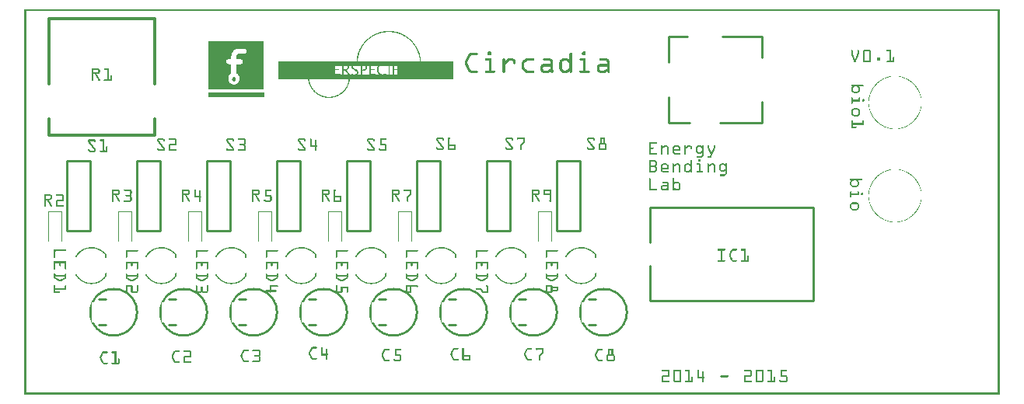
<source format=gto>
G04 MADE WITH FRITZING*
G04 WWW.FRITZING.ORG*
G04 DOUBLE SIDED*
G04 HOLES PLATED*
G04 CONTOUR ON CENTER OF CONTOUR VECTOR*
%ASAXBY*%
%FSLAX23Y23*%
%MOIN*%
%OFA0B0*%
%SFA1.0B1.0*%
%ADD10C,0.018021*%
%ADD11R,0.238495X0.021428*%
%ADD12R,0.509671X0.057849X0.509671X0.057849*%
%ADD13C,0.010000*%
%ADD14C,0.012500*%
%ADD15C,0.011000*%
%ADD16R,0.001000X0.001000*%
%LNSILK1*%
G90*
G70*
G54D10*
X898Y1355D03*
G54D11*
X907Y1286D03*
X1209Y1420D02*
X1718Y1420D01*
X1718Y1363D01*
X1209Y1363D01*
X1209Y1420D01*
D02*
G54D13*
X183Y1003D02*
X183Y703D01*
D02*
X183Y703D02*
X283Y703D01*
D02*
X283Y703D02*
X283Y1003D01*
D02*
X283Y1003D02*
X183Y1003D01*
D02*
X483Y1003D02*
X483Y703D01*
D02*
X483Y703D02*
X583Y703D01*
D02*
X583Y703D02*
X583Y1003D01*
D02*
X583Y1003D02*
X483Y1003D01*
D02*
X783Y1003D02*
X783Y703D01*
D02*
X783Y703D02*
X883Y703D01*
D02*
X883Y703D02*
X883Y1003D01*
D02*
X883Y1003D02*
X783Y1003D01*
D02*
X1083Y1003D02*
X1083Y703D01*
D02*
X1083Y703D02*
X1183Y703D01*
D02*
X1183Y703D02*
X1183Y1003D01*
D02*
X1183Y1003D02*
X1083Y1003D01*
D02*
X1383Y1003D02*
X1383Y703D01*
D02*
X1383Y703D02*
X1483Y703D01*
D02*
X1483Y703D02*
X1483Y1003D01*
D02*
X1483Y1003D02*
X1383Y1003D01*
D02*
X1683Y1003D02*
X1683Y703D01*
D02*
X1683Y703D02*
X1783Y703D01*
D02*
X1783Y703D02*
X1783Y1003D01*
D02*
X1783Y1003D02*
X1683Y1003D01*
D02*
X1983Y1003D02*
X1983Y703D01*
D02*
X1983Y703D02*
X2083Y703D01*
D02*
X2083Y703D02*
X2083Y1003D01*
D02*
X2083Y1003D02*
X1983Y1003D01*
D02*
X2283Y1003D02*
X2283Y703D01*
D02*
X2283Y703D02*
X2383Y703D01*
D02*
X2383Y703D02*
X2383Y1003D01*
D02*
X2383Y1003D02*
X2283Y1003D01*
D02*
X2683Y403D02*
X3383Y403D01*
D02*
X3383Y403D02*
X3383Y803D01*
D02*
X3383Y803D02*
X2683Y803D01*
D02*
X2683Y403D02*
X2683Y553D01*
D02*
X2683Y653D02*
X2683Y803D01*
D02*
X2763Y1168D02*
X2853Y1168D01*
D02*
X2983Y1168D02*
X3163Y1168D01*
D02*
X2763Y1428D02*
X2763Y1538D01*
D02*
X2763Y1278D02*
X2763Y1168D01*
D02*
X2763Y1538D02*
X2843Y1538D01*
D02*
X2993Y1538D02*
X3163Y1538D01*
D02*
X3163Y1538D02*
X3163Y1448D01*
D02*
X3163Y1168D02*
X3163Y1258D01*
G54D14*
X559Y1184D02*
X559Y1112D01*
X106Y1112D01*
X106Y1184D01*
D02*
X106Y1332D02*
X106Y1615D01*
X559Y1615D01*
X559Y1332D01*
D02*
X559Y1184D02*
X559Y1112D01*
X106Y1112D01*
X106Y1184D01*
D02*
X106Y1332D02*
X106Y1615D01*
X559Y1615D01*
X559Y1332D01*
D02*
G54D15*
X2417Y409D02*
X2447Y409D01*
D02*
X2417Y299D02*
X2447Y299D01*
D02*
X2117Y409D02*
X2147Y409D01*
D02*
X2117Y299D02*
X2147Y299D01*
D02*
X1817Y409D02*
X1847Y409D01*
D02*
X1817Y299D02*
X1847Y299D01*
D02*
X1517Y409D02*
X1547Y409D01*
D02*
X1517Y299D02*
X1547Y299D01*
D02*
X1217Y409D02*
X1247Y409D01*
D02*
X1217Y299D02*
X1247Y299D01*
D02*
X917Y409D02*
X947Y409D01*
D02*
X917Y299D02*
X947Y299D01*
D02*
X617Y409D02*
X647Y409D01*
D02*
X617Y299D02*
X647Y299D01*
D02*
X317Y409D02*
X347Y409D01*
D02*
X317Y299D02*
X347Y299D01*
D02*
G54D16*
X0Y1653D02*
X4180Y1653D01*
X0Y1652D02*
X4180Y1652D01*
X0Y1651D02*
X4180Y1651D01*
X0Y1650D02*
X4180Y1650D01*
X0Y1649D02*
X4180Y1649D01*
X0Y1648D02*
X4180Y1648D01*
X0Y1647D02*
X4180Y1647D01*
X0Y1646D02*
X4180Y1646D01*
X0Y1645D02*
X7Y1645D01*
X4173Y1645D02*
X4180Y1645D01*
X0Y1644D02*
X7Y1644D01*
X4173Y1644D02*
X4180Y1644D01*
X0Y1643D02*
X7Y1643D01*
X4173Y1643D02*
X4180Y1643D01*
X0Y1642D02*
X7Y1642D01*
X4173Y1642D02*
X4180Y1642D01*
X0Y1641D02*
X7Y1641D01*
X4173Y1641D02*
X4180Y1641D01*
X0Y1640D02*
X7Y1640D01*
X4173Y1640D02*
X4180Y1640D01*
X0Y1639D02*
X7Y1639D01*
X4173Y1639D02*
X4180Y1639D01*
X0Y1638D02*
X7Y1638D01*
X4173Y1638D02*
X4180Y1638D01*
X0Y1637D02*
X7Y1637D01*
X4173Y1637D02*
X4180Y1637D01*
X0Y1636D02*
X7Y1636D01*
X4173Y1636D02*
X4180Y1636D01*
X0Y1635D02*
X7Y1635D01*
X4173Y1635D02*
X4180Y1635D01*
X0Y1634D02*
X7Y1634D01*
X4173Y1634D02*
X4180Y1634D01*
X0Y1633D02*
X7Y1633D01*
X4173Y1633D02*
X4180Y1633D01*
X0Y1632D02*
X7Y1632D01*
X4173Y1632D02*
X4180Y1632D01*
X0Y1631D02*
X7Y1631D01*
X4173Y1631D02*
X4180Y1631D01*
X0Y1630D02*
X7Y1630D01*
X4173Y1630D02*
X4180Y1630D01*
X0Y1629D02*
X7Y1629D01*
X4173Y1629D02*
X4180Y1629D01*
X0Y1628D02*
X7Y1628D01*
X4173Y1628D02*
X4180Y1628D01*
X0Y1627D02*
X7Y1627D01*
X4173Y1627D02*
X4180Y1627D01*
X0Y1626D02*
X7Y1626D01*
X4173Y1626D02*
X4180Y1626D01*
X0Y1625D02*
X7Y1625D01*
X4173Y1625D02*
X4180Y1625D01*
X0Y1624D02*
X7Y1624D01*
X4173Y1624D02*
X4180Y1624D01*
X0Y1623D02*
X7Y1623D01*
X4173Y1623D02*
X4180Y1623D01*
X0Y1622D02*
X7Y1622D01*
X4173Y1622D02*
X4180Y1622D01*
X0Y1621D02*
X7Y1621D01*
X4173Y1621D02*
X4180Y1621D01*
X0Y1620D02*
X7Y1620D01*
X4173Y1620D02*
X4180Y1620D01*
X0Y1619D02*
X7Y1619D01*
X4173Y1619D02*
X4180Y1619D01*
X0Y1618D02*
X7Y1618D01*
X4173Y1618D02*
X4180Y1618D01*
X0Y1617D02*
X7Y1617D01*
X4173Y1617D02*
X4180Y1617D01*
X0Y1616D02*
X7Y1616D01*
X4173Y1616D02*
X4180Y1616D01*
X0Y1615D02*
X7Y1615D01*
X4173Y1615D02*
X4180Y1615D01*
X0Y1614D02*
X7Y1614D01*
X4173Y1614D02*
X4180Y1614D01*
X0Y1613D02*
X7Y1613D01*
X4173Y1613D02*
X4180Y1613D01*
X0Y1612D02*
X7Y1612D01*
X4173Y1612D02*
X4180Y1612D01*
X0Y1611D02*
X7Y1611D01*
X4173Y1611D02*
X4180Y1611D01*
X0Y1610D02*
X7Y1610D01*
X4173Y1610D02*
X4180Y1610D01*
X0Y1609D02*
X7Y1609D01*
X4173Y1609D02*
X4180Y1609D01*
X0Y1608D02*
X7Y1608D01*
X4173Y1608D02*
X4180Y1608D01*
X0Y1607D02*
X7Y1607D01*
X4173Y1607D02*
X4180Y1607D01*
X0Y1606D02*
X7Y1606D01*
X4173Y1606D02*
X4180Y1606D01*
X0Y1605D02*
X7Y1605D01*
X4173Y1605D02*
X4180Y1605D01*
X0Y1604D02*
X7Y1604D01*
X4173Y1604D02*
X4180Y1604D01*
X0Y1603D02*
X7Y1603D01*
X4173Y1603D02*
X4180Y1603D01*
X0Y1602D02*
X7Y1602D01*
X4173Y1602D02*
X4180Y1602D01*
X0Y1601D02*
X7Y1601D01*
X4173Y1601D02*
X4180Y1601D01*
X0Y1600D02*
X7Y1600D01*
X4173Y1600D02*
X4180Y1600D01*
X0Y1599D02*
X7Y1599D01*
X4173Y1599D02*
X4180Y1599D01*
X0Y1598D02*
X7Y1598D01*
X4173Y1598D02*
X4180Y1598D01*
X0Y1597D02*
X7Y1597D01*
X4173Y1597D02*
X4180Y1597D01*
X0Y1596D02*
X7Y1596D01*
X4173Y1596D02*
X4180Y1596D01*
X0Y1595D02*
X7Y1595D01*
X4173Y1595D02*
X4180Y1595D01*
X0Y1594D02*
X7Y1594D01*
X4173Y1594D02*
X4180Y1594D01*
X0Y1593D02*
X7Y1593D01*
X4173Y1593D02*
X4180Y1593D01*
X0Y1592D02*
X7Y1592D01*
X4173Y1592D02*
X4180Y1592D01*
X0Y1591D02*
X7Y1591D01*
X4173Y1591D02*
X4180Y1591D01*
X0Y1590D02*
X7Y1590D01*
X4173Y1590D02*
X4180Y1590D01*
X0Y1589D02*
X7Y1589D01*
X4173Y1589D02*
X4180Y1589D01*
X0Y1588D02*
X7Y1588D01*
X4173Y1588D02*
X4180Y1588D01*
X0Y1587D02*
X7Y1587D01*
X4173Y1587D02*
X4180Y1587D01*
X0Y1586D02*
X7Y1586D01*
X4173Y1586D02*
X4180Y1586D01*
X0Y1585D02*
X7Y1585D01*
X4173Y1585D02*
X4180Y1585D01*
X0Y1584D02*
X7Y1584D01*
X4173Y1584D02*
X4180Y1584D01*
X0Y1583D02*
X7Y1583D01*
X4173Y1583D02*
X4180Y1583D01*
X0Y1582D02*
X7Y1582D01*
X4173Y1582D02*
X4180Y1582D01*
X0Y1581D02*
X7Y1581D01*
X4173Y1581D02*
X4180Y1581D01*
X0Y1580D02*
X7Y1580D01*
X4173Y1580D02*
X4180Y1580D01*
X0Y1579D02*
X7Y1579D01*
X4173Y1579D02*
X4180Y1579D01*
X0Y1578D02*
X7Y1578D01*
X4173Y1578D02*
X4180Y1578D01*
X0Y1577D02*
X7Y1577D01*
X4173Y1577D02*
X4180Y1577D01*
X0Y1576D02*
X7Y1576D01*
X4173Y1576D02*
X4180Y1576D01*
X0Y1575D02*
X7Y1575D01*
X4173Y1575D02*
X4180Y1575D01*
X0Y1574D02*
X7Y1574D01*
X4173Y1574D02*
X4180Y1574D01*
X0Y1573D02*
X7Y1573D01*
X4173Y1573D02*
X4180Y1573D01*
X0Y1572D02*
X7Y1572D01*
X4173Y1572D02*
X4180Y1572D01*
X0Y1571D02*
X7Y1571D01*
X4173Y1571D02*
X4180Y1571D01*
X0Y1570D02*
X7Y1570D01*
X4173Y1570D02*
X4180Y1570D01*
X0Y1569D02*
X7Y1569D01*
X4173Y1569D02*
X4180Y1569D01*
X0Y1568D02*
X7Y1568D01*
X4173Y1568D02*
X4180Y1568D01*
X0Y1567D02*
X7Y1567D01*
X4173Y1567D02*
X4180Y1567D01*
X0Y1566D02*
X7Y1566D01*
X4173Y1566D02*
X4180Y1566D01*
X0Y1565D02*
X7Y1565D01*
X4173Y1565D02*
X4180Y1565D01*
X0Y1564D02*
X7Y1564D01*
X4173Y1564D02*
X4180Y1564D01*
X0Y1563D02*
X7Y1563D01*
X4173Y1563D02*
X4180Y1563D01*
X0Y1562D02*
X7Y1562D01*
X4173Y1562D02*
X4180Y1562D01*
X0Y1561D02*
X7Y1561D01*
X4173Y1561D02*
X4180Y1561D01*
X0Y1560D02*
X7Y1560D01*
X1548Y1560D02*
X1576Y1560D01*
X4173Y1560D02*
X4180Y1560D01*
X0Y1559D02*
X7Y1559D01*
X1540Y1559D02*
X1583Y1559D01*
X4173Y1559D02*
X4180Y1559D01*
X0Y1558D02*
X7Y1558D01*
X1535Y1558D02*
X1589Y1558D01*
X4173Y1558D02*
X4180Y1558D01*
X0Y1557D02*
X7Y1557D01*
X1530Y1557D02*
X1593Y1557D01*
X4173Y1557D02*
X4180Y1557D01*
X0Y1556D02*
X7Y1556D01*
X1526Y1556D02*
X1597Y1556D01*
X4173Y1556D02*
X4180Y1556D01*
X0Y1555D02*
X7Y1555D01*
X1523Y1555D02*
X1547Y1555D01*
X1577Y1555D02*
X1601Y1555D01*
X4173Y1555D02*
X4180Y1555D01*
X0Y1554D02*
X7Y1554D01*
X1520Y1554D02*
X1539Y1554D01*
X1584Y1554D02*
X1604Y1554D01*
X4173Y1554D02*
X4180Y1554D01*
X0Y1553D02*
X7Y1553D01*
X1517Y1553D02*
X1534Y1553D01*
X1590Y1553D02*
X1607Y1553D01*
X4173Y1553D02*
X4180Y1553D01*
X0Y1552D02*
X7Y1552D01*
X1514Y1552D02*
X1529Y1552D01*
X1594Y1552D02*
X1610Y1552D01*
X4173Y1552D02*
X4180Y1552D01*
X0Y1551D02*
X7Y1551D01*
X1511Y1551D02*
X1526Y1551D01*
X1598Y1551D02*
X1612Y1551D01*
X4173Y1551D02*
X4180Y1551D01*
X0Y1550D02*
X7Y1550D01*
X1509Y1550D02*
X1522Y1550D01*
X1601Y1550D02*
X1615Y1550D01*
X4173Y1550D02*
X4180Y1550D01*
X0Y1549D02*
X7Y1549D01*
X1507Y1549D02*
X1519Y1549D01*
X1604Y1549D02*
X1617Y1549D01*
X4173Y1549D02*
X4180Y1549D01*
X0Y1548D02*
X7Y1548D01*
X1504Y1548D02*
X1516Y1548D01*
X1607Y1548D02*
X1619Y1548D01*
X4173Y1548D02*
X4180Y1548D01*
X0Y1547D02*
X7Y1547D01*
X1502Y1547D02*
X1513Y1547D01*
X1610Y1547D02*
X1621Y1547D01*
X4173Y1547D02*
X4180Y1547D01*
X0Y1546D02*
X7Y1546D01*
X1500Y1546D02*
X1511Y1546D01*
X1613Y1546D02*
X1623Y1546D01*
X4173Y1546D02*
X4180Y1546D01*
X0Y1545D02*
X7Y1545D01*
X1498Y1545D02*
X1508Y1545D01*
X1615Y1545D02*
X1625Y1545D01*
X4173Y1545D02*
X4180Y1545D01*
X0Y1544D02*
X7Y1544D01*
X1496Y1544D02*
X1506Y1544D01*
X1617Y1544D02*
X1627Y1544D01*
X4173Y1544D02*
X4180Y1544D01*
X0Y1543D02*
X7Y1543D01*
X1495Y1543D02*
X1504Y1543D01*
X1620Y1543D02*
X1629Y1543D01*
X4173Y1543D02*
X4180Y1543D01*
X0Y1542D02*
X7Y1542D01*
X1493Y1542D02*
X1502Y1542D01*
X1622Y1542D02*
X1631Y1542D01*
X4173Y1542D02*
X4180Y1542D01*
X0Y1541D02*
X7Y1541D01*
X1491Y1541D02*
X1500Y1541D01*
X1624Y1541D02*
X1632Y1541D01*
X4173Y1541D02*
X4180Y1541D01*
X0Y1540D02*
X7Y1540D01*
X1489Y1540D02*
X1498Y1540D01*
X1625Y1540D02*
X1634Y1540D01*
X4173Y1540D02*
X4180Y1540D01*
X0Y1539D02*
X7Y1539D01*
X1488Y1539D02*
X1496Y1539D01*
X1627Y1539D02*
X1635Y1539D01*
X4173Y1539D02*
X4180Y1539D01*
X0Y1538D02*
X7Y1538D01*
X1486Y1538D02*
X1494Y1538D01*
X1629Y1538D02*
X1637Y1538D01*
X4173Y1538D02*
X4180Y1538D01*
X0Y1537D02*
X7Y1537D01*
X1485Y1537D02*
X1493Y1537D01*
X1631Y1537D02*
X1639Y1537D01*
X4173Y1537D02*
X4180Y1537D01*
X0Y1536D02*
X7Y1536D01*
X1483Y1536D02*
X1491Y1536D01*
X1632Y1536D02*
X1640Y1536D01*
X4173Y1536D02*
X4180Y1536D01*
X0Y1535D02*
X7Y1535D01*
X1482Y1535D02*
X1489Y1535D01*
X1634Y1535D02*
X1641Y1535D01*
X4173Y1535D02*
X4180Y1535D01*
X0Y1534D02*
X7Y1534D01*
X1481Y1534D02*
X1488Y1534D01*
X1636Y1534D02*
X1643Y1534D01*
X4173Y1534D02*
X4180Y1534D01*
X0Y1533D02*
X7Y1533D01*
X1479Y1533D02*
X1486Y1533D01*
X1637Y1533D02*
X1644Y1533D01*
X4173Y1533D02*
X4180Y1533D01*
X0Y1532D02*
X7Y1532D01*
X1478Y1532D02*
X1485Y1532D01*
X1639Y1532D02*
X1645Y1532D01*
X4173Y1532D02*
X4180Y1532D01*
X0Y1531D02*
X7Y1531D01*
X1477Y1531D02*
X1483Y1531D01*
X1640Y1531D02*
X1647Y1531D01*
X4173Y1531D02*
X4180Y1531D01*
X0Y1530D02*
X7Y1530D01*
X1475Y1530D02*
X1482Y1530D01*
X1641Y1530D02*
X1648Y1530D01*
X4173Y1530D02*
X4180Y1530D01*
X0Y1529D02*
X7Y1529D01*
X1474Y1529D02*
X1481Y1529D01*
X1643Y1529D02*
X1649Y1529D01*
X4173Y1529D02*
X4180Y1529D01*
X0Y1528D02*
X7Y1528D01*
X1473Y1528D02*
X1479Y1528D01*
X1644Y1528D02*
X1650Y1528D01*
X4173Y1528D02*
X4180Y1528D01*
X0Y1527D02*
X7Y1527D01*
X1472Y1527D02*
X1478Y1527D01*
X1645Y1527D02*
X1652Y1527D01*
X4173Y1527D02*
X4180Y1527D01*
X0Y1526D02*
X7Y1526D01*
X1471Y1526D02*
X1477Y1526D01*
X1647Y1526D02*
X1653Y1526D01*
X4173Y1526D02*
X4180Y1526D01*
X0Y1525D02*
X7Y1525D01*
X1470Y1525D02*
X1476Y1525D01*
X1648Y1525D02*
X1654Y1525D01*
X4173Y1525D02*
X4180Y1525D01*
X0Y1524D02*
X7Y1524D01*
X1468Y1524D02*
X1474Y1524D01*
X1649Y1524D02*
X1655Y1524D01*
X4173Y1524D02*
X4180Y1524D01*
X0Y1523D02*
X7Y1523D01*
X1467Y1523D02*
X1473Y1523D01*
X1650Y1523D02*
X1656Y1523D01*
X4173Y1523D02*
X4180Y1523D01*
X0Y1522D02*
X7Y1522D01*
X1466Y1522D02*
X1472Y1522D01*
X1651Y1522D02*
X1657Y1522D01*
X4173Y1522D02*
X4180Y1522D01*
X0Y1521D02*
X7Y1521D01*
X1465Y1521D02*
X1471Y1521D01*
X1652Y1521D02*
X1658Y1521D01*
X4173Y1521D02*
X4180Y1521D01*
X0Y1520D02*
X7Y1520D01*
X1464Y1520D02*
X1470Y1520D01*
X1653Y1520D02*
X1659Y1520D01*
X4173Y1520D02*
X4180Y1520D01*
X0Y1519D02*
X7Y1519D01*
X1463Y1519D02*
X1469Y1519D01*
X1654Y1519D02*
X1660Y1519D01*
X4173Y1519D02*
X4180Y1519D01*
X0Y1518D02*
X7Y1518D01*
X1462Y1518D02*
X1468Y1518D01*
X1656Y1518D02*
X1661Y1518D01*
X4173Y1518D02*
X4180Y1518D01*
X0Y1517D02*
X7Y1517D01*
X1461Y1517D02*
X1467Y1517D01*
X1657Y1517D02*
X1662Y1517D01*
X4173Y1517D02*
X4180Y1517D01*
X0Y1516D02*
X7Y1516D01*
X1460Y1516D02*
X1466Y1516D01*
X1658Y1516D02*
X1663Y1516D01*
X4173Y1516D02*
X4180Y1516D01*
X0Y1515D02*
X7Y1515D01*
X788Y1515D02*
X1025Y1515D01*
X1460Y1515D02*
X1465Y1515D01*
X1658Y1515D02*
X1664Y1515D01*
X4173Y1515D02*
X4180Y1515D01*
X0Y1514D02*
X7Y1514D01*
X788Y1514D02*
X1025Y1514D01*
X1459Y1514D02*
X1464Y1514D01*
X1659Y1514D02*
X1665Y1514D01*
X4173Y1514D02*
X4180Y1514D01*
X0Y1513D02*
X7Y1513D01*
X788Y1513D02*
X1025Y1513D01*
X1458Y1513D02*
X1463Y1513D01*
X1660Y1513D02*
X1666Y1513D01*
X4173Y1513D02*
X4180Y1513D01*
X0Y1512D02*
X7Y1512D01*
X788Y1512D02*
X1025Y1512D01*
X1457Y1512D02*
X1462Y1512D01*
X1661Y1512D02*
X1666Y1512D01*
X4173Y1512D02*
X4180Y1512D01*
X0Y1511D02*
X7Y1511D01*
X788Y1511D02*
X1025Y1511D01*
X1456Y1511D02*
X1461Y1511D01*
X1662Y1511D02*
X1667Y1511D01*
X4173Y1511D02*
X4180Y1511D01*
X0Y1510D02*
X7Y1510D01*
X788Y1510D02*
X1025Y1510D01*
X1455Y1510D02*
X1460Y1510D01*
X1663Y1510D02*
X1668Y1510D01*
X4173Y1510D02*
X4180Y1510D01*
X0Y1509D02*
X7Y1509D01*
X788Y1509D02*
X1025Y1509D01*
X1454Y1509D02*
X1459Y1509D01*
X1664Y1509D02*
X1669Y1509D01*
X4173Y1509D02*
X4180Y1509D01*
X0Y1508D02*
X7Y1508D01*
X788Y1508D02*
X1025Y1508D01*
X1454Y1508D02*
X1459Y1508D01*
X1665Y1508D02*
X1670Y1508D01*
X4173Y1508D02*
X4180Y1508D01*
X0Y1507D02*
X7Y1507D01*
X788Y1507D02*
X1025Y1507D01*
X1453Y1507D02*
X1458Y1507D01*
X1666Y1507D02*
X1671Y1507D01*
X4173Y1507D02*
X4180Y1507D01*
X0Y1506D02*
X7Y1506D01*
X788Y1506D02*
X1025Y1506D01*
X1452Y1506D02*
X1457Y1506D01*
X1666Y1506D02*
X1671Y1506D01*
X4173Y1506D02*
X4180Y1506D01*
X0Y1505D02*
X7Y1505D01*
X788Y1505D02*
X1025Y1505D01*
X1451Y1505D02*
X1456Y1505D01*
X1667Y1505D02*
X1672Y1505D01*
X4173Y1505D02*
X4180Y1505D01*
X0Y1504D02*
X7Y1504D01*
X788Y1504D02*
X1025Y1504D01*
X1451Y1504D02*
X1455Y1504D01*
X1668Y1504D02*
X1673Y1504D01*
X4173Y1504D02*
X4180Y1504D01*
X0Y1503D02*
X7Y1503D01*
X788Y1503D02*
X1025Y1503D01*
X1450Y1503D02*
X1455Y1503D01*
X1669Y1503D02*
X1674Y1503D01*
X4173Y1503D02*
X4180Y1503D01*
X0Y1502D02*
X7Y1502D01*
X788Y1502D02*
X1025Y1502D01*
X1449Y1502D02*
X1454Y1502D01*
X1670Y1502D02*
X1674Y1502D01*
X4173Y1502D02*
X4180Y1502D01*
X0Y1501D02*
X7Y1501D01*
X788Y1501D02*
X1025Y1501D01*
X1448Y1501D02*
X1453Y1501D01*
X1670Y1501D02*
X1675Y1501D01*
X4173Y1501D02*
X4180Y1501D01*
X0Y1500D02*
X7Y1500D01*
X788Y1500D02*
X1025Y1500D01*
X1448Y1500D02*
X1452Y1500D01*
X1671Y1500D02*
X1676Y1500D01*
X4173Y1500D02*
X4180Y1500D01*
X0Y1499D02*
X7Y1499D01*
X788Y1499D02*
X1025Y1499D01*
X1447Y1499D02*
X1452Y1499D01*
X1672Y1499D02*
X1676Y1499D01*
X4173Y1499D02*
X4180Y1499D01*
X0Y1498D02*
X7Y1498D01*
X788Y1498D02*
X1025Y1498D01*
X1446Y1498D02*
X1451Y1498D01*
X1672Y1498D02*
X1677Y1498D01*
X4173Y1498D02*
X4180Y1498D01*
X0Y1497D02*
X7Y1497D01*
X788Y1497D02*
X1025Y1497D01*
X1446Y1497D02*
X1450Y1497D01*
X1673Y1497D02*
X1678Y1497D01*
X4173Y1497D02*
X4180Y1497D01*
X0Y1496D02*
X7Y1496D01*
X788Y1496D02*
X1025Y1496D01*
X1445Y1496D02*
X1450Y1496D01*
X1674Y1496D02*
X1678Y1496D01*
X4173Y1496D02*
X4180Y1496D01*
X0Y1495D02*
X7Y1495D01*
X788Y1495D02*
X1025Y1495D01*
X1444Y1495D02*
X1449Y1495D01*
X1674Y1495D02*
X1679Y1495D01*
X4173Y1495D02*
X4180Y1495D01*
X0Y1494D02*
X7Y1494D01*
X788Y1494D02*
X1025Y1494D01*
X1444Y1494D02*
X1448Y1494D01*
X1675Y1494D02*
X1680Y1494D01*
X4173Y1494D02*
X4180Y1494D01*
X0Y1493D02*
X7Y1493D01*
X788Y1493D02*
X1025Y1493D01*
X1443Y1493D02*
X1448Y1493D01*
X1676Y1493D02*
X1680Y1493D01*
X4173Y1493D02*
X4180Y1493D01*
X0Y1492D02*
X7Y1492D01*
X788Y1492D02*
X1025Y1492D01*
X1443Y1492D02*
X1447Y1492D01*
X1676Y1492D02*
X1681Y1492D01*
X4173Y1492D02*
X4180Y1492D01*
X0Y1491D02*
X7Y1491D01*
X788Y1491D02*
X1025Y1491D01*
X1442Y1491D02*
X1446Y1491D01*
X1677Y1491D02*
X1681Y1491D01*
X4173Y1491D02*
X4180Y1491D01*
X0Y1490D02*
X7Y1490D01*
X788Y1490D02*
X1025Y1490D01*
X1441Y1490D02*
X1446Y1490D01*
X1677Y1490D02*
X1682Y1490D01*
X4173Y1490D02*
X4180Y1490D01*
X0Y1489D02*
X7Y1489D01*
X788Y1489D02*
X1025Y1489D01*
X1441Y1489D02*
X1445Y1489D01*
X1678Y1489D02*
X1682Y1489D01*
X4173Y1489D02*
X4180Y1489D01*
X0Y1488D02*
X7Y1488D01*
X788Y1488D02*
X1025Y1488D01*
X1440Y1488D02*
X1445Y1488D01*
X1679Y1488D02*
X1683Y1488D01*
X4173Y1488D02*
X4180Y1488D01*
X0Y1487D02*
X7Y1487D01*
X788Y1487D02*
X1025Y1487D01*
X1440Y1487D02*
X1444Y1487D01*
X1679Y1487D02*
X1684Y1487D01*
X4173Y1487D02*
X4180Y1487D01*
X0Y1486D02*
X7Y1486D01*
X788Y1486D02*
X1025Y1486D01*
X1439Y1486D02*
X1444Y1486D01*
X1680Y1486D02*
X1684Y1486D01*
X4173Y1486D02*
X4180Y1486D01*
X0Y1485D02*
X7Y1485D01*
X788Y1485D02*
X1025Y1485D01*
X1439Y1485D02*
X1443Y1485D01*
X1680Y1485D02*
X1685Y1485D01*
X4173Y1485D02*
X4180Y1485D01*
X0Y1484D02*
X7Y1484D01*
X788Y1484D02*
X911Y1484D01*
X944Y1484D02*
X1025Y1484D01*
X1438Y1484D02*
X1443Y1484D01*
X1681Y1484D02*
X1685Y1484D01*
X4173Y1484D02*
X4180Y1484D01*
X0Y1483D02*
X7Y1483D01*
X788Y1483D02*
X907Y1483D01*
X947Y1483D02*
X1025Y1483D01*
X1438Y1483D02*
X1442Y1483D01*
X1681Y1483D02*
X1686Y1483D01*
X4173Y1483D02*
X4180Y1483D01*
X0Y1482D02*
X7Y1482D01*
X788Y1482D02*
X904Y1482D01*
X949Y1482D02*
X1025Y1482D01*
X1437Y1482D02*
X1442Y1482D01*
X1682Y1482D02*
X1686Y1482D01*
X4173Y1482D02*
X4180Y1482D01*
X0Y1481D02*
X7Y1481D01*
X788Y1481D02*
X902Y1481D01*
X950Y1481D02*
X1025Y1481D01*
X1437Y1481D02*
X1441Y1481D01*
X1682Y1481D02*
X1687Y1481D01*
X4173Y1481D02*
X4180Y1481D01*
X0Y1480D02*
X7Y1480D01*
X788Y1480D02*
X901Y1480D01*
X950Y1480D02*
X1025Y1480D01*
X1436Y1480D02*
X1441Y1480D01*
X1683Y1480D02*
X1687Y1480D01*
X4173Y1480D02*
X4180Y1480D01*
X0Y1479D02*
X7Y1479D01*
X788Y1479D02*
X899Y1479D01*
X951Y1479D02*
X1025Y1479D01*
X1436Y1479D02*
X1440Y1479D01*
X1683Y1479D02*
X1687Y1479D01*
X3545Y1479D02*
X3548Y1479D01*
X3573Y1479D02*
X3576Y1479D01*
X3599Y1479D02*
X3624Y1479D01*
X3697Y1479D02*
X3715Y1479D01*
X4173Y1479D02*
X4180Y1479D01*
X0Y1478D02*
X7Y1478D01*
X788Y1478D02*
X898Y1478D01*
X951Y1478D02*
X1025Y1478D01*
X1435Y1478D02*
X1440Y1478D01*
X1684Y1478D02*
X1688Y1478D01*
X3544Y1478D02*
X3549Y1478D01*
X3572Y1478D02*
X3577Y1478D01*
X3597Y1478D02*
X3625Y1478D01*
X3696Y1478D02*
X3715Y1478D01*
X4173Y1478D02*
X4180Y1478D01*
X0Y1477D02*
X7Y1477D01*
X788Y1477D02*
X897Y1477D01*
X952Y1477D02*
X1025Y1477D01*
X1435Y1477D02*
X1439Y1477D01*
X1684Y1477D02*
X1688Y1477D01*
X3544Y1477D02*
X3550Y1477D01*
X3572Y1477D02*
X3577Y1477D01*
X3596Y1477D02*
X3626Y1477D01*
X3695Y1477D02*
X3715Y1477D01*
X4173Y1477D02*
X4180Y1477D01*
X0Y1476D02*
X7Y1476D01*
X788Y1476D02*
X896Y1476D01*
X952Y1476D02*
X1025Y1476D01*
X1435Y1476D02*
X1439Y1476D01*
X1685Y1476D02*
X1689Y1476D01*
X3544Y1476D02*
X3550Y1476D01*
X3571Y1476D02*
X3577Y1476D01*
X3595Y1476D02*
X3627Y1476D01*
X3695Y1476D02*
X3715Y1476D01*
X4173Y1476D02*
X4180Y1476D01*
X0Y1475D02*
X7Y1475D01*
X788Y1475D02*
X895Y1475D01*
X952Y1475D02*
X1025Y1475D01*
X1434Y1475D02*
X1438Y1475D01*
X1685Y1475D02*
X1689Y1475D01*
X3544Y1475D02*
X3550Y1475D01*
X3571Y1475D02*
X3578Y1475D01*
X3595Y1475D02*
X3627Y1475D01*
X3695Y1475D02*
X3715Y1475D01*
X4173Y1475D02*
X4180Y1475D01*
X0Y1474D02*
X7Y1474D01*
X788Y1474D02*
X894Y1474D01*
X952Y1474D02*
X1025Y1474D01*
X1434Y1474D02*
X1438Y1474D01*
X1685Y1474D02*
X1690Y1474D01*
X3544Y1474D02*
X3550Y1474D01*
X3571Y1474D02*
X3578Y1474D01*
X3594Y1474D02*
X3628Y1474D01*
X3696Y1474D02*
X3715Y1474D01*
X4173Y1474D02*
X4180Y1474D01*
X0Y1473D02*
X7Y1473D01*
X788Y1473D02*
X893Y1473D01*
X952Y1473D02*
X1025Y1473D01*
X1433Y1473D02*
X1438Y1473D01*
X1686Y1473D02*
X1690Y1473D01*
X3544Y1473D02*
X3550Y1473D01*
X3571Y1473D02*
X3578Y1473D01*
X3594Y1473D02*
X3628Y1473D01*
X3697Y1473D02*
X3715Y1473D01*
X4173Y1473D02*
X4180Y1473D01*
X0Y1472D02*
X7Y1472D01*
X788Y1472D02*
X893Y1472D01*
X952Y1472D02*
X1025Y1472D01*
X1433Y1472D02*
X1437Y1472D01*
X1686Y1472D02*
X1690Y1472D01*
X1989Y1472D02*
X1998Y1472D01*
X2394Y1472D02*
X2403Y1472D01*
X3544Y1472D02*
X3550Y1472D01*
X3571Y1472D02*
X3578Y1472D01*
X3594Y1472D02*
X3600Y1472D01*
X3622Y1472D02*
X3628Y1472D01*
X3709Y1472D02*
X3715Y1472D01*
X4173Y1472D02*
X4180Y1472D01*
X0Y1471D02*
X7Y1471D01*
X788Y1471D02*
X892Y1471D01*
X952Y1471D02*
X1025Y1471D01*
X1433Y1471D02*
X1437Y1471D01*
X1687Y1471D02*
X1691Y1471D01*
X1988Y1471D02*
X2000Y1471D01*
X2392Y1471D02*
X2404Y1471D01*
X3544Y1471D02*
X3550Y1471D01*
X3571Y1471D02*
X3578Y1471D01*
X3594Y1471D02*
X3600Y1471D01*
X3622Y1471D02*
X3628Y1471D01*
X3709Y1471D02*
X3715Y1471D01*
X4173Y1471D02*
X4180Y1471D01*
X0Y1470D02*
X7Y1470D01*
X788Y1470D02*
X891Y1470D01*
X952Y1470D02*
X1025Y1470D01*
X1432Y1470D02*
X1436Y1470D01*
X1687Y1470D02*
X1691Y1470D01*
X1987Y1470D02*
X2001Y1470D01*
X2391Y1470D02*
X2405Y1470D01*
X3544Y1470D02*
X3550Y1470D01*
X3571Y1470D02*
X3578Y1470D01*
X3594Y1470D02*
X3600Y1470D01*
X3622Y1470D02*
X3628Y1470D01*
X3709Y1470D02*
X3715Y1470D01*
X4173Y1470D02*
X4180Y1470D01*
X0Y1469D02*
X7Y1469D01*
X788Y1469D02*
X891Y1469D01*
X951Y1469D02*
X1025Y1469D01*
X1432Y1469D02*
X1436Y1469D01*
X1687Y1469D02*
X1692Y1469D01*
X1986Y1469D02*
X2001Y1469D01*
X2391Y1469D02*
X2406Y1469D01*
X3544Y1469D02*
X3550Y1469D01*
X3571Y1469D02*
X3578Y1469D01*
X3594Y1469D02*
X3600Y1469D01*
X3622Y1469D02*
X3628Y1469D01*
X3709Y1469D02*
X3715Y1469D01*
X4173Y1469D02*
X4180Y1469D01*
X0Y1468D02*
X7Y1468D01*
X788Y1468D02*
X890Y1468D01*
X951Y1468D02*
X1025Y1468D01*
X1431Y1468D02*
X1436Y1468D01*
X1688Y1468D02*
X1692Y1468D01*
X1986Y1468D02*
X2002Y1468D01*
X2391Y1468D02*
X2406Y1468D01*
X3544Y1468D02*
X3550Y1468D01*
X3571Y1468D02*
X3578Y1468D01*
X3594Y1468D02*
X3600Y1468D01*
X3622Y1468D02*
X3628Y1468D01*
X3709Y1468D02*
X3715Y1468D01*
X4173Y1468D02*
X4180Y1468D01*
X0Y1467D02*
X7Y1467D01*
X788Y1467D02*
X889Y1467D01*
X950Y1467D02*
X1025Y1467D01*
X1431Y1467D02*
X1435Y1467D01*
X1688Y1467D02*
X1692Y1467D01*
X1912Y1467D02*
X1940Y1467D01*
X1986Y1467D02*
X2002Y1467D01*
X2340Y1467D02*
X2345Y1467D01*
X2390Y1467D02*
X2406Y1467D01*
X3544Y1467D02*
X3550Y1467D01*
X3571Y1467D02*
X3578Y1467D01*
X3594Y1467D02*
X3600Y1467D01*
X3622Y1467D02*
X3628Y1467D01*
X3709Y1467D02*
X3715Y1467D01*
X4173Y1467D02*
X4180Y1467D01*
X0Y1466D02*
X7Y1466D01*
X788Y1466D02*
X889Y1466D01*
X949Y1466D02*
X1025Y1466D01*
X1431Y1466D02*
X1435Y1466D01*
X1688Y1466D02*
X1693Y1466D01*
X1910Y1466D02*
X1941Y1466D01*
X1986Y1466D02*
X2002Y1466D01*
X2339Y1466D02*
X2346Y1466D01*
X2390Y1466D02*
X2406Y1466D01*
X3544Y1466D02*
X3550Y1466D01*
X3571Y1466D02*
X3578Y1466D01*
X3594Y1466D02*
X3600Y1466D01*
X3622Y1466D02*
X3628Y1466D01*
X3709Y1466D02*
X3715Y1466D01*
X4173Y1466D02*
X4180Y1466D01*
X0Y1465D02*
X7Y1465D01*
X788Y1465D02*
X889Y1465D01*
X948Y1465D02*
X1025Y1465D01*
X1430Y1465D02*
X1435Y1465D01*
X1689Y1465D02*
X1693Y1465D01*
X1908Y1465D02*
X1942Y1465D01*
X1986Y1465D02*
X2002Y1465D01*
X2338Y1465D02*
X2347Y1465D01*
X2390Y1465D02*
X2406Y1465D01*
X3544Y1465D02*
X3550Y1465D01*
X3571Y1465D02*
X3578Y1465D01*
X3594Y1465D02*
X3600Y1465D01*
X3622Y1465D02*
X3628Y1465D01*
X3709Y1465D02*
X3715Y1465D01*
X4173Y1465D02*
X4180Y1465D01*
X0Y1464D02*
X7Y1464D01*
X788Y1464D02*
X888Y1464D01*
X946Y1464D02*
X1025Y1464D01*
X1430Y1464D02*
X1434Y1464D01*
X1689Y1464D02*
X1693Y1464D01*
X1907Y1464D02*
X1943Y1464D01*
X1986Y1464D02*
X2002Y1464D01*
X2338Y1464D02*
X2347Y1464D01*
X2390Y1464D02*
X2406Y1464D01*
X3544Y1464D02*
X3550Y1464D01*
X3571Y1464D02*
X3578Y1464D01*
X3594Y1464D02*
X3600Y1464D01*
X3622Y1464D02*
X3628Y1464D01*
X3709Y1464D02*
X3715Y1464D01*
X4173Y1464D02*
X4180Y1464D01*
X0Y1463D02*
X7Y1463D01*
X788Y1463D02*
X888Y1463D01*
X942Y1463D02*
X1025Y1463D01*
X1430Y1463D02*
X1434Y1463D01*
X1689Y1463D02*
X1694Y1463D01*
X1906Y1463D02*
X1943Y1463D01*
X1986Y1463D02*
X2002Y1463D01*
X2338Y1463D02*
X2347Y1463D01*
X2390Y1463D02*
X2406Y1463D01*
X3544Y1463D02*
X3551Y1463D01*
X3571Y1463D02*
X3577Y1463D01*
X3594Y1463D02*
X3600Y1463D01*
X3622Y1463D02*
X3628Y1463D01*
X3709Y1463D02*
X3715Y1463D01*
X4173Y1463D02*
X4180Y1463D01*
X0Y1462D02*
X7Y1462D01*
X788Y1462D02*
X888Y1462D01*
X915Y1462D02*
X1025Y1462D01*
X1429Y1462D02*
X1434Y1462D01*
X1690Y1462D02*
X1694Y1462D01*
X1905Y1462D02*
X1943Y1462D01*
X1986Y1462D02*
X2002Y1462D01*
X2337Y1462D02*
X2348Y1462D01*
X2390Y1462D02*
X2406Y1462D01*
X3544Y1462D02*
X3551Y1462D01*
X3570Y1462D02*
X3577Y1462D01*
X3594Y1462D02*
X3600Y1462D01*
X3622Y1462D02*
X3628Y1462D01*
X3709Y1462D02*
X3715Y1462D01*
X4173Y1462D02*
X4180Y1462D01*
X0Y1461D02*
X7Y1461D01*
X788Y1461D02*
X887Y1461D01*
X913Y1461D02*
X1025Y1461D01*
X1429Y1461D02*
X1433Y1461D01*
X1690Y1461D02*
X1694Y1461D01*
X1904Y1461D02*
X1943Y1461D01*
X1986Y1461D02*
X2002Y1461D01*
X2337Y1461D02*
X2348Y1461D01*
X2391Y1461D02*
X2406Y1461D01*
X3545Y1461D02*
X3551Y1461D01*
X3570Y1461D02*
X3577Y1461D01*
X3594Y1461D02*
X3600Y1461D01*
X3622Y1461D02*
X3628Y1461D01*
X3709Y1461D02*
X3715Y1461D01*
X4173Y1461D02*
X4180Y1461D01*
X0Y1460D02*
X7Y1460D01*
X788Y1460D02*
X887Y1460D01*
X912Y1460D02*
X1025Y1460D01*
X1429Y1460D02*
X1433Y1460D01*
X1690Y1460D02*
X1694Y1460D01*
X1903Y1460D02*
X1943Y1460D01*
X1986Y1460D02*
X2001Y1460D01*
X2337Y1460D02*
X2348Y1460D01*
X2391Y1460D02*
X2406Y1460D01*
X3545Y1460D02*
X3552Y1460D01*
X3570Y1460D02*
X3576Y1460D01*
X3594Y1460D02*
X3600Y1460D01*
X3622Y1460D02*
X3628Y1460D01*
X3709Y1460D02*
X3715Y1460D01*
X4173Y1460D02*
X4180Y1460D01*
X0Y1459D02*
X7Y1459D01*
X788Y1459D02*
X887Y1459D01*
X911Y1459D02*
X1025Y1459D01*
X1429Y1459D02*
X1433Y1459D01*
X1691Y1459D02*
X1695Y1459D01*
X1903Y1459D02*
X1942Y1459D01*
X1987Y1459D02*
X2001Y1459D01*
X2337Y1459D02*
X2348Y1459D01*
X2391Y1459D02*
X2405Y1459D01*
X3545Y1459D02*
X3552Y1459D01*
X3569Y1459D02*
X3576Y1459D01*
X3594Y1459D02*
X3600Y1459D01*
X3622Y1459D02*
X3628Y1459D01*
X3709Y1459D02*
X3715Y1459D01*
X4173Y1459D02*
X4180Y1459D01*
X0Y1458D02*
X7Y1458D01*
X788Y1458D02*
X887Y1458D01*
X911Y1458D02*
X1025Y1458D01*
X1428Y1458D02*
X1432Y1458D01*
X1691Y1458D02*
X1695Y1458D01*
X1902Y1458D02*
X1941Y1458D01*
X1988Y1458D02*
X2000Y1458D01*
X2337Y1458D02*
X2348Y1458D01*
X2392Y1458D02*
X2404Y1458D01*
X3546Y1458D02*
X3552Y1458D01*
X3569Y1458D02*
X3575Y1458D01*
X3594Y1458D02*
X3600Y1458D01*
X3622Y1458D02*
X3628Y1458D01*
X3709Y1458D02*
X3715Y1458D01*
X4173Y1458D02*
X4180Y1458D01*
X0Y1457D02*
X7Y1457D01*
X788Y1457D02*
X887Y1457D01*
X910Y1457D02*
X1025Y1457D01*
X1428Y1457D02*
X1432Y1457D01*
X1691Y1457D02*
X1695Y1457D01*
X1902Y1457D02*
X1940Y1457D01*
X1989Y1457D02*
X1998Y1457D01*
X2337Y1457D02*
X2348Y1457D01*
X2394Y1457D02*
X2403Y1457D01*
X3546Y1457D02*
X3553Y1457D01*
X3568Y1457D02*
X3575Y1457D01*
X3594Y1457D02*
X3600Y1457D01*
X3622Y1457D02*
X3628Y1457D01*
X3709Y1457D02*
X3715Y1457D01*
X4173Y1457D02*
X4180Y1457D01*
X0Y1456D02*
X7Y1456D01*
X788Y1456D02*
X887Y1456D01*
X910Y1456D02*
X1025Y1456D01*
X1428Y1456D02*
X1432Y1456D01*
X1692Y1456D02*
X1696Y1456D01*
X1901Y1456D02*
X1914Y1456D01*
X2337Y1456D02*
X2348Y1456D01*
X3547Y1456D02*
X3553Y1456D01*
X3568Y1456D02*
X3575Y1456D01*
X3594Y1456D02*
X3600Y1456D01*
X3622Y1456D02*
X3628Y1456D01*
X3709Y1456D02*
X3715Y1456D01*
X4173Y1456D02*
X4180Y1456D01*
X0Y1455D02*
X7Y1455D01*
X788Y1455D02*
X887Y1455D01*
X910Y1455D02*
X1025Y1455D01*
X1428Y1455D02*
X1432Y1455D01*
X1692Y1455D02*
X1696Y1455D01*
X1901Y1455D02*
X1913Y1455D01*
X2337Y1455D02*
X2348Y1455D01*
X3547Y1455D02*
X3554Y1455D01*
X3568Y1455D02*
X3574Y1455D01*
X3594Y1455D02*
X3600Y1455D01*
X3622Y1455D02*
X3628Y1455D01*
X3709Y1455D02*
X3715Y1455D01*
X4173Y1455D02*
X4180Y1455D01*
X0Y1454D02*
X7Y1454D01*
X788Y1454D02*
X886Y1454D01*
X910Y1454D02*
X1025Y1454D01*
X1427Y1454D02*
X1431Y1454D01*
X1692Y1454D02*
X1696Y1454D01*
X1900Y1454D02*
X1912Y1454D01*
X2337Y1454D02*
X2348Y1454D01*
X3547Y1454D02*
X3554Y1454D01*
X3567Y1454D02*
X3574Y1454D01*
X3594Y1454D02*
X3600Y1454D01*
X3622Y1454D02*
X3628Y1454D01*
X3709Y1454D02*
X3715Y1454D01*
X4173Y1454D02*
X4180Y1454D01*
X0Y1453D02*
X7Y1453D01*
X788Y1453D02*
X886Y1453D01*
X909Y1453D02*
X1025Y1453D01*
X1427Y1453D02*
X1431Y1453D01*
X1692Y1453D02*
X1696Y1453D01*
X1900Y1453D02*
X1911Y1453D01*
X2337Y1453D02*
X2348Y1453D01*
X3548Y1453D02*
X3554Y1453D01*
X3567Y1453D02*
X3573Y1453D01*
X3594Y1453D02*
X3600Y1453D01*
X3622Y1453D02*
X3628Y1453D01*
X3709Y1453D02*
X3715Y1453D01*
X4173Y1453D02*
X4180Y1453D01*
X0Y1452D02*
X7Y1452D01*
X788Y1452D02*
X886Y1452D01*
X909Y1452D02*
X1025Y1452D01*
X1427Y1452D02*
X1431Y1452D01*
X1692Y1452D02*
X1696Y1452D01*
X1899Y1452D02*
X1911Y1452D01*
X2337Y1452D02*
X2348Y1452D01*
X3548Y1452D02*
X3555Y1452D01*
X3566Y1452D02*
X3573Y1452D01*
X3594Y1452D02*
X3600Y1452D01*
X3622Y1452D02*
X3628Y1452D01*
X3709Y1452D02*
X3715Y1452D01*
X4173Y1452D02*
X4180Y1452D01*
X0Y1451D02*
X7Y1451D01*
X788Y1451D02*
X886Y1451D01*
X909Y1451D02*
X1025Y1451D01*
X1427Y1451D02*
X1431Y1451D01*
X1693Y1451D02*
X1697Y1451D01*
X1899Y1451D02*
X1910Y1451D01*
X2337Y1451D02*
X2348Y1451D01*
X3549Y1451D02*
X3555Y1451D01*
X3566Y1451D02*
X3573Y1451D01*
X3594Y1451D02*
X3600Y1451D01*
X3622Y1451D02*
X3628Y1451D01*
X3709Y1451D02*
X3715Y1451D01*
X4173Y1451D02*
X4180Y1451D01*
X0Y1450D02*
X7Y1450D01*
X788Y1450D02*
X886Y1450D01*
X909Y1450D02*
X1025Y1450D01*
X1426Y1450D02*
X1430Y1450D01*
X1693Y1450D02*
X1697Y1450D01*
X1898Y1450D02*
X1910Y1450D01*
X2337Y1450D02*
X2348Y1450D01*
X3549Y1450D02*
X3556Y1450D01*
X3566Y1450D02*
X3572Y1450D01*
X3594Y1450D02*
X3600Y1450D01*
X3622Y1450D02*
X3628Y1450D01*
X3709Y1450D02*
X3715Y1450D01*
X4173Y1450D02*
X4180Y1450D01*
X0Y1449D02*
X7Y1449D01*
X788Y1449D02*
X886Y1449D01*
X909Y1449D02*
X1025Y1449D01*
X1426Y1449D02*
X1430Y1449D01*
X1693Y1449D02*
X1697Y1449D01*
X1898Y1449D02*
X1909Y1449D01*
X2337Y1449D02*
X2348Y1449D01*
X3549Y1449D02*
X3556Y1449D01*
X3565Y1449D02*
X3572Y1449D01*
X3594Y1449D02*
X3600Y1449D01*
X3622Y1449D02*
X3628Y1449D01*
X3709Y1449D02*
X3715Y1449D01*
X3724Y1449D02*
X3728Y1449D01*
X4173Y1449D02*
X4180Y1449D01*
X0Y1448D02*
X7Y1448D01*
X788Y1448D02*
X886Y1448D01*
X909Y1448D02*
X1025Y1448D01*
X1426Y1448D02*
X1430Y1448D01*
X1693Y1448D02*
X1697Y1448D01*
X1897Y1448D02*
X1909Y1448D01*
X2337Y1448D02*
X2348Y1448D01*
X3550Y1448D02*
X3556Y1448D01*
X3565Y1448D02*
X3571Y1448D01*
X3594Y1448D02*
X3600Y1448D01*
X3622Y1448D02*
X3628Y1448D01*
X3709Y1448D02*
X3715Y1448D01*
X3723Y1448D02*
X3728Y1448D01*
X4173Y1448D02*
X4180Y1448D01*
X0Y1447D02*
X7Y1447D01*
X788Y1447D02*
X886Y1447D01*
X909Y1447D02*
X1025Y1447D01*
X1426Y1447D02*
X1430Y1447D01*
X1693Y1447D02*
X1697Y1447D01*
X1897Y1447D02*
X1908Y1447D01*
X2337Y1447D02*
X2348Y1447D01*
X3550Y1447D02*
X3557Y1447D01*
X3564Y1447D02*
X3571Y1447D01*
X3594Y1447D02*
X3600Y1447D01*
X3622Y1447D02*
X3628Y1447D01*
X3709Y1447D02*
X3715Y1447D01*
X3723Y1447D02*
X3729Y1447D01*
X4173Y1447D02*
X4180Y1447D01*
X0Y1446D02*
X7Y1446D01*
X788Y1446D02*
X886Y1446D01*
X909Y1446D02*
X1025Y1446D01*
X1426Y1446D02*
X1430Y1446D01*
X1694Y1446D02*
X1698Y1446D01*
X1896Y1446D02*
X1908Y1446D01*
X2337Y1446D02*
X2348Y1446D01*
X3551Y1446D02*
X3557Y1446D01*
X3564Y1446D02*
X3571Y1446D01*
X3594Y1446D02*
X3600Y1446D01*
X3622Y1446D02*
X3628Y1446D01*
X3656Y1446D02*
X3667Y1446D01*
X3709Y1446D02*
X3715Y1446D01*
X3723Y1446D02*
X3729Y1446D01*
X4173Y1446D02*
X4180Y1446D01*
X0Y1445D02*
X7Y1445D01*
X788Y1445D02*
X886Y1445D01*
X909Y1445D02*
X1025Y1445D01*
X1426Y1445D02*
X1430Y1445D01*
X1694Y1445D02*
X1698Y1445D01*
X1896Y1445D02*
X1907Y1445D01*
X2337Y1445D02*
X2348Y1445D01*
X3551Y1445D02*
X3558Y1445D01*
X3564Y1445D02*
X3570Y1445D01*
X3594Y1445D02*
X3600Y1445D01*
X3622Y1445D02*
X3628Y1445D01*
X3655Y1445D02*
X3668Y1445D01*
X3709Y1445D02*
X3715Y1445D01*
X3723Y1445D02*
X3729Y1445D01*
X4173Y1445D02*
X4180Y1445D01*
X0Y1444D02*
X7Y1444D01*
X788Y1444D02*
X886Y1444D01*
X909Y1444D02*
X1025Y1444D01*
X1425Y1444D02*
X1429Y1444D01*
X1694Y1444D02*
X1698Y1444D01*
X1895Y1444D02*
X1907Y1444D01*
X1980Y1444D02*
X1996Y1444D01*
X2055Y1444D02*
X2055Y1444D01*
X2078Y1444D02*
X2088Y1444D01*
X2157Y1444D02*
X2180Y1444D01*
X2228Y1444D02*
X2249Y1444D01*
X2313Y1444D02*
X2321Y1444D01*
X2337Y1444D02*
X2348Y1444D01*
X2385Y1444D02*
X2401Y1444D01*
X2471Y1444D02*
X2492Y1444D01*
X3551Y1444D02*
X3558Y1444D01*
X3563Y1444D02*
X3570Y1444D01*
X3594Y1444D02*
X3600Y1444D01*
X3622Y1444D02*
X3628Y1444D01*
X3655Y1444D02*
X3668Y1444D01*
X3709Y1444D02*
X3715Y1444D01*
X3723Y1444D02*
X3729Y1444D01*
X4173Y1444D02*
X4180Y1444D01*
X0Y1443D02*
X7Y1443D01*
X788Y1443D02*
X886Y1443D01*
X909Y1443D02*
X1025Y1443D01*
X1425Y1443D02*
X1429Y1443D01*
X1694Y1443D02*
X1698Y1443D01*
X1895Y1443D02*
X1906Y1443D01*
X1977Y1443D02*
X1999Y1443D01*
X2053Y1443D02*
X2058Y1443D01*
X2075Y1443D02*
X2094Y1443D01*
X2152Y1443D02*
X2183Y1443D01*
X2226Y1443D02*
X2254Y1443D01*
X2308Y1443D02*
X2327Y1443D01*
X2337Y1443D02*
X2348Y1443D01*
X2382Y1443D02*
X2404Y1443D01*
X2468Y1443D02*
X2497Y1443D01*
X3552Y1443D02*
X3558Y1443D01*
X3563Y1443D02*
X3570Y1443D01*
X3594Y1443D02*
X3600Y1443D01*
X3622Y1443D02*
X3628Y1443D01*
X3655Y1443D02*
X3668Y1443D01*
X3709Y1443D02*
X3715Y1443D01*
X3723Y1443D02*
X3729Y1443D01*
X4173Y1443D02*
X4180Y1443D01*
X0Y1442D02*
X7Y1442D01*
X788Y1442D02*
X886Y1442D01*
X909Y1442D02*
X1025Y1442D01*
X1425Y1442D02*
X1429Y1442D01*
X1694Y1442D02*
X1698Y1442D01*
X1894Y1442D02*
X1906Y1442D01*
X1976Y1442D02*
X2000Y1442D01*
X2052Y1442D02*
X2059Y1442D01*
X2073Y1442D02*
X2096Y1442D01*
X2149Y1442D02*
X2184Y1442D01*
X2224Y1442D02*
X2256Y1442D01*
X2306Y1442D02*
X2329Y1442D01*
X2337Y1442D02*
X2348Y1442D01*
X2381Y1442D02*
X2405Y1442D01*
X2467Y1442D02*
X2499Y1442D01*
X3552Y1442D02*
X3559Y1442D01*
X3563Y1442D02*
X3569Y1442D01*
X3594Y1442D02*
X3600Y1442D01*
X3622Y1442D02*
X3628Y1442D01*
X3655Y1442D02*
X3668Y1442D01*
X3709Y1442D02*
X3715Y1442D01*
X3723Y1442D02*
X3729Y1442D01*
X4173Y1442D02*
X4180Y1442D01*
X0Y1441D02*
X7Y1441D01*
X788Y1441D02*
X886Y1441D01*
X909Y1441D02*
X1025Y1441D01*
X1425Y1441D02*
X1429Y1441D01*
X1694Y1441D02*
X1698Y1441D01*
X1894Y1441D02*
X1905Y1441D01*
X1975Y1441D02*
X2001Y1441D01*
X2051Y1441D02*
X2060Y1441D01*
X2072Y1441D02*
X2098Y1441D01*
X2148Y1441D02*
X2185Y1441D01*
X2224Y1441D02*
X2258Y1441D01*
X2304Y1441D02*
X2331Y1441D01*
X2337Y1441D02*
X2348Y1441D01*
X2380Y1441D02*
X2406Y1441D01*
X2467Y1441D02*
X2501Y1441D01*
X3552Y1441D02*
X3559Y1441D01*
X3562Y1441D02*
X3569Y1441D01*
X3594Y1441D02*
X3600Y1441D01*
X3622Y1441D02*
X3628Y1441D01*
X3655Y1441D02*
X3668Y1441D01*
X3709Y1441D02*
X3715Y1441D01*
X3723Y1441D02*
X3729Y1441D01*
X4173Y1441D02*
X4180Y1441D01*
X0Y1440D02*
X7Y1440D01*
X788Y1440D02*
X876Y1440D01*
X925Y1440D02*
X1025Y1440D01*
X1425Y1440D02*
X1429Y1440D01*
X1695Y1440D02*
X1699Y1440D01*
X1893Y1440D02*
X1905Y1440D01*
X1975Y1440D02*
X2001Y1440D01*
X2050Y1440D02*
X2060Y1440D01*
X2071Y1440D02*
X2099Y1440D01*
X2146Y1440D02*
X2186Y1440D01*
X2223Y1440D02*
X2259Y1440D01*
X2303Y1440D02*
X2332Y1440D01*
X2337Y1440D02*
X2348Y1440D01*
X2380Y1440D02*
X2406Y1440D01*
X2466Y1440D02*
X2502Y1440D01*
X3553Y1440D02*
X3560Y1440D01*
X3562Y1440D02*
X3568Y1440D01*
X3594Y1440D02*
X3600Y1440D01*
X3622Y1440D02*
X3628Y1440D01*
X3655Y1440D02*
X3668Y1440D01*
X3709Y1440D02*
X3715Y1440D01*
X3723Y1440D02*
X3729Y1440D01*
X4173Y1440D02*
X4180Y1440D01*
X0Y1439D02*
X7Y1439D01*
X788Y1439D02*
X871Y1439D01*
X930Y1439D02*
X1025Y1439D01*
X1425Y1439D02*
X1429Y1439D01*
X1695Y1439D02*
X1699Y1439D01*
X1893Y1439D02*
X1904Y1439D01*
X1975Y1439D02*
X2002Y1439D01*
X2050Y1439D02*
X2060Y1439D01*
X2070Y1439D02*
X2100Y1439D01*
X2145Y1439D02*
X2186Y1439D01*
X2223Y1439D02*
X2260Y1439D01*
X2302Y1439D02*
X2333Y1439D01*
X2337Y1439D02*
X2348Y1439D01*
X2379Y1439D02*
X2406Y1439D01*
X2466Y1439D02*
X2503Y1439D01*
X3553Y1439D02*
X3568Y1439D01*
X3594Y1439D02*
X3600Y1439D01*
X3622Y1439D02*
X3628Y1439D01*
X3655Y1439D02*
X3668Y1439D01*
X3709Y1439D02*
X3715Y1439D01*
X3723Y1439D02*
X3729Y1439D01*
X4173Y1439D02*
X4180Y1439D01*
X0Y1438D02*
X7Y1438D01*
X788Y1438D02*
X869Y1438D01*
X932Y1438D02*
X1025Y1438D01*
X1425Y1438D02*
X1429Y1438D01*
X1695Y1438D02*
X1699Y1438D01*
X1892Y1438D02*
X1904Y1438D01*
X1975Y1438D02*
X2002Y1438D01*
X2050Y1438D02*
X2060Y1438D01*
X2069Y1438D02*
X2101Y1438D01*
X2144Y1438D02*
X2186Y1438D01*
X2223Y1438D02*
X2261Y1438D01*
X2301Y1438D02*
X2334Y1438D01*
X2337Y1438D02*
X2348Y1438D01*
X2379Y1438D02*
X2406Y1438D01*
X2466Y1438D02*
X2504Y1438D01*
X3554Y1438D02*
X3568Y1438D01*
X3594Y1438D02*
X3600Y1438D01*
X3622Y1438D02*
X3628Y1438D01*
X3655Y1438D02*
X3668Y1438D01*
X3709Y1438D02*
X3715Y1438D01*
X3723Y1438D02*
X3729Y1438D01*
X4173Y1438D02*
X4180Y1438D01*
X0Y1437D02*
X7Y1437D01*
X788Y1437D02*
X868Y1437D01*
X933Y1437D02*
X1025Y1437D01*
X1424Y1437D02*
X1428Y1437D01*
X1695Y1437D02*
X1699Y1437D01*
X1892Y1437D02*
X1903Y1437D01*
X1975Y1437D02*
X2002Y1437D01*
X2050Y1437D02*
X2060Y1437D01*
X2068Y1437D02*
X2102Y1437D01*
X2143Y1437D02*
X2186Y1437D01*
X2223Y1437D02*
X2262Y1437D01*
X2299Y1437D02*
X2348Y1437D01*
X2379Y1437D02*
X2406Y1437D01*
X2466Y1437D02*
X2505Y1437D01*
X3554Y1437D02*
X3567Y1437D01*
X3594Y1437D02*
X3600Y1437D01*
X3622Y1437D02*
X3628Y1437D01*
X3655Y1437D02*
X3668Y1437D01*
X3709Y1437D02*
X3715Y1437D01*
X3723Y1437D02*
X3729Y1437D01*
X4173Y1437D02*
X4180Y1437D01*
X0Y1436D02*
X7Y1436D01*
X788Y1436D02*
X867Y1436D01*
X934Y1436D02*
X1025Y1436D01*
X1424Y1436D02*
X1428Y1436D01*
X1695Y1436D02*
X1699Y1436D01*
X1891Y1436D02*
X1903Y1436D01*
X1975Y1436D02*
X2002Y1436D01*
X2050Y1436D02*
X2060Y1436D01*
X2066Y1436D02*
X2102Y1436D01*
X2142Y1436D02*
X2185Y1436D01*
X2224Y1436D02*
X2263Y1436D01*
X2298Y1436D02*
X2348Y1436D01*
X2380Y1436D02*
X2406Y1436D01*
X2466Y1436D02*
X2506Y1436D01*
X3554Y1436D02*
X3567Y1436D01*
X3594Y1436D02*
X3600Y1436D01*
X3622Y1436D02*
X3628Y1436D01*
X3655Y1436D02*
X3668Y1436D01*
X3709Y1436D02*
X3715Y1436D01*
X3723Y1436D02*
X3729Y1436D01*
X4173Y1436D02*
X4180Y1436D01*
X0Y1435D02*
X7Y1435D01*
X788Y1435D02*
X866Y1435D01*
X935Y1435D02*
X1025Y1435D01*
X1424Y1435D02*
X1428Y1435D01*
X1695Y1435D02*
X1699Y1435D01*
X1891Y1435D02*
X1902Y1435D01*
X1976Y1435D02*
X2002Y1435D01*
X2050Y1435D02*
X2060Y1435D01*
X2065Y1435D02*
X2103Y1435D01*
X2140Y1435D02*
X2185Y1435D01*
X2224Y1435D02*
X2263Y1435D01*
X2297Y1435D02*
X2348Y1435D01*
X2381Y1435D02*
X2406Y1435D01*
X2467Y1435D02*
X2506Y1435D01*
X3555Y1435D02*
X3566Y1435D01*
X3594Y1435D02*
X3600Y1435D01*
X3622Y1435D02*
X3628Y1435D01*
X3656Y1435D02*
X3667Y1435D01*
X3709Y1435D02*
X3715Y1435D01*
X3723Y1435D02*
X3729Y1435D01*
X4173Y1435D02*
X4180Y1435D01*
X0Y1434D02*
X7Y1434D01*
X788Y1434D02*
X866Y1434D01*
X935Y1434D02*
X1025Y1434D01*
X1424Y1434D02*
X1428Y1434D01*
X1695Y1434D02*
X1699Y1434D01*
X1890Y1434D02*
X1902Y1434D01*
X1977Y1434D02*
X2002Y1434D01*
X2050Y1434D02*
X2060Y1434D01*
X2064Y1434D02*
X2103Y1434D01*
X2139Y1434D02*
X2184Y1434D01*
X2225Y1434D02*
X2264Y1434D01*
X2297Y1434D02*
X2348Y1434D01*
X2382Y1434D02*
X2406Y1434D01*
X2468Y1434D02*
X2507Y1434D01*
X3555Y1434D02*
X3566Y1434D01*
X3594Y1434D02*
X3600Y1434D01*
X3622Y1434D02*
X3628Y1434D01*
X3659Y1434D02*
X3664Y1434D01*
X3709Y1434D02*
X3715Y1434D01*
X3723Y1434D02*
X3729Y1434D01*
X4173Y1434D02*
X4180Y1434D01*
X0Y1433D02*
X7Y1433D01*
X788Y1433D02*
X866Y1433D01*
X935Y1433D02*
X1025Y1433D01*
X1424Y1433D02*
X1428Y1433D01*
X1695Y1433D02*
X1699Y1433D01*
X1890Y1433D02*
X1901Y1433D01*
X1979Y1433D02*
X2002Y1433D01*
X2050Y1433D02*
X2060Y1433D01*
X2063Y1433D02*
X2104Y1433D01*
X2138Y1433D02*
X2182Y1433D01*
X2227Y1433D02*
X2264Y1433D01*
X2296Y1433D02*
X2348Y1433D01*
X2384Y1433D02*
X2406Y1433D01*
X2470Y1433D02*
X2507Y1433D01*
X3556Y1433D02*
X3566Y1433D01*
X3594Y1433D02*
X3600Y1433D01*
X3622Y1433D02*
X3628Y1433D01*
X3709Y1433D02*
X3715Y1433D01*
X3723Y1433D02*
X3729Y1433D01*
X4173Y1433D02*
X4180Y1433D01*
X0Y1432D02*
X7Y1432D01*
X788Y1432D02*
X865Y1432D01*
X936Y1432D02*
X1025Y1432D01*
X1424Y1432D02*
X1428Y1432D01*
X1695Y1432D02*
X1699Y1432D01*
X1890Y1432D02*
X1901Y1432D01*
X1991Y1432D02*
X2002Y1432D01*
X2050Y1432D02*
X2078Y1432D01*
X2092Y1432D02*
X2104Y1432D01*
X2137Y1432D02*
X2154Y1432D01*
X2252Y1432D02*
X2265Y1432D01*
X2295Y1432D02*
X2310Y1432D01*
X2325Y1432D02*
X2348Y1432D01*
X2396Y1432D02*
X2406Y1432D01*
X2495Y1432D02*
X2507Y1432D01*
X3556Y1432D02*
X3565Y1432D01*
X3594Y1432D02*
X3628Y1432D01*
X3698Y1432D02*
X3729Y1432D01*
X4173Y1432D02*
X4180Y1432D01*
X0Y1431D02*
X7Y1431D01*
X788Y1431D02*
X865Y1431D01*
X936Y1431D02*
X1025Y1431D01*
X1424Y1431D02*
X1428Y1431D01*
X1695Y1431D02*
X1699Y1431D01*
X1889Y1431D02*
X1900Y1431D01*
X1991Y1431D02*
X2002Y1431D01*
X2050Y1431D02*
X2077Y1431D01*
X2093Y1431D02*
X2104Y1431D01*
X2136Y1431D02*
X2152Y1431D01*
X2253Y1431D02*
X2265Y1431D01*
X2294Y1431D02*
X2309Y1431D01*
X2326Y1431D02*
X2348Y1431D01*
X2396Y1431D02*
X2406Y1431D01*
X2496Y1431D02*
X2508Y1431D01*
X3556Y1431D02*
X3565Y1431D01*
X3594Y1431D02*
X3628Y1431D01*
X3696Y1431D02*
X3729Y1431D01*
X4173Y1431D02*
X4180Y1431D01*
X0Y1430D02*
X7Y1430D01*
X788Y1430D02*
X865Y1430D01*
X936Y1430D02*
X1025Y1430D01*
X1424Y1430D02*
X1428Y1430D01*
X1696Y1430D02*
X1700Y1430D01*
X1889Y1430D02*
X1900Y1430D01*
X1991Y1430D02*
X2002Y1430D01*
X2050Y1430D02*
X2076Y1430D01*
X2094Y1430D02*
X2105Y1430D01*
X2135Y1430D02*
X2151Y1430D01*
X2254Y1430D02*
X2265Y1430D01*
X2294Y1430D02*
X2307Y1430D01*
X2327Y1430D02*
X2348Y1430D01*
X2396Y1430D02*
X2406Y1430D01*
X2497Y1430D02*
X2508Y1430D01*
X3557Y1430D02*
X3564Y1430D01*
X3595Y1430D02*
X3628Y1430D01*
X3695Y1430D02*
X3729Y1430D01*
X4173Y1430D02*
X4180Y1430D01*
X0Y1429D02*
X7Y1429D01*
X788Y1429D02*
X865Y1429D01*
X936Y1429D02*
X1025Y1429D01*
X1424Y1429D02*
X1428Y1429D01*
X1696Y1429D02*
X1700Y1429D01*
X1889Y1429D02*
X1899Y1429D01*
X1991Y1429D02*
X2002Y1429D01*
X2050Y1429D02*
X2075Y1429D01*
X2094Y1429D02*
X2105Y1429D01*
X2134Y1429D02*
X2150Y1429D01*
X2254Y1429D02*
X2265Y1429D01*
X2294Y1429D02*
X2306Y1429D01*
X2328Y1429D02*
X2348Y1429D01*
X2396Y1429D02*
X2406Y1429D01*
X2497Y1429D02*
X2508Y1429D01*
X3557Y1429D02*
X3564Y1429D01*
X3595Y1429D02*
X3627Y1429D01*
X3695Y1429D02*
X3729Y1429D01*
X4173Y1429D02*
X4180Y1429D01*
X0Y1428D02*
X7Y1428D01*
X788Y1428D02*
X865Y1428D01*
X936Y1428D02*
X1025Y1428D01*
X1424Y1428D02*
X1428Y1428D01*
X1696Y1428D02*
X1700Y1428D01*
X1889Y1428D02*
X1899Y1428D01*
X1991Y1428D02*
X2002Y1428D01*
X2050Y1428D02*
X2074Y1428D01*
X2094Y1428D02*
X2105Y1428D01*
X2134Y1428D02*
X2149Y1428D01*
X2255Y1428D02*
X2265Y1428D01*
X2293Y1428D02*
X2305Y1428D01*
X2330Y1428D02*
X2348Y1428D01*
X2396Y1428D02*
X2406Y1428D01*
X2497Y1428D02*
X2508Y1428D01*
X3558Y1428D02*
X3564Y1428D01*
X3596Y1428D02*
X3627Y1428D01*
X3695Y1428D02*
X3729Y1428D01*
X4173Y1428D02*
X4180Y1428D01*
X0Y1427D02*
X7Y1427D01*
X788Y1427D02*
X865Y1427D01*
X936Y1427D02*
X1025Y1427D01*
X1424Y1427D02*
X1428Y1427D01*
X1696Y1427D02*
X1700Y1427D01*
X1888Y1427D02*
X1899Y1427D01*
X1991Y1427D02*
X2002Y1427D01*
X2050Y1427D02*
X2072Y1427D01*
X2095Y1427D02*
X2105Y1427D01*
X2133Y1427D02*
X2148Y1427D01*
X2255Y1427D02*
X2265Y1427D01*
X2293Y1427D02*
X2304Y1427D01*
X2331Y1427D02*
X2348Y1427D01*
X2396Y1427D02*
X2406Y1427D01*
X2498Y1427D02*
X2508Y1427D01*
X3558Y1427D02*
X3563Y1427D01*
X3597Y1427D02*
X3626Y1427D01*
X3696Y1427D02*
X3728Y1427D01*
X4173Y1427D02*
X4180Y1427D01*
X0Y1426D02*
X7Y1426D01*
X788Y1426D02*
X865Y1426D01*
X936Y1426D02*
X1025Y1426D01*
X1424Y1426D02*
X1428Y1426D01*
X1696Y1426D02*
X1700Y1426D01*
X1888Y1426D02*
X1899Y1426D01*
X1991Y1426D02*
X2002Y1426D01*
X2050Y1426D02*
X2071Y1426D01*
X2095Y1426D02*
X2105Y1426D01*
X2133Y1426D02*
X2147Y1426D01*
X2255Y1426D02*
X2265Y1426D01*
X2293Y1426D02*
X2304Y1426D01*
X2332Y1426D02*
X2348Y1426D01*
X2396Y1426D02*
X2406Y1426D01*
X2498Y1426D02*
X2508Y1426D01*
X3559Y1426D02*
X3562Y1426D01*
X3598Y1426D02*
X3624Y1426D01*
X3696Y1426D02*
X3728Y1426D01*
X4173Y1426D02*
X4180Y1426D01*
X0Y1425D02*
X7Y1425D01*
X788Y1425D02*
X866Y1425D01*
X935Y1425D02*
X1025Y1425D01*
X1424Y1425D02*
X1428Y1425D01*
X1696Y1425D02*
X1700Y1425D01*
X1888Y1425D02*
X1899Y1425D01*
X1991Y1425D02*
X2002Y1425D01*
X2050Y1425D02*
X2070Y1425D01*
X2095Y1425D02*
X2105Y1425D01*
X2132Y1425D02*
X2145Y1425D01*
X2255Y1425D02*
X2265Y1425D01*
X2293Y1425D02*
X2303Y1425D01*
X2333Y1425D02*
X2348Y1425D01*
X2396Y1425D02*
X2406Y1425D01*
X2498Y1425D02*
X2508Y1425D01*
X4173Y1425D02*
X4180Y1425D01*
X0Y1424D02*
X7Y1424D01*
X788Y1424D02*
X866Y1424D01*
X935Y1424D02*
X1025Y1424D01*
X1424Y1424D02*
X1428Y1424D01*
X1696Y1424D02*
X1700Y1424D01*
X1888Y1424D02*
X1899Y1424D01*
X1991Y1424D02*
X2002Y1424D01*
X2050Y1424D02*
X2069Y1424D01*
X2095Y1424D02*
X2105Y1424D01*
X2132Y1424D02*
X2144Y1424D01*
X2255Y1424D02*
X2265Y1424D01*
X2293Y1424D02*
X2303Y1424D01*
X2334Y1424D02*
X2348Y1424D01*
X2396Y1424D02*
X2406Y1424D01*
X2498Y1424D02*
X2508Y1424D01*
X4173Y1424D02*
X4180Y1424D01*
X0Y1423D02*
X7Y1423D01*
X788Y1423D02*
X867Y1423D01*
X934Y1423D02*
X1025Y1423D01*
X1424Y1423D02*
X1428Y1423D01*
X1696Y1423D02*
X1700Y1423D01*
X1888Y1423D02*
X1899Y1423D01*
X1991Y1423D02*
X2002Y1423D01*
X2050Y1423D02*
X2068Y1423D01*
X2095Y1423D02*
X2105Y1423D01*
X2132Y1423D02*
X2143Y1423D01*
X2255Y1423D02*
X2265Y1423D01*
X2293Y1423D02*
X2303Y1423D01*
X2335Y1423D02*
X2348Y1423D01*
X2396Y1423D02*
X2406Y1423D01*
X2498Y1423D02*
X2508Y1423D01*
X4173Y1423D02*
X4180Y1423D01*
X0Y1422D02*
X7Y1422D01*
X788Y1422D02*
X867Y1422D01*
X934Y1422D02*
X1025Y1422D01*
X1888Y1422D02*
X1899Y1422D01*
X1991Y1422D02*
X2002Y1422D01*
X2050Y1422D02*
X2067Y1422D01*
X2095Y1422D02*
X2104Y1422D01*
X2131Y1422D02*
X2142Y1422D01*
X2255Y1422D02*
X2265Y1422D01*
X2293Y1422D02*
X2303Y1422D01*
X2336Y1422D02*
X2348Y1422D01*
X2396Y1422D02*
X2406Y1422D01*
X2498Y1422D02*
X2508Y1422D01*
X4173Y1422D02*
X4180Y1422D01*
X0Y1421D02*
X7Y1421D01*
X788Y1421D02*
X868Y1421D01*
X933Y1421D02*
X1025Y1421D01*
X1888Y1421D02*
X1899Y1421D01*
X1991Y1421D02*
X2002Y1421D01*
X2050Y1421D02*
X2065Y1421D01*
X2096Y1421D02*
X2104Y1421D01*
X2131Y1421D02*
X2142Y1421D01*
X2255Y1421D02*
X2266Y1421D01*
X2293Y1421D02*
X2303Y1421D01*
X2337Y1421D02*
X2348Y1421D01*
X2396Y1421D02*
X2406Y1421D01*
X2498Y1421D02*
X2508Y1421D01*
X4173Y1421D02*
X4180Y1421D01*
X0Y1420D02*
X7Y1420D01*
X788Y1420D02*
X870Y1420D01*
X931Y1420D02*
X1025Y1420D01*
X1889Y1420D02*
X1899Y1420D01*
X1991Y1420D02*
X2002Y1420D01*
X2050Y1420D02*
X2064Y1420D01*
X2096Y1420D02*
X2103Y1420D01*
X2131Y1420D02*
X2141Y1420D01*
X2225Y1420D02*
X2252Y1420D01*
X2255Y1420D02*
X2266Y1420D01*
X2293Y1420D02*
X2303Y1420D01*
X2337Y1420D02*
X2348Y1420D01*
X2396Y1420D02*
X2406Y1420D01*
X2468Y1420D02*
X2495Y1420D01*
X2498Y1420D02*
X2508Y1420D01*
X4173Y1420D02*
X4180Y1420D01*
X0Y1419D02*
X7Y1419D01*
X788Y1419D02*
X873Y1419D01*
X929Y1419D02*
X1025Y1419D01*
X1411Y1419D02*
X1424Y1419D01*
X1527Y1419D02*
X1544Y1419D01*
X1648Y1419D02*
X1665Y1419D01*
X1687Y1419D02*
X1700Y1419D01*
X1889Y1419D02*
X1900Y1419D01*
X1991Y1419D02*
X2002Y1419D01*
X2050Y1419D02*
X2063Y1419D01*
X2098Y1419D02*
X2101Y1419D01*
X2131Y1419D02*
X2141Y1419D01*
X2222Y1419D02*
X2266Y1419D01*
X2293Y1419D02*
X2303Y1419D01*
X2337Y1419D02*
X2348Y1419D01*
X2396Y1419D02*
X2406Y1419D01*
X2465Y1419D02*
X2508Y1419D01*
X4173Y1419D02*
X4180Y1419D01*
X0Y1418D02*
X7Y1418D01*
X788Y1418D02*
X886Y1418D01*
X909Y1418D02*
X1025Y1418D01*
X1215Y1418D02*
X1221Y1418D01*
X1234Y1418D02*
X1241Y1418D01*
X1265Y1418D02*
X1270Y1418D01*
X1278Y1418D02*
X1318Y1418D01*
X1326Y1418D02*
X1352Y1418D01*
X1362Y1418D02*
X1382Y1418D01*
X1408Y1418D02*
X1427Y1418D01*
X1441Y1418D02*
X1461Y1418D01*
X1478Y1418D02*
X1504Y1418D01*
X1524Y1418D02*
X1549Y1418D01*
X1561Y1418D02*
X1566Y1418D01*
X1580Y1418D02*
X1606Y1418D01*
X1616Y1418D02*
X1622Y1418D01*
X1645Y1418D02*
X1670Y1418D01*
X1685Y1418D02*
X1704Y1418D01*
X1889Y1418D02*
X1900Y1418D01*
X1991Y1418D02*
X2002Y1418D01*
X2050Y1418D02*
X2062Y1418D01*
X2131Y1418D02*
X2141Y1418D01*
X2220Y1418D02*
X2266Y1418D01*
X2293Y1418D02*
X2303Y1418D01*
X2337Y1418D02*
X2348Y1418D01*
X2396Y1418D02*
X2406Y1418D01*
X2463Y1418D02*
X2508Y1418D01*
X4173Y1418D02*
X4180Y1418D01*
X0Y1417D02*
X7Y1417D01*
X788Y1417D02*
X886Y1417D01*
X909Y1417D02*
X1025Y1417D01*
X1215Y1417D02*
X1221Y1417D01*
X1234Y1417D02*
X1241Y1417D01*
X1265Y1417D02*
X1270Y1417D01*
X1278Y1417D02*
X1318Y1417D01*
X1326Y1417D02*
X1352Y1417D01*
X1362Y1417D02*
X1385Y1417D01*
X1407Y1417D02*
X1427Y1417D01*
X1441Y1417D02*
X1464Y1417D01*
X1478Y1417D02*
X1504Y1417D01*
X1522Y1417D02*
X1550Y1417D01*
X1561Y1417D02*
X1566Y1417D01*
X1580Y1417D02*
X1606Y1417D01*
X1616Y1417D02*
X1622Y1417D01*
X1643Y1417D02*
X1670Y1417D01*
X1684Y1417D02*
X1704Y1417D01*
X1889Y1417D02*
X1900Y1417D01*
X1991Y1417D02*
X2002Y1417D01*
X2050Y1417D02*
X2061Y1417D01*
X2131Y1417D02*
X2141Y1417D01*
X2219Y1417D02*
X2266Y1417D01*
X2293Y1417D02*
X2303Y1417D01*
X2337Y1417D02*
X2348Y1417D01*
X2396Y1417D02*
X2406Y1417D01*
X2462Y1417D02*
X2508Y1417D01*
X4173Y1417D02*
X4180Y1417D01*
X0Y1416D02*
X7Y1416D01*
X788Y1416D02*
X886Y1416D01*
X909Y1416D02*
X1025Y1416D01*
X1215Y1416D02*
X1221Y1416D01*
X1234Y1416D02*
X1242Y1416D01*
X1265Y1416D02*
X1270Y1416D01*
X1278Y1416D02*
X1318Y1416D01*
X1326Y1416D02*
X1352Y1416D01*
X1362Y1416D02*
X1386Y1416D01*
X1406Y1416D02*
X1427Y1416D01*
X1441Y1416D02*
X1465Y1416D01*
X1478Y1416D02*
X1504Y1416D01*
X1521Y1416D02*
X1550Y1416D01*
X1561Y1416D02*
X1566Y1416D01*
X1580Y1416D02*
X1606Y1416D01*
X1616Y1416D02*
X1622Y1416D01*
X1642Y1416D02*
X1670Y1416D01*
X1682Y1416D02*
X1704Y1416D01*
X1890Y1416D02*
X1901Y1416D01*
X1991Y1416D02*
X2002Y1416D01*
X2050Y1416D02*
X2060Y1416D01*
X2131Y1416D02*
X2141Y1416D01*
X2218Y1416D02*
X2266Y1416D01*
X2293Y1416D02*
X2303Y1416D01*
X2337Y1416D02*
X2348Y1416D01*
X2396Y1416D02*
X2406Y1416D01*
X2460Y1416D02*
X2508Y1416D01*
X4173Y1416D02*
X4180Y1416D01*
X0Y1415D02*
X7Y1415D01*
X788Y1415D02*
X886Y1415D01*
X909Y1415D02*
X1025Y1415D01*
X1215Y1415D02*
X1221Y1415D01*
X1234Y1415D02*
X1242Y1415D01*
X1265Y1415D02*
X1270Y1415D01*
X1278Y1415D02*
X1318Y1415D01*
X1326Y1415D02*
X1352Y1415D01*
X1362Y1415D02*
X1387Y1415D01*
X1405Y1415D02*
X1427Y1415D01*
X1441Y1415D02*
X1466Y1415D01*
X1478Y1415D02*
X1504Y1415D01*
X1520Y1415D02*
X1550Y1415D01*
X1561Y1415D02*
X1566Y1415D01*
X1580Y1415D02*
X1606Y1415D01*
X1616Y1415D02*
X1622Y1415D01*
X1640Y1415D02*
X1670Y1415D01*
X1682Y1415D02*
X1704Y1415D01*
X1890Y1415D02*
X1901Y1415D01*
X1991Y1415D02*
X2002Y1415D01*
X2050Y1415D02*
X2060Y1415D01*
X2131Y1415D02*
X2141Y1415D01*
X2217Y1415D02*
X2266Y1415D01*
X2293Y1415D02*
X2303Y1415D01*
X2337Y1415D02*
X2348Y1415D01*
X2396Y1415D02*
X2406Y1415D01*
X2459Y1415D02*
X2509Y1415D01*
X4173Y1415D02*
X4180Y1415D01*
X0Y1414D02*
X7Y1414D01*
X788Y1414D02*
X886Y1414D01*
X909Y1414D02*
X1025Y1414D01*
X1215Y1414D02*
X1221Y1414D01*
X1234Y1414D02*
X1243Y1414D01*
X1265Y1414D02*
X1270Y1414D01*
X1278Y1414D02*
X1318Y1414D01*
X1326Y1414D02*
X1352Y1414D01*
X1362Y1414D02*
X1388Y1414D01*
X1404Y1414D02*
X1412Y1414D01*
X1422Y1414D02*
X1427Y1414D01*
X1441Y1414D02*
X1467Y1414D01*
X1478Y1414D02*
X1504Y1414D01*
X1518Y1414D02*
X1529Y1414D01*
X1542Y1414D02*
X1550Y1414D01*
X1561Y1414D02*
X1566Y1414D01*
X1580Y1414D02*
X1606Y1414D01*
X1616Y1414D02*
X1622Y1414D01*
X1639Y1414D02*
X1650Y1414D01*
X1663Y1414D02*
X1670Y1414D01*
X1681Y1414D02*
X1688Y1414D01*
X1699Y1414D02*
X1704Y1414D01*
X1890Y1414D02*
X1902Y1414D01*
X1991Y1414D02*
X2002Y1414D01*
X2050Y1414D02*
X2060Y1414D01*
X2131Y1414D02*
X2141Y1414D01*
X2216Y1414D02*
X2266Y1414D01*
X2293Y1414D02*
X2303Y1414D01*
X2337Y1414D02*
X2348Y1414D01*
X2396Y1414D02*
X2406Y1414D01*
X2459Y1414D02*
X2509Y1414D01*
X4173Y1414D02*
X4180Y1414D01*
X0Y1413D02*
X7Y1413D01*
X788Y1413D02*
X886Y1413D01*
X909Y1413D02*
X1025Y1413D01*
X1215Y1413D02*
X1221Y1413D01*
X1234Y1413D02*
X1244Y1413D01*
X1265Y1413D02*
X1270Y1413D01*
X1295Y1413D02*
X1301Y1413D01*
X1326Y1413D02*
X1332Y1413D01*
X1362Y1413D02*
X1368Y1413D01*
X1379Y1413D02*
X1389Y1413D01*
X1403Y1413D02*
X1410Y1413D01*
X1425Y1413D02*
X1427Y1413D01*
X1441Y1413D02*
X1447Y1413D01*
X1458Y1413D02*
X1468Y1413D01*
X1478Y1413D02*
X1484Y1413D01*
X1517Y1413D02*
X1526Y1413D01*
X1546Y1413D02*
X1550Y1413D01*
X1561Y1413D02*
X1566Y1413D01*
X1580Y1413D02*
X1586Y1413D01*
X1616Y1413D02*
X1622Y1413D01*
X1638Y1413D02*
X1647Y1413D01*
X1666Y1413D02*
X1670Y1413D01*
X1680Y1413D02*
X1687Y1413D01*
X1702Y1413D02*
X1704Y1413D01*
X1891Y1413D02*
X1902Y1413D01*
X1991Y1413D02*
X2002Y1413D01*
X2050Y1413D02*
X2060Y1413D01*
X2131Y1413D02*
X2141Y1413D01*
X2215Y1413D02*
X2266Y1413D01*
X2293Y1413D02*
X2303Y1413D01*
X2337Y1413D02*
X2348Y1413D01*
X2396Y1413D02*
X2406Y1413D01*
X2458Y1413D02*
X2509Y1413D01*
X4173Y1413D02*
X4180Y1413D01*
X0Y1412D02*
X7Y1412D01*
X788Y1412D02*
X886Y1412D01*
X909Y1412D02*
X1025Y1412D01*
X1215Y1412D02*
X1221Y1412D01*
X1234Y1412D02*
X1244Y1412D01*
X1265Y1412D02*
X1270Y1412D01*
X1295Y1412D02*
X1301Y1412D01*
X1326Y1412D02*
X1332Y1412D01*
X1362Y1412D02*
X1368Y1412D01*
X1381Y1412D02*
X1389Y1412D01*
X1403Y1412D02*
X1409Y1412D01*
X1441Y1412D02*
X1447Y1412D01*
X1460Y1412D02*
X1468Y1412D01*
X1478Y1412D02*
X1484Y1412D01*
X1517Y1412D02*
X1525Y1412D01*
X1549Y1412D02*
X1550Y1412D01*
X1561Y1412D02*
X1566Y1412D01*
X1580Y1412D02*
X1586Y1412D01*
X1616Y1412D02*
X1622Y1412D01*
X1638Y1412D02*
X1645Y1412D01*
X1670Y1412D02*
X1670Y1412D01*
X1680Y1412D02*
X1686Y1412D01*
X1891Y1412D02*
X1903Y1412D01*
X1991Y1412D02*
X2002Y1412D01*
X2050Y1412D02*
X2060Y1412D01*
X2131Y1412D02*
X2141Y1412D01*
X2214Y1412D02*
X2266Y1412D01*
X2293Y1412D02*
X2303Y1412D01*
X2337Y1412D02*
X2348Y1412D01*
X2396Y1412D02*
X2406Y1412D01*
X2457Y1412D02*
X2509Y1412D01*
X4173Y1412D02*
X4180Y1412D01*
X0Y1411D02*
X7Y1411D01*
X788Y1411D02*
X886Y1411D01*
X909Y1411D02*
X1025Y1411D01*
X1215Y1411D02*
X1221Y1411D01*
X1234Y1411D02*
X1245Y1411D01*
X1265Y1411D02*
X1270Y1411D01*
X1295Y1411D02*
X1301Y1411D01*
X1326Y1411D02*
X1332Y1411D01*
X1362Y1411D02*
X1368Y1411D01*
X1383Y1411D02*
X1390Y1411D01*
X1403Y1411D02*
X1408Y1411D01*
X1441Y1411D02*
X1447Y1411D01*
X1461Y1411D02*
X1469Y1411D01*
X1478Y1411D02*
X1484Y1411D01*
X1516Y1411D02*
X1523Y1411D01*
X1561Y1411D02*
X1566Y1411D01*
X1580Y1411D02*
X1586Y1411D01*
X1616Y1411D02*
X1622Y1411D01*
X1637Y1411D02*
X1644Y1411D01*
X1679Y1411D02*
X1685Y1411D01*
X1892Y1411D02*
X1903Y1411D01*
X1991Y1411D02*
X2002Y1411D01*
X2050Y1411D02*
X2060Y1411D01*
X2131Y1411D02*
X2141Y1411D01*
X2214Y1411D02*
X2266Y1411D01*
X2293Y1411D02*
X2303Y1411D01*
X2337Y1411D02*
X2348Y1411D01*
X2396Y1411D02*
X2406Y1411D01*
X2457Y1411D02*
X2509Y1411D01*
X4173Y1411D02*
X4180Y1411D01*
X0Y1410D02*
X7Y1410D01*
X788Y1410D02*
X886Y1410D01*
X909Y1410D02*
X1025Y1410D01*
X1215Y1410D02*
X1221Y1410D01*
X1234Y1410D02*
X1246Y1410D01*
X1265Y1410D02*
X1270Y1410D01*
X1295Y1410D02*
X1301Y1410D01*
X1326Y1410D02*
X1332Y1410D01*
X1362Y1410D02*
X1368Y1410D01*
X1383Y1410D02*
X1390Y1410D01*
X1402Y1410D02*
X1408Y1410D01*
X1441Y1410D02*
X1447Y1410D01*
X1462Y1410D02*
X1469Y1410D01*
X1478Y1410D02*
X1484Y1410D01*
X1515Y1410D02*
X1522Y1410D01*
X1561Y1410D02*
X1566Y1410D01*
X1580Y1410D02*
X1586Y1410D01*
X1616Y1410D02*
X1622Y1410D01*
X1636Y1410D02*
X1643Y1410D01*
X1679Y1410D02*
X1685Y1410D01*
X1892Y1410D02*
X1904Y1410D01*
X1991Y1410D02*
X2002Y1410D01*
X2050Y1410D02*
X2060Y1410D01*
X2131Y1410D02*
X2141Y1410D01*
X2213Y1410D02*
X2266Y1410D01*
X2293Y1410D02*
X2303Y1410D01*
X2337Y1410D02*
X2348Y1410D01*
X2396Y1410D02*
X2406Y1410D01*
X2456Y1410D02*
X2509Y1410D01*
X4173Y1410D02*
X4180Y1410D01*
X0Y1409D02*
X7Y1409D01*
X788Y1409D02*
X886Y1409D01*
X909Y1409D02*
X1025Y1409D01*
X1215Y1409D02*
X1221Y1409D01*
X1234Y1409D02*
X1246Y1409D01*
X1265Y1409D02*
X1270Y1409D01*
X1295Y1409D02*
X1301Y1409D01*
X1326Y1409D02*
X1332Y1409D01*
X1362Y1409D02*
X1368Y1409D01*
X1384Y1409D02*
X1390Y1409D01*
X1402Y1409D02*
X1408Y1409D01*
X1441Y1409D02*
X1447Y1409D01*
X1463Y1409D02*
X1469Y1409D01*
X1478Y1409D02*
X1484Y1409D01*
X1515Y1409D02*
X1522Y1409D01*
X1561Y1409D02*
X1566Y1409D01*
X1580Y1409D02*
X1586Y1409D01*
X1616Y1409D02*
X1622Y1409D01*
X1635Y1409D02*
X1643Y1409D01*
X1679Y1409D02*
X1684Y1409D01*
X1893Y1409D02*
X1904Y1409D01*
X1991Y1409D02*
X2002Y1409D01*
X2050Y1409D02*
X2060Y1409D01*
X2131Y1409D02*
X2141Y1409D01*
X2213Y1409D02*
X2266Y1409D01*
X2293Y1409D02*
X2303Y1409D01*
X2337Y1409D02*
X2348Y1409D01*
X2396Y1409D02*
X2406Y1409D01*
X2456Y1409D02*
X2509Y1409D01*
X4173Y1409D02*
X4180Y1409D01*
X0Y1408D02*
X7Y1408D01*
X788Y1408D02*
X886Y1408D01*
X909Y1408D02*
X1025Y1408D01*
X1215Y1408D02*
X1221Y1408D01*
X1234Y1408D02*
X1247Y1408D01*
X1265Y1408D02*
X1270Y1408D01*
X1295Y1408D02*
X1301Y1408D01*
X1326Y1408D02*
X1332Y1408D01*
X1362Y1408D02*
X1368Y1408D01*
X1384Y1408D02*
X1390Y1408D01*
X1402Y1408D02*
X1408Y1408D01*
X1441Y1408D02*
X1447Y1408D01*
X1463Y1408D02*
X1469Y1408D01*
X1478Y1408D02*
X1484Y1408D01*
X1514Y1408D02*
X1521Y1408D01*
X1561Y1408D02*
X1566Y1408D01*
X1580Y1408D02*
X1586Y1408D01*
X1616Y1408D02*
X1622Y1408D01*
X1635Y1408D02*
X1642Y1408D01*
X1679Y1408D02*
X1684Y1408D01*
X1893Y1408D02*
X1905Y1408D01*
X1991Y1408D02*
X2002Y1408D01*
X2050Y1408D02*
X2060Y1408D01*
X2131Y1408D02*
X2141Y1408D01*
X2213Y1408D02*
X2225Y1408D01*
X2253Y1408D02*
X2266Y1408D01*
X2293Y1408D02*
X2303Y1408D01*
X2337Y1408D02*
X2348Y1408D01*
X2396Y1408D02*
X2406Y1408D01*
X2455Y1408D02*
X2468Y1408D01*
X2496Y1408D02*
X2509Y1408D01*
X4173Y1408D02*
X4180Y1408D01*
X0Y1407D02*
X7Y1407D01*
X788Y1407D02*
X886Y1407D01*
X909Y1407D02*
X1025Y1407D01*
X1215Y1407D02*
X1221Y1407D01*
X1234Y1407D02*
X1248Y1407D01*
X1265Y1407D02*
X1270Y1407D01*
X1295Y1407D02*
X1301Y1407D01*
X1326Y1407D02*
X1332Y1407D01*
X1362Y1407D02*
X1368Y1407D01*
X1384Y1407D02*
X1390Y1407D01*
X1402Y1407D02*
X1408Y1407D01*
X1441Y1407D02*
X1447Y1407D01*
X1463Y1407D02*
X1469Y1407D01*
X1478Y1407D02*
X1484Y1407D01*
X1514Y1407D02*
X1520Y1407D01*
X1561Y1407D02*
X1566Y1407D01*
X1580Y1407D02*
X1586Y1407D01*
X1616Y1407D02*
X1622Y1407D01*
X1634Y1407D02*
X1641Y1407D01*
X1679Y1407D02*
X1684Y1407D01*
X1894Y1407D02*
X1905Y1407D01*
X1991Y1407D02*
X2002Y1407D01*
X2050Y1407D02*
X2060Y1407D01*
X2131Y1407D02*
X2141Y1407D01*
X2212Y1407D02*
X2224Y1407D01*
X2254Y1407D02*
X2266Y1407D01*
X2293Y1407D02*
X2303Y1407D01*
X2337Y1407D02*
X2348Y1407D01*
X2396Y1407D02*
X2406Y1407D01*
X2455Y1407D02*
X2466Y1407D01*
X2497Y1407D02*
X2509Y1407D01*
X4173Y1407D02*
X4180Y1407D01*
X0Y1406D02*
X7Y1406D01*
X788Y1406D02*
X886Y1406D01*
X909Y1406D02*
X1025Y1406D01*
X1215Y1406D02*
X1221Y1406D01*
X1234Y1406D02*
X1239Y1406D01*
X1241Y1406D02*
X1248Y1406D01*
X1265Y1406D02*
X1270Y1406D01*
X1295Y1406D02*
X1301Y1406D01*
X1326Y1406D02*
X1332Y1406D01*
X1362Y1406D02*
X1368Y1406D01*
X1384Y1406D02*
X1390Y1406D01*
X1402Y1406D02*
X1408Y1406D01*
X1441Y1406D02*
X1447Y1406D01*
X1463Y1406D02*
X1469Y1406D01*
X1478Y1406D02*
X1484Y1406D01*
X1513Y1406D02*
X1520Y1406D01*
X1561Y1406D02*
X1566Y1406D01*
X1580Y1406D02*
X1586Y1406D01*
X1616Y1406D02*
X1622Y1406D01*
X1634Y1406D02*
X1641Y1406D01*
X1679Y1406D02*
X1685Y1406D01*
X1894Y1406D02*
X1906Y1406D01*
X1991Y1406D02*
X2002Y1406D01*
X2050Y1406D02*
X2060Y1406D01*
X2131Y1406D02*
X2141Y1406D01*
X2212Y1406D02*
X2223Y1406D01*
X2255Y1406D02*
X2266Y1406D01*
X2293Y1406D02*
X2303Y1406D01*
X2337Y1406D02*
X2348Y1406D01*
X2396Y1406D02*
X2406Y1406D01*
X2455Y1406D02*
X2466Y1406D01*
X2498Y1406D02*
X2509Y1406D01*
X4173Y1406D02*
X4180Y1406D01*
X0Y1405D02*
X7Y1405D01*
X788Y1405D02*
X886Y1405D01*
X909Y1405D02*
X1025Y1405D01*
X1215Y1405D02*
X1221Y1405D01*
X1234Y1405D02*
X1239Y1405D01*
X1242Y1405D02*
X1249Y1405D01*
X1265Y1405D02*
X1270Y1405D01*
X1295Y1405D02*
X1301Y1405D01*
X1326Y1405D02*
X1332Y1405D01*
X1362Y1405D02*
X1368Y1405D01*
X1384Y1405D02*
X1390Y1405D01*
X1402Y1405D02*
X1409Y1405D01*
X1441Y1405D02*
X1447Y1405D01*
X1463Y1405D02*
X1469Y1405D01*
X1478Y1405D02*
X1484Y1405D01*
X1513Y1405D02*
X1519Y1405D01*
X1561Y1405D02*
X1566Y1405D01*
X1580Y1405D02*
X1586Y1405D01*
X1616Y1405D02*
X1622Y1405D01*
X1634Y1405D02*
X1640Y1405D01*
X1679Y1405D02*
X1685Y1405D01*
X1895Y1405D02*
X1906Y1405D01*
X1991Y1405D02*
X2002Y1405D01*
X2050Y1405D02*
X2060Y1405D01*
X2131Y1405D02*
X2141Y1405D01*
X2212Y1405D02*
X2223Y1405D01*
X2255Y1405D02*
X2266Y1405D01*
X2293Y1405D02*
X2303Y1405D01*
X2337Y1405D02*
X2348Y1405D01*
X2396Y1405D02*
X2406Y1405D01*
X2455Y1405D02*
X2465Y1405D01*
X2498Y1405D02*
X2509Y1405D01*
X4173Y1405D02*
X4180Y1405D01*
X0Y1404D02*
X7Y1404D01*
X788Y1404D02*
X886Y1404D01*
X909Y1404D02*
X1025Y1404D01*
X1215Y1404D02*
X1221Y1404D01*
X1234Y1404D02*
X1239Y1404D01*
X1243Y1404D02*
X1250Y1404D01*
X1265Y1404D02*
X1270Y1404D01*
X1295Y1404D02*
X1301Y1404D01*
X1326Y1404D02*
X1332Y1404D01*
X1362Y1404D02*
X1368Y1404D01*
X1384Y1404D02*
X1390Y1404D01*
X1403Y1404D02*
X1409Y1404D01*
X1441Y1404D02*
X1447Y1404D01*
X1463Y1404D02*
X1469Y1404D01*
X1478Y1404D02*
X1484Y1404D01*
X1513Y1404D02*
X1519Y1404D01*
X1561Y1404D02*
X1566Y1404D01*
X1580Y1404D02*
X1586Y1404D01*
X1616Y1404D02*
X1622Y1404D01*
X1633Y1404D02*
X1640Y1404D01*
X1679Y1404D02*
X1686Y1404D01*
X1895Y1404D02*
X1907Y1404D01*
X1991Y1404D02*
X2002Y1404D01*
X2050Y1404D02*
X2060Y1404D01*
X2131Y1404D02*
X2142Y1404D01*
X2212Y1404D02*
X2222Y1404D01*
X2256Y1404D02*
X2266Y1404D01*
X2293Y1404D02*
X2303Y1404D01*
X2337Y1404D02*
X2348Y1404D01*
X2396Y1404D02*
X2406Y1404D01*
X2455Y1404D02*
X2465Y1404D01*
X2498Y1404D02*
X2509Y1404D01*
X4173Y1404D02*
X4180Y1404D01*
X0Y1403D02*
X7Y1403D01*
X788Y1403D02*
X886Y1403D01*
X909Y1403D02*
X1025Y1403D01*
X1215Y1403D02*
X1221Y1403D01*
X1234Y1403D02*
X1239Y1403D01*
X1243Y1403D02*
X1250Y1403D01*
X1265Y1403D02*
X1270Y1403D01*
X1295Y1403D02*
X1301Y1403D01*
X1326Y1403D02*
X1332Y1403D01*
X1362Y1403D02*
X1368Y1403D01*
X1384Y1403D02*
X1390Y1403D01*
X1403Y1403D02*
X1410Y1403D01*
X1441Y1403D02*
X1447Y1403D01*
X1463Y1403D02*
X1469Y1403D01*
X1478Y1403D02*
X1484Y1403D01*
X1512Y1403D02*
X1519Y1403D01*
X1561Y1403D02*
X1566Y1403D01*
X1580Y1403D02*
X1586Y1403D01*
X1616Y1403D02*
X1622Y1403D01*
X1633Y1403D02*
X1640Y1403D01*
X1679Y1403D02*
X1687Y1403D01*
X1896Y1403D02*
X1907Y1403D01*
X1991Y1403D02*
X2002Y1403D01*
X2050Y1403D02*
X2060Y1403D01*
X2131Y1403D02*
X2142Y1403D01*
X2212Y1403D02*
X2222Y1403D01*
X2256Y1403D02*
X2266Y1403D01*
X2293Y1403D02*
X2303Y1403D01*
X2337Y1403D02*
X2348Y1403D01*
X2396Y1403D02*
X2406Y1403D01*
X2455Y1403D02*
X2465Y1403D01*
X2499Y1403D02*
X2509Y1403D01*
X4173Y1403D02*
X4180Y1403D01*
X0Y1402D02*
X7Y1402D01*
X788Y1402D02*
X886Y1402D01*
X909Y1402D02*
X1025Y1402D01*
X1215Y1402D02*
X1221Y1402D01*
X1234Y1402D02*
X1239Y1402D01*
X1244Y1402D02*
X1251Y1402D01*
X1265Y1402D02*
X1270Y1402D01*
X1295Y1402D02*
X1301Y1402D01*
X1326Y1402D02*
X1332Y1402D01*
X1362Y1402D02*
X1368Y1402D01*
X1384Y1402D02*
X1390Y1402D01*
X1403Y1402D02*
X1412Y1402D01*
X1441Y1402D02*
X1447Y1402D01*
X1463Y1402D02*
X1469Y1402D01*
X1478Y1402D02*
X1484Y1402D01*
X1512Y1402D02*
X1519Y1402D01*
X1561Y1402D02*
X1566Y1402D01*
X1580Y1402D02*
X1586Y1402D01*
X1616Y1402D02*
X1622Y1402D01*
X1633Y1402D02*
X1639Y1402D01*
X1680Y1402D02*
X1688Y1402D01*
X1896Y1402D02*
X1908Y1402D01*
X1991Y1402D02*
X2002Y1402D01*
X2050Y1402D02*
X2060Y1402D01*
X2131Y1402D02*
X2143Y1402D01*
X2212Y1402D02*
X2222Y1402D01*
X2256Y1402D02*
X2266Y1402D01*
X2293Y1402D02*
X2303Y1402D01*
X2336Y1402D02*
X2348Y1402D01*
X2396Y1402D02*
X2406Y1402D01*
X2455Y1402D02*
X2465Y1402D01*
X2499Y1402D02*
X2509Y1402D01*
X4173Y1402D02*
X4180Y1402D01*
X0Y1401D02*
X7Y1401D01*
X788Y1401D02*
X886Y1401D01*
X909Y1401D02*
X1025Y1401D01*
X1215Y1401D02*
X1221Y1401D01*
X1234Y1401D02*
X1239Y1401D01*
X1245Y1401D02*
X1252Y1401D01*
X1265Y1401D02*
X1270Y1401D01*
X1295Y1401D02*
X1301Y1401D01*
X1326Y1401D02*
X1332Y1401D01*
X1362Y1401D02*
X1368Y1401D01*
X1383Y1401D02*
X1389Y1401D01*
X1404Y1401D02*
X1413Y1401D01*
X1441Y1401D02*
X1447Y1401D01*
X1462Y1401D02*
X1469Y1401D01*
X1478Y1401D02*
X1484Y1401D01*
X1512Y1401D02*
X1518Y1401D01*
X1561Y1401D02*
X1566Y1401D01*
X1580Y1401D02*
X1586Y1401D01*
X1616Y1401D02*
X1622Y1401D01*
X1633Y1401D02*
X1639Y1401D01*
X1681Y1401D02*
X1690Y1401D01*
X1897Y1401D02*
X1908Y1401D01*
X1991Y1401D02*
X2002Y1401D01*
X2050Y1401D02*
X2060Y1401D01*
X2132Y1401D02*
X2144Y1401D01*
X2212Y1401D02*
X2222Y1401D01*
X2256Y1401D02*
X2266Y1401D01*
X2293Y1401D02*
X2303Y1401D01*
X2335Y1401D02*
X2348Y1401D01*
X2396Y1401D02*
X2406Y1401D01*
X2455Y1401D02*
X2465Y1401D01*
X2499Y1401D02*
X2509Y1401D01*
X4173Y1401D02*
X4180Y1401D01*
X0Y1400D02*
X7Y1400D01*
X290Y1400D02*
X316Y1400D01*
X342Y1400D02*
X360Y1400D01*
X788Y1400D02*
X886Y1400D01*
X909Y1400D02*
X1025Y1400D01*
X1215Y1400D02*
X1221Y1400D01*
X1234Y1400D02*
X1239Y1400D01*
X1245Y1400D02*
X1252Y1400D01*
X1265Y1400D02*
X1270Y1400D01*
X1295Y1400D02*
X1301Y1400D01*
X1326Y1400D02*
X1332Y1400D01*
X1362Y1400D02*
X1368Y1400D01*
X1383Y1400D02*
X1389Y1400D01*
X1405Y1400D02*
X1415Y1400D01*
X1441Y1400D02*
X1447Y1400D01*
X1462Y1400D02*
X1468Y1400D01*
X1478Y1400D02*
X1484Y1400D01*
X1512Y1400D02*
X1518Y1400D01*
X1561Y1400D02*
X1566Y1400D01*
X1580Y1400D02*
X1586Y1400D01*
X1616Y1400D02*
X1622Y1400D01*
X1633Y1400D02*
X1639Y1400D01*
X1681Y1400D02*
X1691Y1400D01*
X1897Y1400D02*
X1909Y1400D01*
X1991Y1400D02*
X2002Y1400D01*
X2050Y1400D02*
X2060Y1400D01*
X2132Y1400D02*
X2145Y1400D01*
X2212Y1400D02*
X2222Y1400D01*
X2256Y1400D02*
X2266Y1400D01*
X2293Y1400D02*
X2303Y1400D01*
X2334Y1400D02*
X2348Y1400D01*
X2396Y1400D02*
X2406Y1400D01*
X2455Y1400D02*
X2465Y1400D01*
X2499Y1400D02*
X2509Y1400D01*
X4173Y1400D02*
X4180Y1400D01*
X0Y1399D02*
X7Y1399D01*
X290Y1399D02*
X318Y1399D01*
X341Y1399D02*
X360Y1399D01*
X788Y1399D02*
X886Y1399D01*
X909Y1399D02*
X1025Y1399D01*
X1215Y1399D02*
X1221Y1399D01*
X1234Y1399D02*
X1239Y1399D01*
X1246Y1399D02*
X1253Y1399D01*
X1265Y1399D02*
X1270Y1399D01*
X1295Y1399D02*
X1301Y1399D01*
X1326Y1399D02*
X1332Y1399D01*
X1362Y1399D02*
X1368Y1399D01*
X1382Y1399D02*
X1388Y1399D01*
X1405Y1399D02*
X1416Y1399D01*
X1441Y1399D02*
X1447Y1399D01*
X1461Y1399D02*
X1468Y1399D01*
X1478Y1399D02*
X1484Y1399D01*
X1512Y1399D02*
X1518Y1399D01*
X1561Y1399D02*
X1566Y1399D01*
X1580Y1399D02*
X1586Y1399D01*
X1616Y1399D02*
X1622Y1399D01*
X1632Y1399D02*
X1639Y1399D01*
X1682Y1399D02*
X1693Y1399D01*
X1898Y1399D02*
X1909Y1399D01*
X1991Y1399D02*
X2002Y1399D01*
X2050Y1399D02*
X2060Y1399D01*
X2132Y1399D02*
X2146Y1399D01*
X2212Y1399D02*
X2222Y1399D01*
X2256Y1399D02*
X2266Y1399D01*
X2293Y1399D02*
X2304Y1399D01*
X2333Y1399D02*
X2348Y1399D01*
X2396Y1399D02*
X2406Y1399D01*
X2455Y1399D02*
X2465Y1399D01*
X2498Y1399D02*
X2509Y1399D01*
X4173Y1399D02*
X4180Y1399D01*
X0Y1398D02*
X7Y1398D01*
X290Y1398D02*
X320Y1398D01*
X340Y1398D02*
X360Y1398D01*
X788Y1398D02*
X886Y1398D01*
X909Y1398D02*
X1025Y1398D01*
X1215Y1398D02*
X1221Y1398D01*
X1234Y1398D02*
X1239Y1398D01*
X1246Y1398D02*
X1254Y1398D01*
X1265Y1398D02*
X1270Y1398D01*
X1295Y1398D02*
X1301Y1398D01*
X1326Y1398D02*
X1349Y1398D01*
X1362Y1398D02*
X1368Y1398D01*
X1380Y1398D02*
X1388Y1398D01*
X1406Y1398D02*
X1418Y1398D01*
X1441Y1398D02*
X1447Y1398D01*
X1460Y1398D02*
X1467Y1398D01*
X1478Y1398D02*
X1500Y1398D01*
X1512Y1398D02*
X1518Y1398D01*
X1561Y1398D02*
X1566Y1398D01*
X1580Y1398D02*
X1586Y1398D01*
X1616Y1398D02*
X1622Y1398D01*
X1632Y1398D02*
X1639Y1398D01*
X1683Y1398D02*
X1695Y1398D01*
X1898Y1398D02*
X1910Y1398D01*
X1991Y1398D02*
X2002Y1398D01*
X2050Y1398D02*
X2060Y1398D01*
X2133Y1398D02*
X2147Y1398D01*
X2212Y1398D02*
X2222Y1398D01*
X2254Y1398D02*
X2266Y1398D01*
X2293Y1398D02*
X2304Y1398D01*
X2331Y1398D02*
X2348Y1398D01*
X2396Y1398D02*
X2406Y1398D01*
X2455Y1398D02*
X2465Y1398D01*
X2497Y1398D02*
X2509Y1398D01*
X4173Y1398D02*
X4180Y1398D01*
X0Y1397D02*
X7Y1397D01*
X290Y1397D02*
X321Y1397D01*
X340Y1397D02*
X360Y1397D01*
X788Y1397D02*
X886Y1397D01*
X909Y1397D02*
X1025Y1397D01*
X1215Y1397D02*
X1221Y1397D01*
X1234Y1397D02*
X1239Y1397D01*
X1247Y1397D02*
X1254Y1397D01*
X1265Y1397D02*
X1270Y1397D01*
X1295Y1397D02*
X1301Y1397D01*
X1326Y1397D02*
X1349Y1397D01*
X1362Y1397D02*
X1368Y1397D01*
X1378Y1397D02*
X1387Y1397D01*
X1408Y1397D02*
X1420Y1397D01*
X1441Y1397D02*
X1447Y1397D01*
X1459Y1397D02*
X1467Y1397D01*
X1478Y1397D02*
X1501Y1397D01*
X1511Y1397D02*
X1518Y1397D01*
X1561Y1397D02*
X1566Y1397D01*
X1580Y1397D02*
X1603Y1397D01*
X1616Y1397D02*
X1622Y1397D01*
X1632Y1397D02*
X1639Y1397D01*
X1684Y1397D02*
X1696Y1397D01*
X1899Y1397D02*
X1910Y1397D01*
X1991Y1397D02*
X2002Y1397D01*
X2050Y1397D02*
X2060Y1397D01*
X2133Y1397D02*
X2148Y1397D01*
X2212Y1397D02*
X2222Y1397D01*
X2253Y1397D02*
X2266Y1397D01*
X2293Y1397D02*
X2305Y1397D01*
X2330Y1397D02*
X2348Y1397D01*
X2396Y1397D02*
X2406Y1397D01*
X2455Y1397D02*
X2465Y1397D01*
X2495Y1397D02*
X2509Y1397D01*
X4173Y1397D02*
X4180Y1397D01*
X0Y1396D02*
X7Y1396D01*
X290Y1396D02*
X321Y1396D01*
X340Y1396D02*
X360Y1396D01*
X788Y1396D02*
X886Y1396D01*
X909Y1396D02*
X1025Y1396D01*
X1215Y1396D02*
X1221Y1396D01*
X1234Y1396D02*
X1239Y1396D01*
X1248Y1396D02*
X1255Y1396D01*
X1265Y1396D02*
X1270Y1396D01*
X1295Y1396D02*
X1301Y1396D01*
X1326Y1396D02*
X1349Y1396D01*
X1362Y1396D02*
X1386Y1396D01*
X1409Y1396D02*
X1421Y1396D01*
X1441Y1396D02*
X1447Y1396D01*
X1457Y1396D02*
X1466Y1396D01*
X1478Y1396D02*
X1501Y1396D01*
X1511Y1396D02*
X1518Y1396D01*
X1561Y1396D02*
X1566Y1396D01*
X1580Y1396D02*
X1603Y1396D01*
X1616Y1396D02*
X1622Y1396D01*
X1632Y1396D02*
X1639Y1396D01*
X1686Y1396D02*
X1698Y1396D01*
X1899Y1396D02*
X1911Y1396D01*
X1991Y1396D02*
X2002Y1396D01*
X2050Y1396D02*
X2060Y1396D01*
X2134Y1396D02*
X2149Y1396D01*
X2212Y1396D02*
X2223Y1396D01*
X2251Y1396D02*
X2266Y1396D01*
X2294Y1396D02*
X2306Y1396D01*
X2329Y1396D02*
X2348Y1396D01*
X2396Y1396D02*
X2406Y1396D01*
X2455Y1396D02*
X2465Y1396D01*
X2494Y1396D02*
X2509Y1396D01*
X4173Y1396D02*
X4180Y1396D01*
X0Y1395D02*
X7Y1395D01*
X290Y1395D02*
X322Y1395D01*
X341Y1395D02*
X360Y1395D01*
X788Y1395D02*
X886Y1395D01*
X909Y1395D02*
X1025Y1395D01*
X1215Y1395D02*
X1221Y1395D01*
X1234Y1395D02*
X1239Y1395D01*
X1248Y1395D02*
X1255Y1395D01*
X1265Y1395D02*
X1270Y1395D01*
X1295Y1395D02*
X1301Y1395D01*
X1326Y1395D02*
X1349Y1395D01*
X1362Y1395D02*
X1384Y1395D01*
X1411Y1395D02*
X1423Y1395D01*
X1441Y1395D02*
X1447Y1395D01*
X1453Y1395D02*
X1465Y1395D01*
X1478Y1395D02*
X1501Y1395D01*
X1511Y1395D02*
X1518Y1395D01*
X1561Y1395D02*
X1566Y1395D01*
X1580Y1395D02*
X1603Y1395D01*
X1616Y1395D02*
X1622Y1395D01*
X1632Y1395D02*
X1639Y1395D01*
X1687Y1395D02*
X1700Y1395D01*
X1900Y1395D02*
X1911Y1395D01*
X1991Y1395D02*
X2002Y1395D01*
X2050Y1395D02*
X2060Y1395D01*
X2135Y1395D02*
X2151Y1395D01*
X2212Y1395D02*
X2223Y1395D01*
X2249Y1395D02*
X2266Y1395D01*
X2294Y1395D02*
X2307Y1395D01*
X2328Y1395D02*
X2348Y1395D01*
X2396Y1395D02*
X2406Y1395D01*
X2455Y1395D02*
X2466Y1395D01*
X2492Y1395D02*
X2509Y1395D01*
X4173Y1395D02*
X4180Y1395D01*
X0Y1394D02*
X7Y1394D01*
X290Y1394D02*
X323Y1394D01*
X342Y1394D02*
X360Y1394D01*
X788Y1394D02*
X886Y1394D01*
X909Y1394D02*
X1025Y1394D01*
X1215Y1394D02*
X1221Y1394D01*
X1234Y1394D02*
X1239Y1394D01*
X1249Y1394D02*
X1256Y1394D01*
X1265Y1394D02*
X1270Y1394D01*
X1295Y1394D02*
X1301Y1394D01*
X1326Y1394D02*
X1349Y1394D01*
X1362Y1394D02*
X1383Y1394D01*
X1412Y1394D02*
X1424Y1394D01*
X1441Y1394D02*
X1464Y1394D01*
X1478Y1394D02*
X1501Y1394D01*
X1511Y1394D02*
X1518Y1394D01*
X1561Y1394D02*
X1566Y1394D01*
X1580Y1394D02*
X1603Y1394D01*
X1616Y1394D02*
X1622Y1394D01*
X1632Y1394D02*
X1639Y1394D01*
X1689Y1394D02*
X1701Y1394D01*
X1900Y1394D02*
X1912Y1394D01*
X1991Y1394D02*
X2002Y1394D01*
X2050Y1394D02*
X2060Y1394D01*
X2136Y1394D02*
X2152Y1394D01*
X2212Y1394D02*
X2223Y1394D01*
X2248Y1394D02*
X2266Y1394D01*
X2294Y1394D02*
X2308Y1394D01*
X2327Y1394D02*
X2348Y1394D01*
X2396Y1394D02*
X2406Y1394D01*
X2455Y1394D02*
X2466Y1394D01*
X2490Y1394D02*
X2509Y1394D01*
X4173Y1394D02*
X4180Y1394D01*
X0Y1393D02*
X7Y1393D01*
X290Y1393D02*
X296Y1393D01*
X316Y1393D02*
X323Y1393D01*
X354Y1393D02*
X360Y1393D01*
X788Y1393D02*
X886Y1393D01*
X909Y1393D02*
X1025Y1393D01*
X1215Y1393D02*
X1221Y1393D01*
X1234Y1393D02*
X1239Y1393D01*
X1250Y1393D02*
X1257Y1393D01*
X1265Y1393D02*
X1270Y1393D01*
X1295Y1393D02*
X1301Y1393D01*
X1326Y1393D02*
X1332Y1393D01*
X1362Y1393D02*
X1381Y1393D01*
X1414Y1393D02*
X1426Y1393D01*
X1441Y1393D02*
X1463Y1393D01*
X1478Y1393D02*
X1484Y1393D01*
X1511Y1393D02*
X1518Y1393D01*
X1561Y1393D02*
X1566Y1393D01*
X1580Y1393D02*
X1603Y1393D01*
X1616Y1393D02*
X1622Y1393D01*
X1632Y1393D02*
X1639Y1393D01*
X1690Y1393D02*
X1702Y1393D01*
X1901Y1393D02*
X1913Y1393D01*
X1991Y1393D02*
X2002Y1393D01*
X2050Y1393D02*
X2060Y1393D01*
X2137Y1393D02*
X2153Y1393D01*
X2213Y1393D02*
X2224Y1393D01*
X2246Y1393D02*
X2266Y1393D01*
X2295Y1393D02*
X2309Y1393D01*
X2325Y1393D02*
X2348Y1393D01*
X2396Y1393D02*
X2406Y1393D01*
X2455Y1393D02*
X2467Y1393D01*
X2489Y1393D02*
X2509Y1393D01*
X4173Y1393D02*
X4180Y1393D01*
X0Y1392D02*
X7Y1392D01*
X290Y1392D02*
X296Y1392D01*
X317Y1392D02*
X323Y1392D01*
X354Y1392D02*
X360Y1392D01*
X788Y1392D02*
X886Y1392D01*
X909Y1392D02*
X1025Y1392D01*
X1215Y1392D02*
X1221Y1392D01*
X1234Y1392D02*
X1239Y1392D01*
X1250Y1392D02*
X1257Y1392D01*
X1265Y1392D02*
X1270Y1392D01*
X1295Y1392D02*
X1301Y1392D01*
X1326Y1392D02*
X1332Y1392D01*
X1362Y1392D02*
X1381Y1392D01*
X1415Y1392D02*
X1427Y1392D01*
X1441Y1392D02*
X1461Y1392D01*
X1478Y1392D02*
X1484Y1392D01*
X1511Y1392D02*
X1518Y1392D01*
X1561Y1392D02*
X1566Y1392D01*
X1580Y1392D02*
X1586Y1392D01*
X1616Y1392D02*
X1622Y1392D01*
X1632Y1392D02*
X1639Y1392D01*
X1692Y1392D02*
X1703Y1392D01*
X1901Y1392D02*
X1915Y1392D01*
X1991Y1392D02*
X2002Y1392D01*
X2050Y1392D02*
X2060Y1392D01*
X2138Y1392D02*
X2155Y1392D01*
X2213Y1392D02*
X2226Y1392D01*
X2244Y1392D02*
X2267Y1392D01*
X2295Y1392D02*
X2311Y1392D01*
X2323Y1392D02*
X2348Y1392D01*
X2396Y1392D02*
X2406Y1392D01*
X2456Y1392D02*
X2469Y1392D01*
X2487Y1392D02*
X2509Y1392D01*
X4173Y1392D02*
X4180Y1392D01*
X0Y1391D02*
X7Y1391D01*
X290Y1391D02*
X296Y1391D01*
X317Y1391D02*
X323Y1391D01*
X354Y1391D02*
X360Y1391D01*
X788Y1391D02*
X886Y1391D01*
X909Y1391D02*
X1025Y1391D01*
X1215Y1391D02*
X1221Y1391D01*
X1234Y1391D02*
X1239Y1391D01*
X1251Y1391D02*
X1258Y1391D01*
X1265Y1391D02*
X1270Y1391D01*
X1295Y1391D02*
X1301Y1391D01*
X1326Y1391D02*
X1332Y1391D01*
X1362Y1391D02*
X1382Y1391D01*
X1417Y1391D02*
X1428Y1391D01*
X1441Y1391D02*
X1459Y1391D01*
X1478Y1391D02*
X1484Y1391D01*
X1512Y1391D02*
X1518Y1391D01*
X1561Y1391D02*
X1566Y1391D01*
X1580Y1391D02*
X1586Y1391D01*
X1616Y1391D02*
X1622Y1391D01*
X1632Y1391D02*
X1639Y1391D01*
X1694Y1391D02*
X1704Y1391D01*
X1902Y1391D02*
X1940Y1391D01*
X1978Y1391D02*
X2015Y1391D01*
X2050Y1391D02*
X2060Y1391D01*
X2139Y1391D02*
X2183Y1391D01*
X2213Y1391D02*
X2267Y1391D01*
X2296Y1391D02*
X2348Y1391D01*
X2382Y1391D02*
X2420Y1391D01*
X2456Y1391D02*
X2509Y1391D01*
X4173Y1391D02*
X4180Y1391D01*
X0Y1390D02*
X7Y1390D01*
X290Y1390D02*
X296Y1390D01*
X317Y1390D02*
X323Y1390D01*
X354Y1390D02*
X360Y1390D01*
X788Y1390D02*
X886Y1390D01*
X909Y1390D02*
X1025Y1390D01*
X1215Y1390D02*
X1221Y1390D01*
X1234Y1390D02*
X1239Y1390D01*
X1252Y1390D02*
X1259Y1390D01*
X1265Y1390D02*
X1270Y1390D01*
X1295Y1390D02*
X1301Y1390D01*
X1326Y1390D02*
X1332Y1390D01*
X1362Y1390D02*
X1368Y1390D01*
X1376Y1390D02*
X1383Y1390D01*
X1419Y1390D02*
X1428Y1390D01*
X1441Y1390D02*
X1455Y1390D01*
X1478Y1390D02*
X1484Y1390D01*
X1512Y1390D02*
X1518Y1390D01*
X1561Y1390D02*
X1566Y1390D01*
X1580Y1390D02*
X1586Y1390D01*
X1616Y1390D02*
X1622Y1390D01*
X1632Y1390D02*
X1639Y1390D01*
X1695Y1390D02*
X1705Y1390D01*
X1902Y1390D02*
X1941Y1390D01*
X1976Y1390D02*
X2017Y1390D01*
X2050Y1390D02*
X2060Y1390D01*
X2140Y1390D02*
X2184Y1390D01*
X2214Y1390D02*
X2267Y1390D01*
X2297Y1390D02*
X2348Y1390D01*
X2381Y1390D02*
X2421Y1390D01*
X2456Y1390D02*
X2509Y1390D01*
X4173Y1390D02*
X4180Y1390D01*
X0Y1389D02*
X7Y1389D01*
X290Y1389D02*
X296Y1389D01*
X317Y1389D02*
X323Y1389D01*
X354Y1389D02*
X360Y1389D01*
X788Y1389D02*
X886Y1389D01*
X909Y1389D02*
X1025Y1389D01*
X1215Y1389D02*
X1221Y1389D01*
X1234Y1389D02*
X1239Y1389D01*
X1252Y1389D02*
X1259Y1389D01*
X1265Y1389D02*
X1270Y1389D01*
X1295Y1389D02*
X1301Y1389D01*
X1326Y1389D02*
X1332Y1389D01*
X1362Y1389D02*
X1368Y1389D01*
X1377Y1389D02*
X1384Y1389D01*
X1420Y1389D02*
X1429Y1389D01*
X1441Y1389D02*
X1447Y1389D01*
X1478Y1389D02*
X1484Y1389D01*
X1512Y1389D02*
X1518Y1389D01*
X1561Y1389D02*
X1566Y1389D01*
X1580Y1389D02*
X1586Y1389D01*
X1616Y1389D02*
X1622Y1389D01*
X1633Y1389D02*
X1639Y1389D01*
X1697Y1389D02*
X1706Y1389D01*
X1903Y1389D02*
X1942Y1389D01*
X1976Y1389D02*
X2017Y1389D01*
X2050Y1389D02*
X2060Y1389D01*
X2141Y1389D02*
X2185Y1389D01*
X2214Y1389D02*
X2267Y1389D01*
X2298Y1389D02*
X2348Y1389D01*
X2380Y1389D02*
X2422Y1389D01*
X2457Y1389D02*
X2509Y1389D01*
X4173Y1389D02*
X4180Y1389D01*
X0Y1388D02*
X7Y1388D01*
X290Y1388D02*
X296Y1388D01*
X317Y1388D02*
X323Y1388D01*
X354Y1388D02*
X360Y1388D01*
X788Y1388D02*
X886Y1388D01*
X909Y1388D02*
X1025Y1388D01*
X1215Y1388D02*
X1221Y1388D01*
X1234Y1388D02*
X1239Y1388D01*
X1253Y1388D02*
X1260Y1388D01*
X1265Y1388D02*
X1270Y1388D01*
X1295Y1388D02*
X1301Y1388D01*
X1326Y1388D02*
X1332Y1388D01*
X1362Y1388D02*
X1368Y1388D01*
X1378Y1388D02*
X1384Y1388D01*
X1421Y1388D02*
X1429Y1388D01*
X1441Y1388D02*
X1447Y1388D01*
X1478Y1388D02*
X1484Y1388D01*
X1512Y1388D02*
X1518Y1388D01*
X1561Y1388D02*
X1566Y1388D01*
X1580Y1388D02*
X1586Y1388D01*
X1616Y1388D02*
X1622Y1388D01*
X1633Y1388D02*
X1639Y1388D01*
X1698Y1388D02*
X1706Y1388D01*
X1903Y1388D02*
X1943Y1388D01*
X1975Y1388D02*
X2018Y1388D01*
X2050Y1388D02*
X2060Y1388D01*
X2142Y1388D02*
X2185Y1388D01*
X2215Y1388D02*
X2267Y1388D01*
X2299Y1388D02*
X2348Y1388D01*
X2380Y1388D02*
X2423Y1388D01*
X2458Y1388D02*
X2509Y1388D01*
X4173Y1388D02*
X4180Y1388D01*
X0Y1387D02*
X7Y1387D01*
X290Y1387D02*
X296Y1387D01*
X317Y1387D02*
X323Y1387D01*
X354Y1387D02*
X360Y1387D01*
X788Y1387D02*
X886Y1387D01*
X909Y1387D02*
X1025Y1387D01*
X1215Y1387D02*
X1221Y1387D01*
X1234Y1387D02*
X1239Y1387D01*
X1254Y1387D02*
X1261Y1387D01*
X1265Y1387D02*
X1270Y1387D01*
X1295Y1387D02*
X1301Y1387D01*
X1326Y1387D02*
X1332Y1387D01*
X1362Y1387D02*
X1368Y1387D01*
X1378Y1387D02*
X1385Y1387D01*
X1422Y1387D02*
X1430Y1387D01*
X1441Y1387D02*
X1447Y1387D01*
X1478Y1387D02*
X1484Y1387D01*
X1512Y1387D02*
X1519Y1387D01*
X1561Y1387D02*
X1566Y1387D01*
X1580Y1387D02*
X1586Y1387D01*
X1616Y1387D02*
X1622Y1387D01*
X1633Y1387D02*
X1640Y1387D01*
X1699Y1387D02*
X1706Y1387D01*
X1904Y1387D02*
X1943Y1387D01*
X1975Y1387D02*
X2018Y1387D01*
X2050Y1387D02*
X2060Y1387D01*
X2144Y1387D02*
X2186Y1387D01*
X2216Y1387D02*
X2267Y1387D01*
X2300Y1387D02*
X2335Y1387D01*
X2337Y1387D02*
X2348Y1387D01*
X2379Y1387D02*
X2423Y1387D01*
X2458Y1387D02*
X2509Y1387D01*
X4173Y1387D02*
X4180Y1387D01*
X0Y1386D02*
X7Y1386D01*
X290Y1386D02*
X296Y1386D01*
X317Y1386D02*
X323Y1386D01*
X354Y1386D02*
X360Y1386D01*
X788Y1386D02*
X886Y1386D01*
X909Y1386D02*
X1025Y1386D01*
X1215Y1386D02*
X1221Y1386D01*
X1234Y1386D02*
X1239Y1386D01*
X1254Y1386D02*
X1261Y1386D01*
X1265Y1386D02*
X1270Y1386D01*
X1295Y1386D02*
X1301Y1386D01*
X1326Y1386D02*
X1332Y1386D01*
X1362Y1386D02*
X1368Y1386D01*
X1379Y1386D02*
X1386Y1386D01*
X1423Y1386D02*
X1430Y1386D01*
X1441Y1386D02*
X1447Y1386D01*
X1478Y1386D02*
X1484Y1386D01*
X1512Y1386D02*
X1519Y1386D01*
X1561Y1386D02*
X1566Y1386D01*
X1580Y1386D02*
X1586Y1386D01*
X1616Y1386D02*
X1622Y1386D01*
X1633Y1386D02*
X1640Y1386D01*
X1700Y1386D02*
X1707Y1386D01*
X1905Y1386D02*
X1943Y1386D01*
X1975Y1386D02*
X2018Y1386D01*
X2050Y1386D02*
X2060Y1386D01*
X2145Y1386D02*
X2186Y1386D01*
X2216Y1386D02*
X2267Y1386D01*
X2301Y1386D02*
X2334Y1386D01*
X2337Y1386D02*
X2348Y1386D01*
X2379Y1386D02*
X2423Y1386D01*
X2459Y1386D02*
X2510Y1386D01*
X4173Y1386D02*
X4180Y1386D01*
X0Y1385D02*
X7Y1385D01*
X290Y1385D02*
X296Y1385D01*
X317Y1385D02*
X323Y1385D01*
X354Y1385D02*
X360Y1385D01*
X788Y1385D02*
X886Y1385D01*
X909Y1385D02*
X1025Y1385D01*
X1215Y1385D02*
X1221Y1385D01*
X1234Y1385D02*
X1239Y1385D01*
X1255Y1385D02*
X1262Y1385D01*
X1265Y1385D02*
X1270Y1385D01*
X1295Y1385D02*
X1301Y1385D01*
X1326Y1385D02*
X1332Y1385D01*
X1362Y1385D02*
X1368Y1385D01*
X1380Y1385D02*
X1386Y1385D01*
X1424Y1385D02*
X1430Y1385D01*
X1441Y1385D02*
X1447Y1385D01*
X1478Y1385D02*
X1484Y1385D01*
X1513Y1385D02*
X1519Y1385D01*
X1561Y1385D02*
X1566Y1385D01*
X1580Y1385D02*
X1586Y1385D01*
X1616Y1385D02*
X1622Y1385D01*
X1633Y1385D02*
X1640Y1385D01*
X1700Y1385D02*
X1707Y1385D01*
X1906Y1385D02*
X1943Y1385D01*
X1975Y1385D02*
X2018Y1385D01*
X2050Y1385D02*
X2060Y1385D01*
X2146Y1385D02*
X2186Y1385D01*
X2217Y1385D02*
X2254Y1385D01*
X2257Y1385D02*
X2267Y1385D01*
X2302Y1385D02*
X2333Y1385D01*
X2338Y1385D02*
X2348Y1385D01*
X2379Y1385D02*
X2423Y1385D01*
X2460Y1385D02*
X2496Y1385D01*
X2499Y1385D02*
X2509Y1385D01*
X4173Y1385D02*
X4180Y1385D01*
X0Y1384D02*
X7Y1384D01*
X290Y1384D02*
X296Y1384D01*
X316Y1384D02*
X323Y1384D01*
X354Y1384D02*
X360Y1384D01*
X788Y1384D02*
X886Y1384D01*
X909Y1384D02*
X1025Y1384D01*
X1215Y1384D02*
X1221Y1384D01*
X1234Y1384D02*
X1239Y1384D01*
X1256Y1384D02*
X1263Y1384D01*
X1265Y1384D02*
X1270Y1384D01*
X1295Y1384D02*
X1301Y1384D01*
X1326Y1384D02*
X1332Y1384D01*
X1362Y1384D02*
X1368Y1384D01*
X1380Y1384D02*
X1387Y1384D01*
X1424Y1384D02*
X1430Y1384D01*
X1441Y1384D02*
X1447Y1384D01*
X1478Y1384D02*
X1484Y1384D01*
X1513Y1384D02*
X1520Y1384D01*
X1561Y1384D02*
X1566Y1384D01*
X1580Y1384D02*
X1586Y1384D01*
X1616Y1384D02*
X1622Y1384D01*
X1634Y1384D02*
X1641Y1384D01*
X1701Y1384D02*
X1707Y1384D01*
X1907Y1384D02*
X1943Y1384D01*
X1975Y1384D02*
X2018Y1384D01*
X2051Y1384D02*
X2060Y1384D01*
X2147Y1384D02*
X2185Y1384D01*
X2219Y1384D02*
X2252Y1384D01*
X2257Y1384D02*
X2266Y1384D01*
X2303Y1384D02*
X2332Y1384D01*
X2338Y1384D02*
X2347Y1384D01*
X2380Y1384D02*
X2423Y1384D01*
X2461Y1384D02*
X2495Y1384D01*
X2500Y1384D02*
X2509Y1384D01*
X4173Y1384D02*
X4180Y1384D01*
X0Y1383D02*
X7Y1383D01*
X290Y1383D02*
X296Y1383D01*
X315Y1383D02*
X323Y1383D01*
X354Y1383D02*
X360Y1383D01*
X788Y1383D02*
X886Y1383D01*
X909Y1383D02*
X1025Y1383D01*
X1215Y1383D02*
X1221Y1383D01*
X1234Y1383D02*
X1239Y1383D01*
X1256Y1383D02*
X1263Y1383D01*
X1265Y1383D02*
X1270Y1383D01*
X1295Y1383D02*
X1301Y1383D01*
X1326Y1383D02*
X1332Y1383D01*
X1362Y1383D02*
X1368Y1383D01*
X1381Y1383D02*
X1388Y1383D01*
X1424Y1383D02*
X1430Y1383D01*
X1441Y1383D02*
X1447Y1383D01*
X1478Y1383D02*
X1484Y1383D01*
X1513Y1383D02*
X1520Y1383D01*
X1561Y1383D02*
X1566Y1383D01*
X1580Y1383D02*
X1586Y1383D01*
X1616Y1383D02*
X1622Y1383D01*
X1634Y1383D02*
X1641Y1383D01*
X1701Y1383D02*
X1707Y1383D01*
X1909Y1383D02*
X1942Y1383D01*
X1976Y1383D02*
X2017Y1383D01*
X2051Y1383D02*
X2059Y1383D01*
X2149Y1383D02*
X2185Y1383D01*
X2220Y1383D02*
X2250Y1383D01*
X2257Y1383D02*
X2266Y1383D01*
X2305Y1383D02*
X2330Y1383D01*
X2338Y1383D02*
X2347Y1383D01*
X2380Y1383D02*
X2422Y1383D01*
X2463Y1383D02*
X2493Y1383D01*
X2500Y1383D02*
X2508Y1383D01*
X4173Y1383D02*
X4180Y1383D01*
X0Y1382D02*
X7Y1382D01*
X290Y1382D02*
X322Y1382D01*
X354Y1382D02*
X360Y1382D01*
X788Y1382D02*
X886Y1382D01*
X909Y1382D02*
X1025Y1382D01*
X1215Y1382D02*
X1221Y1382D01*
X1234Y1382D02*
X1239Y1382D01*
X1257Y1382D02*
X1270Y1382D01*
X1295Y1382D02*
X1301Y1382D01*
X1326Y1382D02*
X1332Y1382D01*
X1362Y1382D02*
X1368Y1382D01*
X1382Y1382D02*
X1389Y1382D01*
X1424Y1382D02*
X1430Y1382D01*
X1441Y1382D02*
X1447Y1382D01*
X1478Y1382D02*
X1484Y1382D01*
X1514Y1382D02*
X1521Y1382D01*
X1561Y1382D02*
X1566Y1382D01*
X1580Y1382D02*
X1586Y1382D01*
X1616Y1382D02*
X1622Y1382D01*
X1635Y1382D02*
X1642Y1382D01*
X1701Y1382D02*
X1707Y1382D01*
X1911Y1382D02*
X1941Y1382D01*
X1977Y1382D02*
X2016Y1382D01*
X2052Y1382D02*
X2058Y1382D01*
X2150Y1382D02*
X2184Y1382D01*
X2222Y1382D02*
X2248Y1382D01*
X2258Y1382D02*
X2265Y1382D01*
X2307Y1382D02*
X2328Y1382D01*
X2339Y1382D02*
X2346Y1382D01*
X2381Y1382D02*
X2421Y1382D01*
X2465Y1382D02*
X2491Y1382D01*
X2501Y1382D02*
X2508Y1382D01*
X4173Y1382D02*
X4180Y1382D01*
X0Y1381D02*
X7Y1381D01*
X290Y1381D02*
X322Y1381D01*
X354Y1381D02*
X360Y1381D01*
X788Y1381D02*
X886Y1381D01*
X909Y1381D02*
X1025Y1381D01*
X1215Y1381D02*
X1221Y1381D01*
X1234Y1381D02*
X1239Y1381D01*
X1258Y1381D02*
X1270Y1381D01*
X1295Y1381D02*
X1301Y1381D01*
X1326Y1381D02*
X1332Y1381D01*
X1362Y1381D02*
X1368Y1381D01*
X1382Y1381D02*
X1389Y1381D01*
X1424Y1381D02*
X1430Y1381D01*
X1441Y1381D02*
X1447Y1381D01*
X1478Y1381D02*
X1484Y1381D01*
X1514Y1381D02*
X1521Y1381D01*
X1561Y1381D02*
X1566Y1381D01*
X1580Y1381D02*
X1586Y1381D01*
X1616Y1381D02*
X1622Y1381D01*
X1635Y1381D02*
X1642Y1381D01*
X1701Y1381D02*
X1707Y1381D01*
X1913Y1381D02*
X1940Y1381D01*
X1978Y1381D02*
X2015Y1381D01*
X2053Y1381D02*
X2057Y1381D01*
X2153Y1381D02*
X2182Y1381D01*
X2225Y1381D02*
X2247Y1381D01*
X2260Y1381D02*
X2263Y1381D01*
X2309Y1381D02*
X2325Y1381D01*
X2341Y1381D02*
X2344Y1381D01*
X2383Y1381D02*
X2420Y1381D01*
X2467Y1381D02*
X2489Y1381D01*
X2502Y1381D02*
X2506Y1381D01*
X4173Y1381D02*
X4180Y1381D01*
X0Y1380D02*
X7Y1380D01*
X290Y1380D02*
X321Y1380D01*
X354Y1380D02*
X360Y1380D01*
X788Y1380D02*
X886Y1380D01*
X909Y1380D02*
X1025Y1380D01*
X1215Y1380D02*
X1221Y1380D01*
X1234Y1380D02*
X1239Y1380D01*
X1258Y1380D02*
X1270Y1380D01*
X1295Y1380D02*
X1301Y1380D01*
X1326Y1380D02*
X1332Y1380D01*
X1362Y1380D02*
X1368Y1380D01*
X1383Y1380D02*
X1390Y1380D01*
X1424Y1380D02*
X1430Y1380D01*
X1441Y1380D02*
X1447Y1380D01*
X1478Y1380D02*
X1484Y1380D01*
X1515Y1380D02*
X1522Y1380D01*
X1561Y1380D02*
X1566Y1380D01*
X1580Y1380D02*
X1586Y1380D01*
X1616Y1380D02*
X1622Y1380D01*
X1635Y1380D02*
X1643Y1380D01*
X1701Y1380D02*
X1707Y1380D01*
X4173Y1380D02*
X4180Y1380D01*
X0Y1379D02*
X7Y1379D01*
X290Y1379D02*
X320Y1379D01*
X354Y1379D02*
X360Y1379D01*
X788Y1379D02*
X886Y1379D01*
X909Y1379D02*
X1025Y1379D01*
X1215Y1379D02*
X1221Y1379D01*
X1234Y1379D02*
X1239Y1379D01*
X1259Y1379D02*
X1270Y1379D01*
X1295Y1379D02*
X1301Y1379D01*
X1326Y1379D02*
X1332Y1379D01*
X1362Y1379D02*
X1368Y1379D01*
X1384Y1379D02*
X1391Y1379D01*
X1424Y1379D02*
X1430Y1379D01*
X1441Y1379D02*
X1447Y1379D01*
X1478Y1379D02*
X1484Y1379D01*
X1515Y1379D02*
X1523Y1379D01*
X1561Y1379D02*
X1566Y1379D01*
X1580Y1379D02*
X1586Y1379D01*
X1616Y1379D02*
X1622Y1379D01*
X1636Y1379D02*
X1644Y1379D01*
X1700Y1379D02*
X1706Y1379D01*
X4173Y1379D02*
X4180Y1379D01*
X0Y1378D02*
X7Y1378D01*
X290Y1378D02*
X319Y1378D01*
X354Y1378D02*
X360Y1378D01*
X788Y1378D02*
X886Y1378D01*
X909Y1378D02*
X1025Y1378D01*
X1215Y1378D02*
X1221Y1378D01*
X1234Y1378D02*
X1239Y1378D01*
X1260Y1378D02*
X1270Y1378D01*
X1295Y1378D02*
X1301Y1378D01*
X1326Y1378D02*
X1332Y1378D01*
X1362Y1378D02*
X1368Y1378D01*
X1384Y1378D02*
X1391Y1378D01*
X1423Y1378D02*
X1429Y1378D01*
X1441Y1378D02*
X1447Y1378D01*
X1478Y1378D02*
X1484Y1378D01*
X1516Y1378D02*
X1524Y1378D01*
X1549Y1378D02*
X1550Y1378D01*
X1561Y1378D02*
X1566Y1378D01*
X1580Y1378D02*
X1586Y1378D01*
X1616Y1378D02*
X1622Y1378D01*
X1637Y1378D02*
X1645Y1378D01*
X1670Y1378D02*
X1670Y1378D01*
X1700Y1378D02*
X1706Y1378D01*
X4173Y1378D02*
X4180Y1378D01*
X0Y1377D02*
X7Y1377D01*
X290Y1377D02*
X317Y1377D01*
X354Y1377D02*
X360Y1377D01*
X788Y1377D02*
X885Y1377D01*
X911Y1377D02*
X1025Y1377D01*
X1215Y1377D02*
X1221Y1377D01*
X1234Y1377D02*
X1239Y1377D01*
X1260Y1377D02*
X1270Y1377D01*
X1295Y1377D02*
X1301Y1377D01*
X1326Y1377D02*
X1332Y1377D01*
X1362Y1377D02*
X1368Y1377D01*
X1385Y1377D02*
X1392Y1377D01*
X1402Y1377D02*
X1403Y1377D01*
X1422Y1377D02*
X1429Y1377D01*
X1441Y1377D02*
X1447Y1377D01*
X1478Y1377D02*
X1484Y1377D01*
X1517Y1377D02*
X1526Y1377D01*
X1547Y1377D02*
X1550Y1377D01*
X1561Y1377D02*
X1566Y1377D01*
X1580Y1377D02*
X1586Y1377D01*
X1616Y1377D02*
X1622Y1377D01*
X1637Y1377D02*
X1647Y1377D01*
X1668Y1377D02*
X1670Y1377D01*
X1678Y1377D02*
X1680Y1377D01*
X1699Y1377D02*
X1706Y1377D01*
X4173Y1377D02*
X4180Y1377D01*
X0Y1376D02*
X7Y1376D01*
X290Y1376D02*
X315Y1376D01*
X354Y1376D02*
X360Y1376D01*
X788Y1376D02*
X883Y1376D01*
X912Y1376D02*
X1025Y1376D01*
X1215Y1376D02*
X1221Y1376D01*
X1234Y1376D02*
X1239Y1376D01*
X1261Y1376D02*
X1270Y1376D01*
X1295Y1376D02*
X1301Y1376D01*
X1326Y1376D02*
X1332Y1376D01*
X1362Y1376D02*
X1368Y1376D01*
X1386Y1376D02*
X1393Y1376D01*
X1402Y1376D02*
X1406Y1376D01*
X1421Y1376D02*
X1428Y1376D01*
X1441Y1376D02*
X1447Y1376D01*
X1478Y1376D02*
X1484Y1376D01*
X1517Y1376D02*
X1528Y1376D01*
X1544Y1376D02*
X1550Y1376D01*
X1561Y1376D02*
X1566Y1376D01*
X1580Y1376D02*
X1586Y1376D01*
X1616Y1376D02*
X1622Y1376D01*
X1638Y1376D02*
X1648Y1376D01*
X1665Y1376D02*
X1670Y1376D01*
X1678Y1376D02*
X1683Y1376D01*
X1698Y1376D02*
X1705Y1376D01*
X4173Y1376D02*
X4180Y1376D01*
X0Y1375D02*
X7Y1375D01*
X290Y1375D02*
X296Y1375D01*
X302Y1375D02*
X309Y1375D01*
X354Y1375D02*
X360Y1375D01*
X788Y1375D02*
X882Y1375D01*
X914Y1375D02*
X1025Y1375D01*
X1215Y1375D02*
X1221Y1375D01*
X1234Y1375D02*
X1239Y1375D01*
X1262Y1375D02*
X1270Y1375D01*
X1295Y1375D02*
X1301Y1375D01*
X1326Y1375D02*
X1354Y1375D01*
X1362Y1375D02*
X1368Y1375D01*
X1386Y1375D02*
X1394Y1375D01*
X1402Y1375D02*
X1409Y1375D01*
X1419Y1375D02*
X1428Y1375D01*
X1441Y1375D02*
X1447Y1375D01*
X1478Y1375D02*
X1505Y1375D01*
X1518Y1375D02*
X1531Y1375D01*
X1540Y1375D02*
X1550Y1375D01*
X1561Y1375D02*
X1566Y1375D01*
X1580Y1375D02*
X1586Y1375D01*
X1616Y1375D02*
X1622Y1375D01*
X1639Y1375D02*
X1652Y1375D01*
X1661Y1375D02*
X1670Y1375D01*
X1678Y1375D02*
X1686Y1375D01*
X1696Y1375D02*
X1704Y1375D01*
X4173Y1375D02*
X4180Y1375D01*
X0Y1374D02*
X7Y1374D01*
X290Y1374D02*
X296Y1374D01*
X303Y1374D02*
X310Y1374D01*
X354Y1374D02*
X360Y1374D01*
X788Y1374D02*
X881Y1374D01*
X915Y1374D02*
X1025Y1374D01*
X1215Y1374D02*
X1221Y1374D01*
X1234Y1374D02*
X1239Y1374D01*
X1262Y1374D02*
X1270Y1374D01*
X1295Y1374D02*
X1301Y1374D01*
X1326Y1374D02*
X1354Y1374D01*
X1362Y1374D02*
X1368Y1374D01*
X1387Y1374D02*
X1394Y1374D01*
X1402Y1374D02*
X1427Y1374D01*
X1441Y1374D02*
X1447Y1374D01*
X1478Y1374D02*
X1505Y1374D01*
X1520Y1374D02*
X1550Y1374D01*
X1561Y1374D02*
X1566Y1374D01*
X1580Y1374D02*
X1586Y1374D01*
X1616Y1374D02*
X1622Y1374D01*
X1640Y1374D02*
X1670Y1374D01*
X1678Y1374D02*
X1703Y1374D01*
X4173Y1374D02*
X4180Y1374D01*
X0Y1373D02*
X7Y1373D01*
X290Y1373D02*
X296Y1373D01*
X303Y1373D02*
X310Y1373D01*
X354Y1373D02*
X360Y1373D01*
X788Y1373D02*
X880Y1373D01*
X916Y1373D02*
X1025Y1373D01*
X1215Y1373D02*
X1221Y1373D01*
X1234Y1373D02*
X1239Y1373D01*
X1263Y1373D02*
X1270Y1373D01*
X1295Y1373D02*
X1301Y1373D01*
X1326Y1373D02*
X1354Y1373D01*
X1362Y1373D02*
X1368Y1373D01*
X1388Y1373D02*
X1395Y1373D01*
X1402Y1373D02*
X1426Y1373D01*
X1441Y1373D02*
X1447Y1373D01*
X1478Y1373D02*
X1505Y1373D01*
X1521Y1373D02*
X1549Y1373D01*
X1561Y1373D02*
X1566Y1373D01*
X1580Y1373D02*
X1586Y1373D01*
X1616Y1373D02*
X1622Y1373D01*
X1642Y1373D02*
X1670Y1373D01*
X1678Y1373D02*
X1702Y1373D01*
X4173Y1373D02*
X4180Y1373D01*
X0Y1372D02*
X7Y1372D01*
X290Y1372D02*
X296Y1372D01*
X304Y1372D02*
X311Y1372D01*
X354Y1372D02*
X360Y1372D01*
X788Y1372D02*
X879Y1372D01*
X917Y1372D02*
X1025Y1372D01*
X1215Y1372D02*
X1221Y1372D01*
X1234Y1372D02*
X1239Y1372D01*
X1263Y1372D02*
X1270Y1372D01*
X1295Y1372D02*
X1301Y1372D01*
X1326Y1372D02*
X1354Y1372D01*
X1362Y1372D02*
X1368Y1372D01*
X1388Y1372D02*
X1396Y1372D01*
X1402Y1372D02*
X1424Y1372D01*
X1441Y1372D02*
X1447Y1372D01*
X1478Y1372D02*
X1505Y1372D01*
X1522Y1372D02*
X1548Y1372D01*
X1561Y1372D02*
X1566Y1372D01*
X1580Y1372D02*
X1586Y1372D01*
X1616Y1372D02*
X1622Y1372D01*
X1643Y1372D02*
X1668Y1372D01*
X1678Y1372D02*
X1701Y1372D01*
X4173Y1372D02*
X4180Y1372D01*
X0Y1371D02*
X7Y1371D01*
X290Y1371D02*
X296Y1371D01*
X304Y1371D02*
X312Y1371D01*
X354Y1371D02*
X360Y1371D01*
X370Y1371D02*
X371Y1371D01*
X788Y1371D02*
X878Y1371D01*
X918Y1371D02*
X1025Y1371D01*
X1215Y1371D02*
X1221Y1371D01*
X1234Y1371D02*
X1239Y1371D01*
X1264Y1371D02*
X1270Y1371D01*
X1295Y1371D02*
X1301Y1371D01*
X1326Y1371D02*
X1354Y1371D01*
X1362Y1371D02*
X1368Y1371D01*
X1389Y1371D02*
X1396Y1371D01*
X1403Y1371D02*
X1422Y1371D01*
X1441Y1371D02*
X1447Y1371D01*
X1478Y1371D02*
X1505Y1371D01*
X1525Y1371D02*
X1545Y1371D01*
X1561Y1371D02*
X1566Y1371D01*
X1580Y1371D02*
X1586Y1371D01*
X1616Y1371D02*
X1622Y1371D01*
X1645Y1371D02*
X1666Y1371D01*
X1680Y1371D02*
X1699Y1371D01*
X4173Y1371D02*
X4180Y1371D01*
X0Y1370D02*
X7Y1370D01*
X290Y1370D02*
X296Y1370D01*
X305Y1370D02*
X312Y1370D01*
X354Y1370D02*
X360Y1370D01*
X369Y1370D02*
X373Y1370D01*
X788Y1370D02*
X877Y1370D01*
X918Y1370D02*
X1025Y1370D01*
X1407Y1370D02*
X1420Y1370D01*
X1528Y1370D02*
X1542Y1370D01*
X1649Y1370D02*
X1662Y1370D01*
X1684Y1370D02*
X1696Y1370D01*
X4173Y1370D02*
X4180Y1370D01*
X0Y1369D02*
X7Y1369D01*
X290Y1369D02*
X296Y1369D01*
X306Y1369D02*
X313Y1369D01*
X354Y1369D02*
X360Y1369D01*
X368Y1369D02*
X373Y1369D01*
X788Y1369D02*
X876Y1369D01*
X919Y1369D02*
X1025Y1369D01*
X4173Y1369D02*
X4180Y1369D01*
X0Y1368D02*
X7Y1368D01*
X290Y1368D02*
X296Y1368D01*
X306Y1368D02*
X313Y1368D01*
X354Y1368D02*
X360Y1368D01*
X368Y1368D02*
X373Y1368D01*
X788Y1368D02*
X876Y1368D01*
X920Y1368D02*
X1025Y1368D01*
X3732Y1368D02*
X3733Y1368D01*
X4173Y1368D02*
X4180Y1368D01*
X0Y1367D02*
X7Y1367D01*
X290Y1367D02*
X296Y1367D01*
X307Y1367D02*
X314Y1367D01*
X354Y1367D02*
X360Y1367D01*
X368Y1367D02*
X374Y1367D01*
X788Y1367D02*
X875Y1367D01*
X920Y1367D02*
X1025Y1367D01*
X3718Y1367D02*
X3747Y1367D01*
X4173Y1367D02*
X4180Y1367D01*
X0Y1366D02*
X7Y1366D01*
X290Y1366D02*
X296Y1366D01*
X307Y1366D02*
X315Y1366D01*
X354Y1366D02*
X360Y1366D01*
X368Y1366D02*
X374Y1366D01*
X788Y1366D02*
X875Y1366D01*
X921Y1366D02*
X1025Y1366D01*
X3712Y1366D02*
X3726Y1366D01*
X3739Y1366D02*
X3753Y1366D01*
X4173Y1366D02*
X4180Y1366D01*
X0Y1365D02*
X7Y1365D01*
X290Y1365D02*
X296Y1365D01*
X308Y1365D02*
X315Y1365D01*
X354Y1365D02*
X360Y1365D01*
X368Y1365D02*
X374Y1365D01*
X788Y1365D02*
X874Y1365D01*
X921Y1365D02*
X1025Y1365D01*
X3707Y1365D02*
X3716Y1365D01*
X3748Y1365D02*
X3758Y1365D01*
X4173Y1365D02*
X4180Y1365D01*
X0Y1364D02*
X7Y1364D01*
X290Y1364D02*
X296Y1364D01*
X308Y1364D02*
X316Y1364D01*
X354Y1364D02*
X360Y1364D01*
X368Y1364D02*
X374Y1364D01*
X788Y1364D02*
X874Y1364D01*
X922Y1364D02*
X1025Y1364D01*
X3703Y1364D02*
X3711Y1364D01*
X3754Y1364D02*
X3762Y1364D01*
X4173Y1364D02*
X4180Y1364D01*
X0Y1363D02*
X7Y1363D01*
X290Y1363D02*
X296Y1363D01*
X309Y1363D02*
X316Y1363D01*
X354Y1363D02*
X360Y1363D01*
X368Y1363D02*
X374Y1363D01*
X788Y1363D02*
X874Y1363D01*
X922Y1363D02*
X1025Y1363D01*
X1216Y1363D02*
X1220Y1363D01*
X1391Y1363D02*
X1395Y1363D01*
X3699Y1363D02*
X3707Y1363D01*
X3758Y1363D02*
X3765Y1363D01*
X4173Y1363D02*
X4180Y1363D01*
X0Y1362D02*
X7Y1362D01*
X290Y1362D02*
X296Y1362D01*
X310Y1362D02*
X317Y1362D01*
X354Y1362D02*
X360Y1362D01*
X368Y1362D02*
X374Y1362D01*
X788Y1362D02*
X873Y1362D01*
X922Y1362D02*
X1025Y1362D01*
X1216Y1362D02*
X1220Y1362D01*
X1391Y1362D02*
X1395Y1362D01*
X3696Y1362D02*
X3703Y1362D01*
X3761Y1362D02*
X3768Y1362D01*
X4173Y1362D02*
X4180Y1362D01*
X0Y1361D02*
X7Y1361D01*
X290Y1361D02*
X296Y1361D01*
X310Y1361D02*
X317Y1361D01*
X354Y1361D02*
X360Y1361D01*
X368Y1361D02*
X374Y1361D01*
X788Y1361D02*
X873Y1361D01*
X922Y1361D02*
X1025Y1361D01*
X1216Y1361D02*
X1220Y1361D01*
X1391Y1361D02*
X1395Y1361D01*
X3693Y1361D02*
X3700Y1361D01*
X3765Y1361D02*
X3771Y1361D01*
X4173Y1361D02*
X4180Y1361D01*
X0Y1360D02*
X7Y1360D01*
X290Y1360D02*
X296Y1360D01*
X311Y1360D02*
X318Y1360D01*
X354Y1360D02*
X360Y1360D01*
X368Y1360D02*
X374Y1360D01*
X788Y1360D02*
X873Y1360D01*
X923Y1360D02*
X1025Y1360D01*
X1216Y1360D02*
X1220Y1360D01*
X1391Y1360D02*
X1395Y1360D01*
X3691Y1360D02*
X3697Y1360D01*
X3768Y1360D02*
X3774Y1360D01*
X4173Y1360D02*
X4180Y1360D01*
X0Y1359D02*
X7Y1359D01*
X290Y1359D02*
X296Y1359D01*
X311Y1359D02*
X319Y1359D01*
X354Y1359D02*
X360Y1359D01*
X368Y1359D02*
X374Y1359D01*
X788Y1359D02*
X873Y1359D01*
X923Y1359D02*
X1025Y1359D01*
X1216Y1359D02*
X1220Y1359D01*
X1391Y1359D02*
X1395Y1359D01*
X3688Y1359D02*
X3694Y1359D01*
X3770Y1359D02*
X3776Y1359D01*
X4173Y1359D02*
X4180Y1359D01*
X0Y1358D02*
X7Y1358D01*
X290Y1358D02*
X296Y1358D01*
X312Y1358D02*
X319Y1358D01*
X354Y1358D02*
X360Y1358D01*
X368Y1358D02*
X374Y1358D01*
X788Y1358D02*
X873Y1358D01*
X923Y1358D02*
X1025Y1358D01*
X1216Y1358D02*
X1220Y1358D01*
X1391Y1358D02*
X1395Y1358D01*
X3686Y1358D02*
X3692Y1358D01*
X3773Y1358D02*
X3778Y1358D01*
X4173Y1358D02*
X4180Y1358D01*
X0Y1357D02*
X7Y1357D01*
X290Y1357D02*
X296Y1357D01*
X313Y1357D02*
X320Y1357D01*
X354Y1357D02*
X360Y1357D01*
X368Y1357D02*
X374Y1357D01*
X788Y1357D02*
X873Y1357D01*
X923Y1357D02*
X1025Y1357D01*
X1216Y1357D02*
X1220Y1357D01*
X1391Y1357D02*
X1395Y1357D01*
X3684Y1357D02*
X3689Y1357D01*
X3775Y1357D02*
X3780Y1357D01*
X4173Y1357D02*
X4180Y1357D01*
X0Y1356D02*
X7Y1356D01*
X290Y1356D02*
X296Y1356D01*
X313Y1356D02*
X320Y1356D01*
X354Y1356D02*
X360Y1356D01*
X368Y1356D02*
X374Y1356D01*
X788Y1356D02*
X873Y1356D01*
X923Y1356D02*
X1025Y1356D01*
X1216Y1356D02*
X1220Y1356D01*
X1391Y1356D02*
X1395Y1356D01*
X3682Y1356D02*
X3687Y1356D01*
X3777Y1356D02*
X3782Y1356D01*
X4173Y1356D02*
X4180Y1356D01*
X0Y1355D02*
X7Y1355D01*
X290Y1355D02*
X296Y1355D01*
X314Y1355D02*
X321Y1355D01*
X354Y1355D02*
X360Y1355D01*
X368Y1355D02*
X374Y1355D01*
X788Y1355D02*
X873Y1355D01*
X923Y1355D02*
X1025Y1355D01*
X1216Y1355D02*
X1220Y1355D01*
X1391Y1355D02*
X1395Y1355D01*
X3680Y1355D02*
X3685Y1355D01*
X3779Y1355D02*
X3784Y1355D01*
X4173Y1355D02*
X4180Y1355D01*
X0Y1354D02*
X7Y1354D01*
X290Y1354D02*
X296Y1354D01*
X314Y1354D02*
X322Y1354D01*
X354Y1354D02*
X360Y1354D01*
X368Y1354D02*
X374Y1354D01*
X788Y1354D02*
X873Y1354D01*
X923Y1354D02*
X1025Y1354D01*
X1216Y1354D02*
X1220Y1354D01*
X1391Y1354D02*
X1395Y1354D01*
X3678Y1354D02*
X3683Y1354D01*
X3781Y1354D02*
X3786Y1354D01*
X4173Y1354D02*
X4180Y1354D01*
X0Y1353D02*
X7Y1353D01*
X290Y1353D02*
X296Y1353D01*
X315Y1353D02*
X322Y1353D01*
X342Y1353D02*
X374Y1353D01*
X788Y1353D02*
X873Y1353D01*
X923Y1353D02*
X1025Y1353D01*
X1216Y1353D02*
X1220Y1353D01*
X1391Y1353D02*
X1395Y1353D01*
X3676Y1353D02*
X3681Y1353D01*
X3783Y1353D02*
X3788Y1353D01*
X4173Y1353D02*
X4180Y1353D01*
X0Y1352D02*
X7Y1352D01*
X290Y1352D02*
X296Y1352D01*
X316Y1352D02*
X323Y1352D01*
X341Y1352D02*
X374Y1352D01*
X788Y1352D02*
X873Y1352D01*
X923Y1352D02*
X1025Y1352D01*
X1216Y1352D02*
X1220Y1352D01*
X1390Y1352D02*
X1394Y1352D01*
X3675Y1352D02*
X3679Y1352D01*
X3785Y1352D02*
X3790Y1352D01*
X4173Y1352D02*
X4180Y1352D01*
X0Y1351D02*
X7Y1351D01*
X290Y1351D02*
X296Y1351D01*
X316Y1351D02*
X323Y1351D01*
X340Y1351D02*
X374Y1351D01*
X788Y1351D02*
X873Y1351D01*
X923Y1351D02*
X1025Y1351D01*
X1217Y1351D02*
X1221Y1351D01*
X1390Y1351D02*
X1394Y1351D01*
X3673Y1351D02*
X3678Y1351D01*
X3787Y1351D02*
X3791Y1351D01*
X4173Y1351D02*
X4180Y1351D01*
X0Y1350D02*
X7Y1350D01*
X290Y1350D02*
X296Y1350D01*
X317Y1350D02*
X323Y1350D01*
X340Y1350D02*
X374Y1350D01*
X788Y1350D02*
X873Y1350D01*
X922Y1350D02*
X1025Y1350D01*
X1217Y1350D02*
X1221Y1350D01*
X1390Y1350D02*
X1394Y1350D01*
X3671Y1350D02*
X3676Y1350D01*
X3788Y1350D02*
X3793Y1350D01*
X4173Y1350D02*
X4180Y1350D01*
X0Y1349D02*
X7Y1349D01*
X290Y1349D02*
X296Y1349D01*
X317Y1349D02*
X323Y1349D01*
X340Y1349D02*
X373Y1349D01*
X788Y1349D02*
X873Y1349D01*
X922Y1349D02*
X1025Y1349D01*
X1217Y1349D02*
X1221Y1349D01*
X1390Y1349D02*
X1394Y1349D01*
X3670Y1349D02*
X3675Y1349D01*
X3790Y1349D02*
X3795Y1349D01*
X4173Y1349D02*
X4180Y1349D01*
X0Y1348D02*
X7Y1348D01*
X290Y1348D02*
X295Y1348D01*
X318Y1348D02*
X323Y1348D01*
X341Y1348D02*
X373Y1348D01*
X788Y1348D02*
X874Y1348D01*
X922Y1348D02*
X1025Y1348D01*
X1217Y1348D02*
X1221Y1348D01*
X1390Y1348D02*
X1394Y1348D01*
X3668Y1348D02*
X3673Y1348D01*
X3792Y1348D02*
X3796Y1348D01*
X4173Y1348D02*
X4180Y1348D01*
X0Y1347D02*
X7Y1347D01*
X291Y1347D02*
X294Y1347D01*
X319Y1347D02*
X322Y1347D01*
X342Y1347D02*
X372Y1347D01*
X788Y1347D02*
X874Y1347D01*
X921Y1347D02*
X1025Y1347D01*
X1217Y1347D02*
X1221Y1347D01*
X1390Y1347D02*
X1394Y1347D01*
X3667Y1347D02*
X3671Y1347D01*
X3793Y1347D02*
X3797Y1347D01*
X4173Y1347D02*
X4180Y1347D01*
X0Y1346D02*
X7Y1346D01*
X788Y1346D02*
X875Y1346D01*
X921Y1346D02*
X1025Y1346D01*
X1217Y1346D02*
X1221Y1346D01*
X1389Y1346D02*
X1393Y1346D01*
X3666Y1346D02*
X3670Y1346D01*
X3795Y1346D02*
X3799Y1346D01*
X4173Y1346D02*
X4180Y1346D01*
X0Y1345D02*
X7Y1345D01*
X788Y1345D02*
X875Y1345D01*
X920Y1345D02*
X1025Y1345D01*
X1218Y1345D02*
X1222Y1345D01*
X1389Y1345D02*
X1393Y1345D01*
X3664Y1345D02*
X3669Y1345D01*
X3796Y1345D02*
X3800Y1345D01*
X4173Y1345D02*
X4180Y1345D01*
X0Y1344D02*
X7Y1344D01*
X788Y1344D02*
X876Y1344D01*
X920Y1344D02*
X1025Y1344D01*
X1218Y1344D02*
X1222Y1344D01*
X1389Y1344D02*
X1393Y1344D01*
X3663Y1344D02*
X3667Y1344D01*
X3797Y1344D02*
X3801Y1344D01*
X4173Y1344D02*
X4180Y1344D01*
X0Y1343D02*
X7Y1343D01*
X788Y1343D02*
X876Y1343D01*
X919Y1343D02*
X1025Y1343D01*
X1218Y1343D02*
X1222Y1343D01*
X1389Y1343D02*
X1393Y1343D01*
X3662Y1343D02*
X3666Y1343D01*
X3799Y1343D02*
X3803Y1343D01*
X4173Y1343D02*
X4180Y1343D01*
X0Y1342D02*
X7Y1342D01*
X788Y1342D02*
X877Y1342D01*
X919Y1342D02*
X1025Y1342D01*
X1218Y1342D02*
X1222Y1342D01*
X1388Y1342D02*
X1392Y1342D01*
X3660Y1342D02*
X3665Y1342D01*
X3800Y1342D02*
X3804Y1342D01*
X4173Y1342D02*
X4180Y1342D01*
X0Y1341D02*
X7Y1341D01*
X788Y1341D02*
X878Y1341D01*
X918Y1341D02*
X1025Y1341D01*
X1219Y1341D02*
X1223Y1341D01*
X1388Y1341D02*
X1392Y1341D01*
X3659Y1341D02*
X3663Y1341D01*
X3801Y1341D02*
X3805Y1341D01*
X4173Y1341D02*
X4180Y1341D01*
X0Y1340D02*
X7Y1340D01*
X788Y1340D02*
X878Y1340D01*
X917Y1340D02*
X1025Y1340D01*
X1219Y1340D02*
X1223Y1340D01*
X1388Y1340D02*
X1392Y1340D01*
X3658Y1340D02*
X3662Y1340D01*
X3803Y1340D02*
X3806Y1340D01*
X4173Y1340D02*
X4180Y1340D01*
X0Y1339D02*
X7Y1339D01*
X788Y1339D02*
X879Y1339D01*
X916Y1339D02*
X1025Y1339D01*
X1219Y1339D02*
X1223Y1339D01*
X1388Y1339D02*
X1392Y1339D01*
X3657Y1339D02*
X3661Y1339D01*
X3804Y1339D02*
X3807Y1339D01*
X4173Y1339D02*
X4180Y1339D01*
X0Y1338D02*
X7Y1338D01*
X788Y1338D02*
X880Y1338D01*
X915Y1338D02*
X1025Y1338D01*
X1219Y1338D02*
X1223Y1338D01*
X1387Y1338D02*
X1391Y1338D01*
X3656Y1338D02*
X3660Y1338D01*
X3805Y1338D02*
X3809Y1338D01*
X4173Y1338D02*
X4180Y1338D01*
X0Y1337D02*
X7Y1337D01*
X788Y1337D02*
X881Y1337D01*
X914Y1337D02*
X1025Y1337D01*
X1220Y1337D02*
X1224Y1337D01*
X1387Y1337D02*
X1391Y1337D01*
X3655Y1337D02*
X3659Y1337D01*
X3806Y1337D02*
X3810Y1337D01*
X4173Y1337D02*
X4180Y1337D01*
X0Y1336D02*
X7Y1336D01*
X788Y1336D02*
X883Y1336D01*
X913Y1336D02*
X1025Y1336D01*
X1220Y1336D02*
X1224Y1336D01*
X1387Y1336D02*
X1391Y1336D01*
X3654Y1336D02*
X3657Y1336D01*
X3807Y1336D02*
X3811Y1336D01*
X4173Y1336D02*
X4180Y1336D01*
X0Y1335D02*
X7Y1335D01*
X788Y1335D02*
X884Y1335D01*
X912Y1335D02*
X1025Y1335D01*
X1220Y1335D02*
X1225Y1335D01*
X1386Y1335D02*
X1390Y1335D01*
X3653Y1335D02*
X3656Y1335D01*
X3808Y1335D02*
X3812Y1335D01*
X4173Y1335D02*
X4180Y1335D01*
X0Y1334D02*
X7Y1334D01*
X788Y1334D02*
X886Y1334D01*
X910Y1334D02*
X1025Y1334D01*
X1221Y1334D02*
X1225Y1334D01*
X1386Y1334D02*
X1390Y1334D01*
X3652Y1334D02*
X3655Y1334D01*
X3809Y1334D02*
X3813Y1334D01*
X4173Y1334D02*
X4180Y1334D01*
X0Y1333D02*
X7Y1333D01*
X788Y1333D02*
X888Y1333D01*
X908Y1333D02*
X1025Y1333D01*
X1221Y1333D02*
X1225Y1333D01*
X1386Y1333D02*
X1390Y1333D01*
X3651Y1333D02*
X3654Y1333D01*
X3810Y1333D02*
X3814Y1333D01*
X4173Y1333D02*
X4180Y1333D01*
X0Y1332D02*
X7Y1332D01*
X788Y1332D02*
X891Y1332D01*
X905Y1332D02*
X1025Y1332D01*
X1221Y1332D02*
X1226Y1332D01*
X1385Y1332D02*
X1389Y1332D01*
X3650Y1332D02*
X3653Y1332D01*
X3811Y1332D02*
X3815Y1332D01*
X4173Y1332D02*
X4180Y1332D01*
X0Y1331D02*
X7Y1331D01*
X788Y1331D02*
X1025Y1331D01*
X1222Y1331D02*
X1226Y1331D01*
X1385Y1331D02*
X1389Y1331D01*
X3649Y1331D02*
X3652Y1331D01*
X3812Y1331D02*
X3816Y1331D01*
X4173Y1331D02*
X4180Y1331D01*
X0Y1330D02*
X7Y1330D01*
X788Y1330D02*
X1025Y1330D01*
X1222Y1330D02*
X1226Y1330D01*
X1384Y1330D02*
X1389Y1330D01*
X3648Y1330D02*
X3651Y1330D01*
X3813Y1330D02*
X3816Y1330D01*
X4173Y1330D02*
X4180Y1330D01*
X0Y1329D02*
X7Y1329D01*
X788Y1329D02*
X1025Y1329D01*
X1223Y1329D02*
X1227Y1329D01*
X1384Y1329D02*
X1388Y1329D01*
X3546Y1329D02*
X3595Y1329D01*
X3647Y1329D02*
X3650Y1329D01*
X3814Y1329D02*
X3817Y1329D01*
X4173Y1329D02*
X4180Y1329D01*
X0Y1328D02*
X7Y1328D01*
X788Y1328D02*
X1025Y1328D01*
X1223Y1328D02*
X1227Y1328D01*
X1384Y1328D02*
X1388Y1328D01*
X3545Y1328D02*
X3596Y1328D01*
X3646Y1328D02*
X3649Y1328D01*
X3815Y1328D02*
X3818Y1328D01*
X4173Y1328D02*
X4180Y1328D01*
X0Y1327D02*
X7Y1327D01*
X788Y1327D02*
X1025Y1327D01*
X1224Y1327D02*
X1228Y1327D01*
X1383Y1327D02*
X1387Y1327D01*
X3544Y1327D02*
X3597Y1327D01*
X3645Y1327D02*
X3649Y1327D01*
X3816Y1327D02*
X3819Y1327D01*
X4173Y1327D02*
X4180Y1327D01*
X0Y1326D02*
X7Y1326D01*
X788Y1326D02*
X1025Y1326D01*
X1224Y1326D02*
X1228Y1326D01*
X1383Y1326D02*
X1387Y1326D01*
X3544Y1326D02*
X3597Y1326D01*
X3644Y1326D02*
X3648Y1326D01*
X3817Y1326D02*
X3820Y1326D01*
X4173Y1326D02*
X4180Y1326D01*
X0Y1325D02*
X7Y1325D01*
X788Y1325D02*
X1025Y1325D01*
X1224Y1325D02*
X1229Y1325D01*
X1382Y1325D02*
X1386Y1325D01*
X3544Y1325D02*
X3597Y1325D01*
X3644Y1325D02*
X3647Y1325D01*
X3818Y1325D02*
X3821Y1325D01*
X4173Y1325D02*
X4180Y1325D01*
X0Y1324D02*
X7Y1324D01*
X788Y1324D02*
X1025Y1324D01*
X1225Y1324D02*
X1229Y1324D01*
X1382Y1324D02*
X1386Y1324D01*
X3545Y1324D02*
X3596Y1324D01*
X3643Y1324D02*
X3646Y1324D01*
X3819Y1324D02*
X3822Y1324D01*
X4173Y1324D02*
X4180Y1324D01*
X0Y1323D02*
X7Y1323D01*
X788Y1323D02*
X1025Y1323D01*
X1225Y1323D02*
X1230Y1323D01*
X1381Y1323D02*
X1385Y1323D01*
X3546Y1323D02*
X3595Y1323D01*
X3642Y1323D02*
X3645Y1323D01*
X3819Y1323D02*
X3822Y1323D01*
X4173Y1323D02*
X4180Y1323D01*
X0Y1322D02*
X7Y1322D01*
X788Y1322D02*
X1025Y1322D01*
X1226Y1322D02*
X1230Y1322D01*
X1381Y1322D02*
X1385Y1322D01*
X3548Y1322D02*
X3557Y1322D01*
X3570Y1322D02*
X3578Y1322D01*
X3641Y1322D02*
X3644Y1322D01*
X3820Y1322D02*
X3823Y1322D01*
X4173Y1322D02*
X4180Y1322D01*
X0Y1321D02*
X7Y1321D01*
X788Y1321D02*
X1025Y1321D01*
X1226Y1321D02*
X1231Y1321D01*
X1380Y1321D02*
X1384Y1321D01*
X3547Y1321D02*
X3556Y1321D01*
X3571Y1321D02*
X3579Y1321D01*
X3641Y1321D02*
X3644Y1321D01*
X3821Y1321D02*
X3824Y1321D01*
X4173Y1321D02*
X4180Y1321D01*
X0Y1320D02*
X7Y1320D01*
X788Y1320D02*
X1025Y1320D01*
X1227Y1320D02*
X1231Y1320D01*
X1379Y1320D02*
X1384Y1320D01*
X3546Y1320D02*
X3555Y1320D01*
X3572Y1320D02*
X3580Y1320D01*
X3640Y1320D02*
X3643Y1320D01*
X3822Y1320D02*
X3825Y1320D01*
X4173Y1320D02*
X4180Y1320D01*
X0Y1319D02*
X7Y1319D01*
X788Y1319D02*
X1025Y1319D01*
X1228Y1319D02*
X1232Y1319D01*
X1379Y1319D02*
X1383Y1319D01*
X3546Y1319D02*
X3554Y1319D01*
X3572Y1319D02*
X3581Y1319D01*
X3639Y1319D02*
X3642Y1319D01*
X3822Y1319D02*
X3825Y1319D01*
X4173Y1319D02*
X4180Y1319D01*
X0Y1318D02*
X7Y1318D01*
X788Y1318D02*
X1025Y1318D01*
X1228Y1318D02*
X1233Y1318D01*
X1378Y1318D02*
X1383Y1318D01*
X3545Y1318D02*
X3553Y1318D01*
X3573Y1318D02*
X3581Y1318D01*
X3638Y1318D02*
X3641Y1318D01*
X3823Y1318D02*
X3826Y1318D01*
X4173Y1318D02*
X4180Y1318D01*
X0Y1317D02*
X7Y1317D01*
X788Y1317D02*
X1025Y1317D01*
X1229Y1317D02*
X1233Y1317D01*
X1378Y1317D02*
X1382Y1317D01*
X3545Y1317D02*
X3552Y1317D01*
X3574Y1317D02*
X3582Y1317D01*
X3638Y1317D02*
X3641Y1317D01*
X3824Y1317D02*
X3827Y1317D01*
X4173Y1317D02*
X4180Y1317D01*
X0Y1316D02*
X7Y1316D01*
X788Y1316D02*
X1025Y1316D01*
X1229Y1316D02*
X1234Y1316D01*
X1377Y1316D02*
X1381Y1316D01*
X3544Y1316D02*
X3551Y1316D01*
X3575Y1316D02*
X3582Y1316D01*
X3637Y1316D02*
X3640Y1316D01*
X3825Y1316D02*
X3827Y1316D01*
X4173Y1316D02*
X4180Y1316D01*
X0Y1315D02*
X7Y1315D01*
X788Y1315D02*
X1025Y1315D01*
X1230Y1315D02*
X1235Y1315D01*
X1376Y1315D02*
X1381Y1315D01*
X3544Y1315D02*
X3551Y1315D01*
X3576Y1315D02*
X3582Y1315D01*
X3636Y1315D02*
X3639Y1315D01*
X3825Y1315D02*
X3828Y1315D01*
X4173Y1315D02*
X4180Y1315D01*
X0Y1314D02*
X7Y1314D01*
X788Y1314D02*
X1025Y1314D01*
X1231Y1314D02*
X1235Y1314D01*
X1375Y1314D02*
X1380Y1314D01*
X3544Y1314D02*
X3550Y1314D01*
X3576Y1314D02*
X3582Y1314D01*
X3636Y1314D02*
X3638Y1314D01*
X3826Y1314D02*
X3829Y1314D01*
X4173Y1314D02*
X4180Y1314D01*
X0Y1313D02*
X7Y1313D01*
X788Y1313D02*
X1025Y1313D01*
X1231Y1313D02*
X1236Y1313D01*
X1375Y1313D02*
X1380Y1313D01*
X3544Y1313D02*
X3550Y1313D01*
X3576Y1313D02*
X3582Y1313D01*
X3635Y1313D02*
X3638Y1313D01*
X3827Y1313D02*
X3829Y1313D01*
X4173Y1313D02*
X4180Y1313D01*
X0Y1312D02*
X7Y1312D01*
X788Y1312D02*
X1025Y1312D01*
X1232Y1312D02*
X1237Y1312D01*
X1374Y1312D02*
X1379Y1312D01*
X3544Y1312D02*
X3550Y1312D01*
X3576Y1312D02*
X3582Y1312D01*
X3635Y1312D02*
X3637Y1312D01*
X3827Y1312D02*
X3830Y1312D01*
X4173Y1312D02*
X4180Y1312D01*
X0Y1311D02*
X7Y1311D01*
X1233Y1311D02*
X1238Y1311D01*
X1373Y1311D02*
X1378Y1311D01*
X3544Y1311D02*
X3550Y1311D01*
X3576Y1311D02*
X3582Y1311D01*
X3634Y1311D02*
X3637Y1311D01*
X3828Y1311D02*
X3830Y1311D01*
X4173Y1311D02*
X4180Y1311D01*
X0Y1310D02*
X7Y1310D01*
X1234Y1310D02*
X1238Y1310D01*
X1373Y1310D02*
X1377Y1310D01*
X3544Y1310D02*
X3550Y1310D01*
X3576Y1310D02*
X3582Y1310D01*
X3633Y1310D02*
X3636Y1310D01*
X3829Y1310D02*
X3831Y1310D01*
X4173Y1310D02*
X4180Y1310D01*
X0Y1309D02*
X7Y1309D01*
X1234Y1309D02*
X1239Y1309D01*
X1372Y1309D02*
X1377Y1309D01*
X3544Y1309D02*
X3550Y1309D01*
X3576Y1309D02*
X3582Y1309D01*
X3633Y1309D02*
X3635Y1309D01*
X3829Y1309D02*
X3832Y1309D01*
X4173Y1309D02*
X4180Y1309D01*
X0Y1308D02*
X7Y1308D01*
X1235Y1308D02*
X1240Y1308D01*
X1371Y1308D02*
X1376Y1308D01*
X3544Y1308D02*
X3550Y1308D01*
X3576Y1308D02*
X3582Y1308D01*
X3632Y1308D02*
X3635Y1308D01*
X3830Y1308D02*
X3832Y1308D01*
X4173Y1308D02*
X4180Y1308D01*
X0Y1307D02*
X7Y1307D01*
X1236Y1307D02*
X1241Y1307D01*
X1370Y1307D02*
X1375Y1307D01*
X3544Y1307D02*
X3550Y1307D01*
X3576Y1307D02*
X3582Y1307D01*
X3632Y1307D02*
X3634Y1307D01*
X3830Y1307D02*
X3833Y1307D01*
X4173Y1307D02*
X4180Y1307D01*
X0Y1306D02*
X7Y1306D01*
X1237Y1306D02*
X1242Y1306D01*
X1369Y1306D02*
X1374Y1306D01*
X3544Y1306D02*
X3551Y1306D01*
X3576Y1306D02*
X3582Y1306D01*
X3631Y1306D02*
X3633Y1306D01*
X3831Y1306D02*
X3833Y1306D01*
X4173Y1306D02*
X4180Y1306D01*
X0Y1305D02*
X7Y1305D01*
X1238Y1305D02*
X1243Y1305D01*
X1368Y1305D02*
X1373Y1305D01*
X3544Y1305D02*
X3551Y1305D01*
X3575Y1305D02*
X3582Y1305D01*
X3631Y1305D02*
X3633Y1305D01*
X3832Y1305D02*
X3834Y1305D01*
X4173Y1305D02*
X4180Y1305D01*
X0Y1304D02*
X7Y1304D01*
X1238Y1304D02*
X1244Y1304D01*
X1367Y1304D02*
X1372Y1304D01*
X3545Y1304D02*
X3552Y1304D01*
X3574Y1304D02*
X3582Y1304D01*
X3630Y1304D02*
X3632Y1304D01*
X3832Y1304D02*
X3834Y1304D01*
X4173Y1304D02*
X4180Y1304D01*
X0Y1303D02*
X7Y1303D01*
X1239Y1303D02*
X1245Y1303D01*
X1366Y1303D02*
X1372Y1303D01*
X3545Y1303D02*
X3553Y1303D01*
X3573Y1303D02*
X3581Y1303D01*
X3630Y1303D02*
X3632Y1303D01*
X3833Y1303D02*
X3835Y1303D01*
X4173Y1303D02*
X4180Y1303D01*
X0Y1302D02*
X7Y1302D01*
X1240Y1302D02*
X1246Y1302D01*
X1365Y1302D02*
X1371Y1302D01*
X3546Y1302D02*
X3555Y1302D01*
X3571Y1302D02*
X3581Y1302D01*
X3629Y1302D02*
X3631Y1302D01*
X3833Y1302D02*
X3835Y1302D01*
X4173Y1302D02*
X4180Y1302D01*
X0Y1301D02*
X7Y1301D01*
X1241Y1301D02*
X1247Y1301D01*
X1364Y1301D02*
X1370Y1301D01*
X3547Y1301D02*
X3580Y1301D01*
X3629Y1301D02*
X3631Y1301D01*
X3834Y1301D02*
X3836Y1301D01*
X4173Y1301D02*
X4180Y1301D01*
X0Y1300D02*
X7Y1300D01*
X1242Y1300D02*
X1248Y1300D01*
X1363Y1300D02*
X1369Y1300D01*
X3547Y1300D02*
X3579Y1300D01*
X3628Y1300D02*
X3630Y1300D01*
X3834Y1300D02*
X3836Y1300D01*
X4173Y1300D02*
X4180Y1300D01*
X0Y1299D02*
X7Y1299D01*
X1243Y1299D02*
X1249Y1299D01*
X1362Y1299D02*
X1368Y1299D01*
X3548Y1299D02*
X3578Y1299D01*
X3628Y1299D02*
X3630Y1299D01*
X3835Y1299D02*
X3837Y1299D01*
X4173Y1299D02*
X4180Y1299D01*
X0Y1298D02*
X7Y1298D01*
X1244Y1298D02*
X1250Y1298D01*
X1361Y1298D02*
X1367Y1298D01*
X3549Y1298D02*
X3577Y1298D01*
X3627Y1298D02*
X3629Y1298D01*
X3835Y1298D02*
X3837Y1298D01*
X4173Y1298D02*
X4180Y1298D01*
X0Y1297D02*
X7Y1297D01*
X1245Y1297D02*
X1251Y1297D01*
X1359Y1297D02*
X1366Y1297D01*
X3551Y1297D02*
X3576Y1297D01*
X3627Y1297D02*
X3629Y1297D01*
X3836Y1297D02*
X3837Y1297D01*
X4173Y1297D02*
X4180Y1297D01*
X0Y1296D02*
X7Y1296D01*
X1246Y1296D02*
X1253Y1296D01*
X1358Y1296D02*
X1364Y1296D01*
X3552Y1296D02*
X3574Y1296D01*
X3627Y1296D02*
X3628Y1296D01*
X3836Y1296D02*
X3838Y1296D01*
X4173Y1296D02*
X4180Y1296D01*
X0Y1295D02*
X7Y1295D01*
X1248Y1295D02*
X1254Y1295D01*
X1357Y1295D02*
X1363Y1295D01*
X3555Y1295D02*
X3571Y1295D01*
X3626Y1295D02*
X3628Y1295D01*
X3837Y1295D02*
X3838Y1295D01*
X4173Y1295D02*
X4180Y1295D01*
X0Y1294D02*
X7Y1294D01*
X1249Y1294D02*
X1255Y1294D01*
X1355Y1294D02*
X1362Y1294D01*
X3626Y1294D02*
X3628Y1294D01*
X3837Y1294D02*
X3839Y1294D01*
X4173Y1294D02*
X4180Y1294D01*
X0Y1293D02*
X7Y1293D01*
X1250Y1293D02*
X1257Y1293D01*
X1354Y1293D02*
X1361Y1293D01*
X3625Y1293D02*
X3627Y1293D01*
X3837Y1293D02*
X3839Y1293D01*
X4173Y1293D02*
X4180Y1293D01*
X0Y1292D02*
X7Y1292D01*
X1251Y1292D02*
X1258Y1292D01*
X1353Y1292D02*
X1360Y1292D01*
X3625Y1292D02*
X3627Y1292D01*
X3838Y1292D02*
X3839Y1292D01*
X4173Y1292D02*
X4180Y1292D01*
X0Y1291D02*
X7Y1291D01*
X1253Y1291D02*
X1260Y1291D01*
X1351Y1291D02*
X1358Y1291D01*
X3625Y1291D02*
X3626Y1291D01*
X3838Y1291D02*
X3840Y1291D01*
X4173Y1291D02*
X4180Y1291D01*
X0Y1290D02*
X7Y1290D01*
X1254Y1290D02*
X1262Y1290D01*
X1349Y1290D02*
X1357Y1290D01*
X3624Y1290D02*
X3626Y1290D01*
X3839Y1290D02*
X3840Y1290D01*
X4173Y1290D02*
X4180Y1290D01*
X0Y1289D02*
X7Y1289D01*
X1255Y1289D02*
X1263Y1289D01*
X1348Y1289D02*
X1356Y1289D01*
X3624Y1289D02*
X3626Y1289D01*
X3839Y1289D02*
X3840Y1289D01*
X4173Y1289D02*
X4180Y1289D01*
X0Y1288D02*
X7Y1288D01*
X1257Y1288D02*
X1265Y1288D01*
X1346Y1288D02*
X1354Y1288D01*
X3624Y1288D02*
X3625Y1288D01*
X3839Y1288D02*
X3841Y1288D01*
X4173Y1288D02*
X4180Y1288D01*
X0Y1287D02*
X7Y1287D01*
X1259Y1287D02*
X1267Y1287D01*
X1344Y1287D02*
X1352Y1287D01*
X3623Y1287D02*
X3625Y1287D01*
X3840Y1287D02*
X3841Y1287D01*
X4173Y1287D02*
X4180Y1287D01*
X0Y1286D02*
X7Y1286D01*
X1260Y1286D02*
X1269Y1286D01*
X1341Y1286D02*
X1351Y1286D01*
X3623Y1286D02*
X3625Y1286D01*
X3840Y1286D02*
X3841Y1286D01*
X4173Y1286D02*
X4180Y1286D01*
X0Y1285D02*
X7Y1285D01*
X1262Y1285D02*
X1271Y1285D01*
X1339Y1285D02*
X1349Y1285D01*
X3623Y1285D02*
X3624Y1285D01*
X3840Y1285D02*
X3842Y1285D01*
X4173Y1285D02*
X4180Y1285D01*
X0Y1284D02*
X7Y1284D01*
X1264Y1284D02*
X1274Y1284D01*
X1337Y1284D02*
X1347Y1284D01*
X3623Y1284D02*
X3624Y1284D01*
X3841Y1284D02*
X3842Y1284D01*
X4173Y1284D02*
X4180Y1284D01*
X0Y1283D02*
X7Y1283D01*
X1266Y1283D02*
X1277Y1283D01*
X1334Y1283D02*
X1345Y1283D01*
X3622Y1283D02*
X3624Y1283D01*
X3841Y1283D02*
X3842Y1283D01*
X4173Y1283D02*
X4180Y1283D01*
X0Y1282D02*
X7Y1282D01*
X1268Y1282D02*
X1280Y1282D01*
X1331Y1282D02*
X1343Y1282D01*
X3622Y1282D02*
X3623Y1282D01*
X3841Y1282D02*
X3842Y1282D01*
X4173Y1282D02*
X4180Y1282D01*
X0Y1281D02*
X7Y1281D01*
X1270Y1281D02*
X1284Y1281D01*
X1327Y1281D02*
X1341Y1281D01*
X3622Y1281D02*
X3623Y1281D01*
X3841Y1281D02*
X3843Y1281D01*
X4173Y1281D02*
X4180Y1281D01*
X0Y1280D02*
X7Y1280D01*
X1272Y1280D02*
X1288Y1280D01*
X1323Y1280D02*
X1339Y1280D01*
X3622Y1280D02*
X3623Y1280D01*
X3842Y1280D02*
X3843Y1280D01*
X4173Y1280D02*
X4180Y1280D01*
X0Y1279D02*
X7Y1279D01*
X1275Y1279D02*
X1294Y1279D01*
X1317Y1279D02*
X1336Y1279D01*
X3621Y1279D02*
X3623Y1279D01*
X3842Y1279D02*
X3843Y1279D01*
X4173Y1279D02*
X4180Y1279D01*
X0Y1278D02*
X7Y1278D01*
X1277Y1278D02*
X1333Y1278D01*
X3621Y1278D02*
X3622Y1278D01*
X3842Y1278D02*
X3843Y1278D01*
X4173Y1278D02*
X4180Y1278D01*
X0Y1277D02*
X7Y1277D01*
X1281Y1277D02*
X1330Y1277D01*
X3621Y1277D02*
X3622Y1277D01*
X3842Y1277D02*
X3844Y1277D01*
X4173Y1277D02*
X4180Y1277D01*
X0Y1276D02*
X7Y1276D01*
X1284Y1276D02*
X1326Y1276D01*
X3621Y1276D02*
X3622Y1276D01*
X3843Y1276D02*
X3844Y1276D01*
X4173Y1276D02*
X4180Y1276D01*
X0Y1275D02*
X7Y1275D01*
X1289Y1275D02*
X1322Y1275D01*
X3545Y1275D02*
X3549Y1275D01*
X3578Y1275D02*
X3581Y1275D01*
X3620Y1275D02*
X3622Y1275D01*
X3843Y1275D02*
X3844Y1275D01*
X4173Y1275D02*
X4180Y1275D01*
X0Y1274D02*
X7Y1274D01*
X1295Y1274D02*
X1316Y1274D01*
X3544Y1274D02*
X3550Y1274D01*
X3577Y1274D02*
X3582Y1274D01*
X3620Y1274D02*
X3621Y1274D01*
X3843Y1274D02*
X3844Y1274D01*
X4173Y1274D02*
X4180Y1274D01*
X0Y1273D02*
X7Y1273D01*
X3544Y1273D02*
X3550Y1273D01*
X3577Y1273D02*
X3582Y1273D01*
X3620Y1273D02*
X3621Y1273D01*
X3843Y1273D02*
X3844Y1273D01*
X4173Y1273D02*
X4180Y1273D01*
X0Y1272D02*
X7Y1272D01*
X3544Y1272D02*
X3550Y1272D01*
X3576Y1272D02*
X3582Y1272D01*
X3620Y1272D02*
X3621Y1272D01*
X3844Y1272D02*
X3845Y1272D01*
X4173Y1272D02*
X4180Y1272D01*
X0Y1271D02*
X7Y1271D01*
X3544Y1271D02*
X3550Y1271D01*
X3576Y1271D02*
X3582Y1271D01*
X3620Y1271D02*
X3621Y1271D01*
X3844Y1271D02*
X3845Y1271D01*
X4173Y1271D02*
X4180Y1271D01*
X0Y1270D02*
X7Y1270D01*
X3544Y1270D02*
X3550Y1270D01*
X3576Y1270D02*
X3582Y1270D01*
X3620Y1270D02*
X3621Y1270D01*
X3844Y1270D02*
X3845Y1270D01*
X4173Y1270D02*
X4180Y1270D01*
X0Y1269D02*
X7Y1269D01*
X3544Y1269D02*
X3550Y1269D01*
X3576Y1269D02*
X3582Y1269D01*
X3595Y1269D02*
X3597Y1269D01*
X3620Y1269D02*
X3620Y1269D01*
X3844Y1269D02*
X3845Y1269D01*
X4173Y1269D02*
X4180Y1269D01*
X0Y1268D02*
X7Y1268D01*
X3544Y1268D02*
X3550Y1268D01*
X3576Y1268D02*
X3582Y1268D01*
X3592Y1268D02*
X3599Y1268D01*
X3619Y1268D02*
X3620Y1268D01*
X3844Y1268D02*
X3845Y1268D01*
X4173Y1268D02*
X4180Y1268D01*
X0Y1267D02*
X7Y1267D01*
X3544Y1267D02*
X3550Y1267D01*
X3576Y1267D02*
X3582Y1267D01*
X3592Y1267D02*
X3600Y1267D01*
X3619Y1267D02*
X3620Y1267D01*
X3844Y1267D02*
X3845Y1267D01*
X4173Y1267D02*
X4180Y1267D01*
X0Y1266D02*
X7Y1266D01*
X3544Y1266D02*
X3550Y1266D01*
X3576Y1266D02*
X3582Y1266D01*
X3591Y1266D02*
X3600Y1266D01*
X3619Y1266D02*
X3620Y1266D01*
X3844Y1266D02*
X3845Y1266D01*
X4173Y1266D02*
X4180Y1266D01*
X0Y1265D02*
X7Y1265D01*
X3544Y1265D02*
X3582Y1265D01*
X3591Y1265D02*
X3600Y1265D01*
X3619Y1265D02*
X3620Y1265D01*
X3845Y1265D02*
X3845Y1265D01*
X4173Y1265D02*
X4180Y1265D01*
X0Y1264D02*
X7Y1264D01*
X3544Y1264D02*
X3582Y1264D01*
X3591Y1264D02*
X3600Y1264D01*
X3619Y1264D02*
X3620Y1264D01*
X3845Y1264D02*
X3846Y1264D01*
X4173Y1264D02*
X4180Y1264D01*
X0Y1263D02*
X7Y1263D01*
X3544Y1263D02*
X3582Y1263D01*
X3591Y1263D02*
X3600Y1263D01*
X3619Y1263D02*
X3620Y1263D01*
X3845Y1263D02*
X3846Y1263D01*
X4173Y1263D02*
X4180Y1263D01*
X0Y1262D02*
X7Y1262D01*
X3544Y1262D02*
X3582Y1262D01*
X3591Y1262D02*
X3600Y1262D01*
X3619Y1262D02*
X3620Y1262D01*
X3845Y1262D02*
X3846Y1262D01*
X4173Y1262D02*
X4180Y1262D01*
X0Y1261D02*
X7Y1261D01*
X3544Y1261D02*
X3582Y1261D01*
X3591Y1261D02*
X3600Y1261D01*
X3619Y1261D02*
X3620Y1261D01*
X3845Y1261D02*
X3846Y1261D01*
X4173Y1261D02*
X4180Y1261D01*
X0Y1260D02*
X7Y1260D01*
X3544Y1260D02*
X3582Y1260D01*
X3592Y1260D02*
X3599Y1260D01*
X3619Y1260D02*
X3619Y1260D01*
X3845Y1260D02*
X3846Y1260D01*
X4173Y1260D02*
X4180Y1260D01*
X0Y1259D02*
X7Y1259D01*
X3544Y1259D02*
X3581Y1259D01*
X3593Y1259D02*
X3598Y1259D01*
X3619Y1259D02*
X3619Y1259D01*
X3845Y1259D02*
X3846Y1259D01*
X4173Y1259D02*
X4180Y1259D01*
X0Y1258D02*
X7Y1258D01*
X3544Y1258D02*
X3550Y1258D01*
X3619Y1258D02*
X3619Y1258D01*
X3845Y1258D02*
X3846Y1258D01*
X4173Y1258D02*
X4180Y1258D01*
X0Y1257D02*
X7Y1257D01*
X3544Y1257D02*
X3550Y1257D01*
X3619Y1257D02*
X3619Y1257D01*
X3845Y1257D02*
X3846Y1257D01*
X4173Y1257D02*
X4180Y1257D01*
X0Y1256D02*
X7Y1256D01*
X3544Y1256D02*
X3550Y1256D01*
X3619Y1256D02*
X3619Y1256D01*
X3845Y1256D02*
X3846Y1256D01*
X4173Y1256D02*
X4180Y1256D01*
X0Y1255D02*
X7Y1255D01*
X3544Y1255D02*
X3550Y1255D01*
X3618Y1255D02*
X3619Y1255D01*
X3845Y1255D02*
X3846Y1255D01*
X4173Y1255D02*
X4180Y1255D01*
X0Y1254D02*
X7Y1254D01*
X3544Y1254D02*
X3550Y1254D01*
X3618Y1254D02*
X3619Y1254D01*
X3845Y1254D02*
X3846Y1254D01*
X4173Y1254D02*
X4180Y1254D01*
X0Y1253D02*
X7Y1253D01*
X3544Y1253D02*
X3550Y1253D01*
X3618Y1253D02*
X3619Y1253D01*
X3845Y1253D02*
X3846Y1253D01*
X4173Y1253D02*
X4180Y1253D01*
X0Y1252D02*
X7Y1252D01*
X3544Y1252D02*
X3550Y1252D01*
X3618Y1252D02*
X3619Y1252D01*
X3845Y1252D02*
X3846Y1252D01*
X4173Y1252D02*
X4180Y1252D01*
X0Y1251D02*
X7Y1251D01*
X3544Y1251D02*
X3550Y1251D01*
X3619Y1251D02*
X3619Y1251D01*
X3845Y1251D02*
X3846Y1251D01*
X4173Y1251D02*
X4180Y1251D01*
X0Y1250D02*
X7Y1250D01*
X3545Y1250D02*
X3550Y1250D01*
X3619Y1250D02*
X3619Y1250D01*
X3845Y1250D02*
X3846Y1250D01*
X4173Y1250D02*
X4180Y1250D01*
X0Y1249D02*
X7Y1249D01*
X3545Y1249D02*
X3549Y1249D01*
X3619Y1249D02*
X3619Y1249D01*
X3845Y1249D02*
X3846Y1249D01*
X4173Y1249D02*
X4180Y1249D01*
X0Y1248D02*
X7Y1248D01*
X3619Y1248D02*
X3619Y1248D01*
X3845Y1248D02*
X3846Y1248D01*
X4173Y1248D02*
X4180Y1248D01*
X0Y1247D02*
X7Y1247D01*
X3619Y1247D02*
X3620Y1247D01*
X3845Y1247D02*
X3846Y1247D01*
X4173Y1247D02*
X4180Y1247D01*
X0Y1246D02*
X7Y1246D01*
X3619Y1246D02*
X3620Y1246D01*
X3845Y1246D02*
X3846Y1246D01*
X4173Y1246D02*
X4180Y1246D01*
X0Y1245D02*
X7Y1245D01*
X3619Y1245D02*
X3620Y1245D01*
X3845Y1245D02*
X3846Y1245D01*
X4173Y1245D02*
X4180Y1245D01*
X0Y1244D02*
X7Y1244D01*
X3619Y1244D02*
X3620Y1244D01*
X3845Y1244D02*
X3846Y1244D01*
X4173Y1244D02*
X4180Y1244D01*
X0Y1243D02*
X7Y1243D01*
X3619Y1243D02*
X3620Y1243D01*
X3845Y1243D02*
X3846Y1243D01*
X4173Y1243D02*
X4180Y1243D01*
X0Y1242D02*
X7Y1242D01*
X3619Y1242D02*
X3620Y1242D01*
X3845Y1242D02*
X3845Y1242D01*
X4173Y1242D02*
X4180Y1242D01*
X0Y1241D02*
X7Y1241D01*
X3619Y1241D02*
X3620Y1241D01*
X3844Y1241D02*
X3845Y1241D01*
X4173Y1241D02*
X4180Y1241D01*
X0Y1240D02*
X7Y1240D01*
X3619Y1240D02*
X3620Y1240D01*
X3844Y1240D02*
X3845Y1240D01*
X4173Y1240D02*
X4180Y1240D01*
X0Y1239D02*
X7Y1239D01*
X3619Y1239D02*
X3620Y1239D01*
X3844Y1239D02*
X3845Y1239D01*
X4173Y1239D02*
X4180Y1239D01*
X0Y1238D02*
X7Y1238D01*
X3620Y1238D02*
X3621Y1238D01*
X3844Y1238D02*
X3845Y1238D01*
X4173Y1238D02*
X4180Y1238D01*
X0Y1237D02*
X7Y1237D01*
X3620Y1237D02*
X3621Y1237D01*
X3844Y1237D02*
X3845Y1237D01*
X4173Y1237D02*
X4180Y1237D01*
X0Y1236D02*
X7Y1236D01*
X3620Y1236D02*
X3621Y1236D01*
X3844Y1236D02*
X3845Y1236D01*
X4173Y1236D02*
X4180Y1236D01*
X0Y1235D02*
X7Y1235D01*
X3620Y1235D02*
X3621Y1235D01*
X3843Y1235D02*
X3844Y1235D01*
X4173Y1235D02*
X4180Y1235D01*
X0Y1234D02*
X7Y1234D01*
X3620Y1234D02*
X3621Y1234D01*
X3843Y1234D02*
X3844Y1234D01*
X4173Y1234D02*
X4180Y1234D01*
X0Y1233D02*
X7Y1233D01*
X3620Y1233D02*
X3621Y1233D01*
X3843Y1233D02*
X3844Y1233D01*
X4173Y1233D02*
X4180Y1233D01*
X0Y1232D02*
X7Y1232D01*
X3621Y1232D02*
X3622Y1232D01*
X3843Y1232D02*
X3844Y1232D01*
X4173Y1232D02*
X4180Y1232D01*
X0Y1231D02*
X7Y1231D01*
X3621Y1231D02*
X3622Y1231D01*
X3843Y1231D02*
X3844Y1231D01*
X4173Y1231D02*
X4180Y1231D01*
X0Y1230D02*
X7Y1230D01*
X3621Y1230D02*
X3622Y1230D01*
X3842Y1230D02*
X3844Y1230D01*
X4173Y1230D02*
X4180Y1230D01*
X0Y1229D02*
X7Y1229D01*
X3555Y1229D02*
X3571Y1229D01*
X3621Y1229D02*
X3622Y1229D01*
X3842Y1229D02*
X3843Y1229D01*
X4173Y1229D02*
X4180Y1229D01*
X0Y1228D02*
X7Y1228D01*
X3552Y1228D02*
X3574Y1228D01*
X3621Y1228D02*
X3623Y1228D01*
X3842Y1228D02*
X3843Y1228D01*
X4173Y1228D02*
X4180Y1228D01*
X0Y1227D02*
X7Y1227D01*
X3550Y1227D02*
X3576Y1227D01*
X3622Y1227D02*
X3623Y1227D01*
X3842Y1227D02*
X3843Y1227D01*
X4173Y1227D02*
X4180Y1227D01*
X0Y1226D02*
X7Y1226D01*
X3549Y1226D02*
X3577Y1226D01*
X3622Y1226D02*
X3623Y1226D01*
X3841Y1226D02*
X3843Y1226D01*
X4173Y1226D02*
X4180Y1226D01*
X0Y1225D02*
X7Y1225D01*
X3548Y1225D02*
X3578Y1225D01*
X3622Y1225D02*
X3623Y1225D01*
X3841Y1225D02*
X3842Y1225D01*
X4173Y1225D02*
X4180Y1225D01*
X0Y1224D02*
X7Y1224D01*
X3547Y1224D02*
X3579Y1224D01*
X3622Y1224D02*
X3624Y1224D01*
X3841Y1224D02*
X3842Y1224D01*
X4173Y1224D02*
X4180Y1224D01*
X0Y1223D02*
X7Y1223D01*
X3547Y1223D02*
X3580Y1223D01*
X3623Y1223D02*
X3624Y1223D01*
X3840Y1223D02*
X3842Y1223D01*
X4173Y1223D02*
X4180Y1223D01*
X0Y1222D02*
X7Y1222D01*
X3546Y1222D02*
X3555Y1222D01*
X3571Y1222D02*
X3581Y1222D01*
X3623Y1222D02*
X3624Y1222D01*
X3840Y1222D02*
X3841Y1222D01*
X4173Y1222D02*
X4180Y1222D01*
X0Y1221D02*
X7Y1221D01*
X3545Y1221D02*
X3553Y1221D01*
X3573Y1221D02*
X3581Y1221D01*
X3623Y1221D02*
X3625Y1221D01*
X3840Y1221D02*
X3841Y1221D01*
X4173Y1221D02*
X4180Y1221D01*
X0Y1220D02*
X7Y1220D01*
X3545Y1220D02*
X3552Y1220D01*
X3574Y1220D02*
X3582Y1220D01*
X3624Y1220D02*
X3625Y1220D01*
X3839Y1220D02*
X3841Y1220D01*
X4173Y1220D02*
X4180Y1220D01*
X0Y1219D02*
X7Y1219D01*
X3544Y1219D02*
X3551Y1219D01*
X3575Y1219D02*
X3582Y1219D01*
X3624Y1219D02*
X3625Y1219D01*
X3839Y1219D02*
X3841Y1219D01*
X4173Y1219D02*
X4180Y1219D01*
X0Y1218D02*
X7Y1218D01*
X3544Y1218D02*
X3551Y1218D01*
X3576Y1218D02*
X3582Y1218D01*
X3624Y1218D02*
X3626Y1218D01*
X3839Y1218D02*
X3840Y1218D01*
X4173Y1218D02*
X4180Y1218D01*
X0Y1217D02*
X7Y1217D01*
X3544Y1217D02*
X3550Y1217D01*
X3576Y1217D02*
X3582Y1217D01*
X3625Y1217D02*
X3626Y1217D01*
X3838Y1217D02*
X3840Y1217D01*
X4173Y1217D02*
X4180Y1217D01*
X0Y1216D02*
X7Y1216D01*
X3544Y1216D02*
X3550Y1216D01*
X3576Y1216D02*
X3582Y1216D01*
X3625Y1216D02*
X3627Y1216D01*
X3838Y1216D02*
X3840Y1216D01*
X4173Y1216D02*
X4180Y1216D01*
X0Y1215D02*
X7Y1215D01*
X3544Y1215D02*
X3550Y1215D01*
X3576Y1215D02*
X3582Y1215D01*
X3625Y1215D02*
X3627Y1215D01*
X3838Y1215D02*
X3839Y1215D01*
X4173Y1215D02*
X4180Y1215D01*
X0Y1214D02*
X7Y1214D01*
X3544Y1214D02*
X3550Y1214D01*
X3576Y1214D02*
X3582Y1214D01*
X3626Y1214D02*
X3627Y1214D01*
X3837Y1214D02*
X3839Y1214D01*
X4173Y1214D02*
X4180Y1214D01*
X0Y1213D02*
X7Y1213D01*
X3544Y1213D02*
X3550Y1213D01*
X3576Y1213D02*
X3582Y1213D01*
X3626Y1213D02*
X3628Y1213D01*
X3837Y1213D02*
X3838Y1213D01*
X4173Y1213D02*
X4180Y1213D01*
X0Y1212D02*
X7Y1212D01*
X3544Y1212D02*
X3550Y1212D01*
X3576Y1212D02*
X3582Y1212D01*
X3626Y1212D02*
X3628Y1212D01*
X3836Y1212D02*
X3838Y1212D01*
X4173Y1212D02*
X4180Y1212D01*
X0Y1211D02*
X7Y1211D01*
X3544Y1211D02*
X3550Y1211D01*
X3576Y1211D02*
X3582Y1211D01*
X3627Y1211D02*
X3629Y1211D01*
X3836Y1211D02*
X3838Y1211D01*
X4173Y1211D02*
X4180Y1211D01*
X0Y1210D02*
X7Y1210D01*
X3544Y1210D02*
X3550Y1210D01*
X3576Y1210D02*
X3582Y1210D01*
X3627Y1210D02*
X3629Y1210D01*
X3835Y1210D02*
X3837Y1210D01*
X4173Y1210D02*
X4180Y1210D01*
X0Y1209D02*
X7Y1209D01*
X3544Y1209D02*
X3550Y1209D01*
X3576Y1209D02*
X3582Y1209D01*
X3628Y1209D02*
X3630Y1209D01*
X3835Y1209D02*
X3837Y1209D01*
X4173Y1209D02*
X4180Y1209D01*
X0Y1208D02*
X7Y1208D01*
X3544Y1208D02*
X3550Y1208D01*
X3576Y1208D02*
X3582Y1208D01*
X3628Y1208D02*
X3630Y1208D01*
X3834Y1208D02*
X3836Y1208D01*
X4173Y1208D02*
X4180Y1208D01*
X0Y1207D02*
X7Y1207D01*
X3544Y1207D02*
X3550Y1207D01*
X3576Y1207D02*
X3582Y1207D01*
X3629Y1207D02*
X3630Y1207D01*
X3834Y1207D02*
X3836Y1207D01*
X4173Y1207D02*
X4180Y1207D01*
X0Y1206D02*
X7Y1206D01*
X3544Y1206D02*
X3550Y1206D01*
X3576Y1206D02*
X3582Y1206D01*
X3629Y1206D02*
X3631Y1206D01*
X3834Y1206D02*
X3835Y1206D01*
X4173Y1206D02*
X4180Y1206D01*
X0Y1205D02*
X7Y1205D01*
X3544Y1205D02*
X3551Y1205D01*
X3576Y1205D02*
X3582Y1205D01*
X3629Y1205D02*
X3632Y1205D01*
X3833Y1205D02*
X3835Y1205D01*
X4173Y1205D02*
X4180Y1205D01*
X0Y1204D02*
X7Y1204D01*
X3545Y1204D02*
X3552Y1204D01*
X3575Y1204D02*
X3582Y1204D01*
X3630Y1204D02*
X3632Y1204D01*
X3832Y1204D02*
X3835Y1204D01*
X4173Y1204D02*
X4180Y1204D01*
X0Y1203D02*
X7Y1203D01*
X3545Y1203D02*
X3553Y1203D01*
X3574Y1203D02*
X3581Y1203D01*
X3630Y1203D02*
X3633Y1203D01*
X3832Y1203D02*
X3834Y1203D01*
X4173Y1203D02*
X4180Y1203D01*
X0Y1202D02*
X7Y1202D01*
X3546Y1202D02*
X3554Y1202D01*
X3572Y1202D02*
X3581Y1202D01*
X3631Y1202D02*
X3633Y1202D01*
X3831Y1202D02*
X3834Y1202D01*
X4173Y1202D02*
X4180Y1202D01*
X0Y1201D02*
X7Y1201D01*
X3546Y1201D02*
X3580Y1201D01*
X3632Y1201D02*
X3634Y1201D01*
X3831Y1201D02*
X3833Y1201D01*
X4173Y1201D02*
X4180Y1201D01*
X0Y1200D02*
X7Y1200D01*
X3547Y1200D02*
X3579Y1200D01*
X3632Y1200D02*
X3634Y1200D01*
X3830Y1200D02*
X3832Y1200D01*
X4173Y1200D02*
X4180Y1200D01*
X0Y1199D02*
X7Y1199D01*
X3548Y1199D02*
X3578Y1199D01*
X3633Y1199D02*
X3635Y1199D01*
X3830Y1199D02*
X3832Y1199D01*
X4173Y1199D02*
X4180Y1199D01*
X0Y1198D02*
X7Y1198D01*
X3549Y1198D02*
X3578Y1198D01*
X3633Y1198D02*
X3636Y1198D01*
X3829Y1198D02*
X3831Y1198D01*
X4173Y1198D02*
X4180Y1198D01*
X0Y1197D02*
X7Y1197D01*
X3550Y1197D02*
X3577Y1197D01*
X3634Y1197D02*
X3636Y1197D01*
X3828Y1197D02*
X3831Y1197D01*
X4173Y1197D02*
X4180Y1197D01*
X0Y1196D02*
X7Y1196D01*
X3551Y1196D02*
X3575Y1196D01*
X3634Y1196D02*
X3637Y1196D01*
X3828Y1196D02*
X3830Y1196D01*
X4173Y1196D02*
X4180Y1196D01*
X0Y1195D02*
X7Y1195D01*
X3554Y1195D02*
X3573Y1195D01*
X3635Y1195D02*
X3637Y1195D01*
X3827Y1195D02*
X3830Y1195D01*
X4173Y1195D02*
X4180Y1195D01*
X0Y1194D02*
X7Y1194D01*
X3635Y1194D02*
X3638Y1194D01*
X3826Y1194D02*
X3829Y1194D01*
X4173Y1194D02*
X4180Y1194D01*
X0Y1193D02*
X7Y1193D01*
X3636Y1193D02*
X3639Y1193D01*
X3826Y1193D02*
X3828Y1193D01*
X4173Y1193D02*
X4180Y1193D01*
X0Y1192D02*
X7Y1192D01*
X3637Y1192D02*
X3639Y1192D01*
X3825Y1192D02*
X3828Y1192D01*
X4173Y1192D02*
X4180Y1192D01*
X0Y1191D02*
X7Y1191D01*
X3637Y1191D02*
X3640Y1191D01*
X3824Y1191D02*
X3827Y1191D01*
X4173Y1191D02*
X4180Y1191D01*
X0Y1190D02*
X7Y1190D01*
X3638Y1190D02*
X3641Y1190D01*
X3824Y1190D02*
X3826Y1190D01*
X4173Y1190D02*
X4180Y1190D01*
X0Y1189D02*
X7Y1189D01*
X3639Y1189D02*
X3642Y1189D01*
X3823Y1189D02*
X3826Y1189D01*
X4173Y1189D02*
X4180Y1189D01*
X0Y1188D02*
X7Y1188D01*
X3640Y1188D02*
X3642Y1188D01*
X3822Y1188D02*
X3825Y1188D01*
X4173Y1188D02*
X4180Y1188D01*
X0Y1187D02*
X7Y1187D01*
X3640Y1187D02*
X3643Y1187D01*
X3821Y1187D02*
X3824Y1187D01*
X4173Y1187D02*
X4180Y1187D01*
X0Y1186D02*
X7Y1186D01*
X3641Y1186D02*
X3644Y1186D01*
X3821Y1186D02*
X3823Y1186D01*
X4173Y1186D02*
X4180Y1186D01*
X0Y1185D02*
X7Y1185D01*
X3642Y1185D02*
X3645Y1185D01*
X3820Y1185D02*
X3823Y1185D01*
X4173Y1185D02*
X4180Y1185D01*
X0Y1184D02*
X7Y1184D01*
X3643Y1184D02*
X3645Y1184D01*
X3819Y1184D02*
X3822Y1184D01*
X4173Y1184D02*
X4180Y1184D01*
X0Y1183D02*
X7Y1183D01*
X3643Y1183D02*
X3646Y1183D01*
X3818Y1183D02*
X3821Y1183D01*
X4173Y1183D02*
X4180Y1183D01*
X0Y1182D02*
X7Y1182D01*
X3644Y1182D02*
X3647Y1182D01*
X3817Y1182D02*
X3820Y1182D01*
X4173Y1182D02*
X4180Y1182D01*
X0Y1181D02*
X7Y1181D01*
X3645Y1181D02*
X3648Y1181D01*
X3816Y1181D02*
X3820Y1181D01*
X4173Y1181D02*
X4180Y1181D01*
X0Y1180D02*
X7Y1180D01*
X3646Y1180D02*
X3649Y1180D01*
X3815Y1180D02*
X3819Y1180D01*
X4173Y1180D02*
X4180Y1180D01*
X0Y1179D02*
X7Y1179D01*
X3647Y1179D02*
X3650Y1179D01*
X3815Y1179D02*
X3818Y1179D01*
X4173Y1179D02*
X4180Y1179D01*
X0Y1178D02*
X7Y1178D01*
X3545Y1178D02*
X3549Y1178D01*
X3592Y1178D02*
X3596Y1178D01*
X3648Y1178D02*
X3651Y1178D01*
X3814Y1178D02*
X3817Y1178D01*
X4173Y1178D02*
X4180Y1178D01*
X0Y1177D02*
X7Y1177D01*
X3544Y1177D02*
X3550Y1177D01*
X3592Y1177D02*
X3597Y1177D01*
X3648Y1177D02*
X3652Y1177D01*
X3813Y1177D02*
X3816Y1177D01*
X4173Y1177D02*
X4180Y1177D01*
X0Y1176D02*
X7Y1176D01*
X3544Y1176D02*
X3550Y1176D01*
X3591Y1176D02*
X3597Y1176D01*
X3649Y1176D02*
X3653Y1176D01*
X3812Y1176D02*
X3815Y1176D01*
X4173Y1176D02*
X4180Y1176D01*
X0Y1175D02*
X7Y1175D01*
X3544Y1175D02*
X3550Y1175D01*
X3591Y1175D02*
X3597Y1175D01*
X3650Y1175D02*
X3654Y1175D01*
X3811Y1175D02*
X3814Y1175D01*
X4173Y1175D02*
X4180Y1175D01*
X0Y1174D02*
X7Y1174D01*
X3544Y1174D02*
X3550Y1174D01*
X3591Y1174D02*
X3597Y1174D01*
X3651Y1174D02*
X3655Y1174D01*
X3810Y1174D02*
X3813Y1174D01*
X4173Y1174D02*
X4180Y1174D01*
X0Y1173D02*
X7Y1173D01*
X3544Y1173D02*
X3550Y1173D01*
X3591Y1173D02*
X3597Y1173D01*
X3652Y1173D02*
X3656Y1173D01*
X3809Y1173D02*
X3812Y1173D01*
X4173Y1173D02*
X4180Y1173D01*
X0Y1172D02*
X7Y1172D01*
X3544Y1172D02*
X3550Y1172D01*
X3591Y1172D02*
X3597Y1172D01*
X3653Y1172D02*
X3657Y1172D01*
X3808Y1172D02*
X3811Y1172D01*
X4173Y1172D02*
X4180Y1172D01*
X0Y1171D02*
X7Y1171D01*
X3544Y1171D02*
X3550Y1171D01*
X3591Y1171D02*
X3597Y1171D01*
X3654Y1171D02*
X3658Y1171D01*
X3806Y1171D02*
X3810Y1171D01*
X4173Y1171D02*
X4180Y1171D01*
X0Y1170D02*
X7Y1170D01*
X3544Y1170D02*
X3550Y1170D01*
X3591Y1170D02*
X3597Y1170D01*
X3655Y1170D02*
X3659Y1170D01*
X3805Y1170D02*
X3809Y1170D01*
X4173Y1170D02*
X4180Y1170D01*
X0Y1169D02*
X7Y1169D01*
X3544Y1169D02*
X3550Y1169D01*
X3591Y1169D02*
X3597Y1169D01*
X3657Y1169D02*
X3660Y1169D01*
X3804Y1169D02*
X3808Y1169D01*
X4173Y1169D02*
X4180Y1169D01*
X0Y1168D02*
X7Y1168D01*
X3544Y1168D02*
X3550Y1168D01*
X3591Y1168D02*
X3597Y1168D01*
X3658Y1168D02*
X3661Y1168D01*
X3803Y1168D02*
X3807Y1168D01*
X4173Y1168D02*
X4180Y1168D01*
X0Y1167D02*
X7Y1167D01*
X3544Y1167D02*
X3550Y1167D01*
X3591Y1167D02*
X3597Y1167D01*
X3659Y1167D02*
X3663Y1167D01*
X3802Y1167D02*
X3806Y1167D01*
X4173Y1167D02*
X4180Y1167D01*
X0Y1166D02*
X7Y1166D01*
X3544Y1166D02*
X3550Y1166D01*
X3591Y1166D02*
X3597Y1166D01*
X3660Y1166D02*
X3664Y1166D01*
X3801Y1166D02*
X3805Y1166D01*
X4173Y1166D02*
X4180Y1166D01*
X0Y1165D02*
X7Y1165D01*
X3544Y1165D02*
X3597Y1165D01*
X3661Y1165D02*
X3665Y1165D01*
X3799Y1165D02*
X3803Y1165D01*
X4173Y1165D02*
X4180Y1165D01*
X0Y1164D02*
X7Y1164D01*
X3544Y1164D02*
X3597Y1164D01*
X3662Y1164D02*
X3667Y1164D01*
X3798Y1164D02*
X3802Y1164D01*
X4173Y1164D02*
X4180Y1164D01*
X0Y1163D02*
X7Y1163D01*
X3544Y1163D02*
X3597Y1163D01*
X3664Y1163D02*
X3668Y1163D01*
X3797Y1163D02*
X3801Y1163D01*
X4173Y1163D02*
X4180Y1163D01*
X0Y1162D02*
X7Y1162D01*
X3544Y1162D02*
X3597Y1162D01*
X3665Y1162D02*
X3669Y1162D01*
X3795Y1162D02*
X3799Y1162D01*
X4173Y1162D02*
X4180Y1162D01*
X0Y1161D02*
X7Y1161D01*
X3544Y1161D02*
X3597Y1161D01*
X3666Y1161D02*
X3671Y1161D01*
X3794Y1161D02*
X3798Y1161D01*
X4173Y1161D02*
X4180Y1161D01*
X0Y1160D02*
X7Y1160D01*
X3544Y1160D02*
X3597Y1160D01*
X3668Y1160D02*
X3672Y1160D01*
X3792Y1160D02*
X3797Y1160D01*
X4173Y1160D02*
X4180Y1160D01*
X0Y1159D02*
X7Y1159D01*
X3544Y1159D02*
X3597Y1159D01*
X3669Y1159D02*
X3674Y1159D01*
X3791Y1159D02*
X3795Y1159D01*
X4173Y1159D02*
X4180Y1159D01*
X0Y1158D02*
X7Y1158D01*
X3544Y1158D02*
X3550Y1158D01*
X3671Y1158D02*
X3675Y1158D01*
X3789Y1158D02*
X3794Y1158D01*
X4173Y1158D02*
X4180Y1158D01*
X0Y1157D02*
X7Y1157D01*
X3544Y1157D02*
X3550Y1157D01*
X3672Y1157D02*
X3677Y1157D01*
X3788Y1157D02*
X3792Y1157D01*
X4173Y1157D02*
X4180Y1157D01*
X0Y1156D02*
X7Y1156D01*
X3544Y1156D02*
X3550Y1156D01*
X3674Y1156D02*
X3679Y1156D01*
X3786Y1156D02*
X3791Y1156D01*
X4173Y1156D02*
X4180Y1156D01*
X0Y1155D02*
X7Y1155D01*
X3544Y1155D02*
X3550Y1155D01*
X3676Y1155D02*
X3680Y1155D01*
X3784Y1155D02*
X3789Y1155D01*
X4173Y1155D02*
X4180Y1155D01*
X0Y1154D02*
X7Y1154D01*
X3544Y1154D02*
X3550Y1154D01*
X3677Y1154D02*
X3682Y1154D01*
X3782Y1154D02*
X3787Y1154D01*
X4173Y1154D02*
X4180Y1154D01*
X0Y1153D02*
X7Y1153D01*
X3544Y1153D02*
X3550Y1153D01*
X3679Y1153D02*
X3684Y1153D01*
X3780Y1153D02*
X3785Y1153D01*
X4173Y1153D02*
X4180Y1153D01*
X0Y1152D02*
X7Y1152D01*
X3544Y1152D02*
X3550Y1152D01*
X3681Y1152D02*
X3686Y1152D01*
X3778Y1152D02*
X3783Y1152D01*
X4173Y1152D02*
X4180Y1152D01*
X0Y1151D02*
X7Y1151D01*
X3544Y1151D02*
X3566Y1151D01*
X3683Y1151D02*
X3688Y1151D01*
X3776Y1151D02*
X3782Y1151D01*
X4173Y1151D02*
X4180Y1151D01*
X0Y1150D02*
X7Y1150D01*
X3544Y1150D02*
X3567Y1150D01*
X3685Y1150D02*
X3690Y1150D01*
X3774Y1150D02*
X3779Y1150D01*
X4173Y1150D02*
X4180Y1150D01*
X0Y1149D02*
X7Y1149D01*
X3544Y1149D02*
X3568Y1149D01*
X3687Y1149D02*
X3693Y1149D01*
X3772Y1149D02*
X3777Y1149D01*
X4173Y1149D02*
X4180Y1149D01*
X0Y1148D02*
X7Y1148D01*
X3544Y1148D02*
X3568Y1148D01*
X3690Y1148D02*
X3695Y1148D01*
X3769Y1148D02*
X3775Y1148D01*
X4173Y1148D02*
X4180Y1148D01*
X0Y1147D02*
X7Y1147D01*
X3544Y1147D02*
X3568Y1147D01*
X3692Y1147D02*
X3698Y1147D01*
X3766Y1147D02*
X3772Y1147D01*
X4173Y1147D02*
X4180Y1147D01*
X0Y1146D02*
X7Y1146D01*
X3545Y1146D02*
X3567Y1146D01*
X3695Y1146D02*
X3701Y1146D01*
X3763Y1146D02*
X3770Y1146D01*
X4173Y1146D02*
X4180Y1146D01*
X0Y1145D02*
X7Y1145D01*
X3546Y1145D02*
X3566Y1145D01*
X3698Y1145D02*
X3705Y1145D01*
X3760Y1145D02*
X3767Y1145D01*
X4173Y1145D02*
X4180Y1145D01*
X0Y1144D02*
X7Y1144D01*
X3701Y1144D02*
X3709Y1144D01*
X3756Y1144D02*
X3763Y1144D01*
X4173Y1144D02*
X4180Y1144D01*
X0Y1143D02*
X7Y1143D01*
X3705Y1143D02*
X3713Y1143D01*
X3751Y1143D02*
X3760Y1143D01*
X4173Y1143D02*
X4180Y1143D01*
X0Y1142D02*
X7Y1142D01*
X3709Y1142D02*
X3720Y1142D01*
X3745Y1142D02*
X3755Y1142D01*
X4173Y1142D02*
X4180Y1142D01*
X0Y1141D02*
X7Y1141D01*
X3714Y1141D02*
X3750Y1141D01*
X4173Y1141D02*
X4180Y1141D01*
X0Y1140D02*
X7Y1140D01*
X3722Y1140D02*
X3742Y1140D01*
X4173Y1140D02*
X4180Y1140D01*
X0Y1139D02*
X7Y1139D01*
X4173Y1139D02*
X4180Y1139D01*
X0Y1138D02*
X7Y1138D01*
X4173Y1138D02*
X4180Y1138D01*
X0Y1137D02*
X7Y1137D01*
X4173Y1137D02*
X4180Y1137D01*
X0Y1136D02*
X7Y1136D01*
X4173Y1136D02*
X4180Y1136D01*
X0Y1135D02*
X7Y1135D01*
X4173Y1135D02*
X4180Y1135D01*
X0Y1134D02*
X7Y1134D01*
X4173Y1134D02*
X4180Y1134D01*
X0Y1133D02*
X7Y1133D01*
X4173Y1133D02*
X4180Y1133D01*
X0Y1132D02*
X7Y1132D01*
X4173Y1132D02*
X4180Y1132D01*
X0Y1131D02*
X7Y1131D01*
X4173Y1131D02*
X4180Y1131D01*
X0Y1130D02*
X7Y1130D01*
X4173Y1130D02*
X4180Y1130D01*
X0Y1129D02*
X7Y1129D01*
X4173Y1129D02*
X4180Y1129D01*
X0Y1128D02*
X7Y1128D01*
X4173Y1128D02*
X4180Y1128D01*
X0Y1127D02*
X7Y1127D01*
X4173Y1127D02*
X4180Y1127D01*
X0Y1126D02*
X7Y1126D01*
X4173Y1126D02*
X4180Y1126D01*
X0Y1125D02*
X7Y1125D01*
X4173Y1125D02*
X4180Y1125D01*
X0Y1124D02*
X7Y1124D01*
X4173Y1124D02*
X4180Y1124D01*
X0Y1123D02*
X7Y1123D01*
X4173Y1123D02*
X4180Y1123D01*
X0Y1122D02*
X7Y1122D01*
X4173Y1122D02*
X4180Y1122D01*
X0Y1121D02*
X7Y1121D01*
X4173Y1121D02*
X4180Y1121D01*
X0Y1120D02*
X7Y1120D01*
X4173Y1120D02*
X4180Y1120D01*
X0Y1119D02*
X7Y1119D01*
X4173Y1119D02*
X4180Y1119D01*
X0Y1118D02*
X7Y1118D01*
X4173Y1118D02*
X4180Y1118D01*
X0Y1117D02*
X7Y1117D01*
X4173Y1117D02*
X4180Y1117D01*
X0Y1116D02*
X7Y1116D01*
X4173Y1116D02*
X4180Y1116D01*
X0Y1115D02*
X7Y1115D01*
X4173Y1115D02*
X4180Y1115D01*
X0Y1114D02*
X7Y1114D01*
X4173Y1114D02*
X4180Y1114D01*
X0Y1113D02*
X7Y1113D01*
X4173Y1113D02*
X4180Y1113D01*
X0Y1112D02*
X7Y1112D01*
X4173Y1112D02*
X4180Y1112D01*
X0Y1111D02*
X7Y1111D01*
X4173Y1111D02*
X4180Y1111D01*
X0Y1110D02*
X7Y1110D01*
X4173Y1110D02*
X4180Y1110D01*
X0Y1109D02*
X7Y1109D01*
X4173Y1109D02*
X4180Y1109D01*
X0Y1108D02*
X7Y1108D01*
X4173Y1108D02*
X4180Y1108D01*
X0Y1107D02*
X7Y1107D01*
X4173Y1107D02*
X4180Y1107D01*
X0Y1106D02*
X7Y1106D01*
X4173Y1106D02*
X4180Y1106D01*
X0Y1105D02*
X7Y1105D01*
X4173Y1105D02*
X4180Y1105D01*
X0Y1104D02*
X7Y1104D01*
X4173Y1104D02*
X4180Y1104D01*
X0Y1103D02*
X7Y1103D01*
X1769Y1103D02*
X1792Y1103D01*
X1816Y1103D02*
X1823Y1103D01*
X2065Y1103D02*
X2088Y1103D01*
X2113Y1103D02*
X2145Y1103D01*
X2415Y1103D02*
X2438Y1103D01*
X2469Y1103D02*
X2486Y1103D01*
X4173Y1103D02*
X4180Y1103D01*
X0Y1102D02*
X7Y1102D01*
X1768Y1102D02*
X1794Y1102D01*
X1815Y1102D02*
X1824Y1102D01*
X2064Y1102D02*
X2090Y1102D01*
X2112Y1102D02*
X2145Y1102D01*
X2414Y1102D02*
X2440Y1102D01*
X2468Y1102D02*
X2487Y1102D01*
X4173Y1102D02*
X4180Y1102D01*
X0Y1101D02*
X7Y1101D01*
X1767Y1101D02*
X1795Y1101D01*
X1815Y1101D02*
X1824Y1101D01*
X2063Y1101D02*
X2091Y1101D01*
X2111Y1101D02*
X2145Y1101D01*
X2413Y1101D02*
X2441Y1101D01*
X2468Y1101D02*
X2487Y1101D01*
X4173Y1101D02*
X4180Y1101D01*
X0Y1100D02*
X7Y1100D01*
X1766Y1100D02*
X1796Y1100D01*
X1815Y1100D02*
X1824Y1100D01*
X2062Y1100D02*
X2092Y1100D01*
X2111Y1100D02*
X2145Y1100D01*
X2412Y1100D02*
X2442Y1100D01*
X2468Y1100D02*
X2487Y1100D01*
X4173Y1100D02*
X4180Y1100D01*
X0Y1099D02*
X7Y1099D01*
X573Y1099D02*
X596Y1099D01*
X620Y1099D02*
X648Y1099D01*
X869Y1099D02*
X893Y1099D01*
X916Y1099D02*
X945Y1099D01*
X1177Y1099D02*
X1200Y1099D01*
X1226Y1099D02*
X1229Y1099D01*
X1473Y1099D02*
X1496Y1099D01*
X1526Y1099D02*
X1551Y1099D01*
X1765Y1099D02*
X1797Y1099D01*
X1815Y1099D02*
X1824Y1099D01*
X2061Y1099D02*
X2093Y1099D01*
X2111Y1099D02*
X2145Y1099D01*
X2411Y1099D02*
X2443Y1099D01*
X2468Y1099D02*
X2487Y1099D01*
X4173Y1099D02*
X4180Y1099D01*
X0Y1098D02*
X7Y1098D01*
X571Y1098D02*
X598Y1098D01*
X619Y1098D02*
X650Y1098D01*
X868Y1098D02*
X894Y1098D01*
X915Y1098D02*
X946Y1098D01*
X1175Y1098D02*
X1202Y1098D01*
X1225Y1098D02*
X1230Y1098D01*
X1471Y1098D02*
X1498Y1098D01*
X1526Y1098D02*
X1552Y1098D01*
X1765Y1098D02*
X1797Y1098D01*
X1815Y1098D02*
X1823Y1098D01*
X2061Y1098D02*
X2094Y1098D01*
X2111Y1098D02*
X2145Y1098D01*
X2411Y1098D02*
X2443Y1098D01*
X2468Y1098D02*
X2487Y1098D01*
X4173Y1098D02*
X4180Y1098D01*
X0Y1097D02*
X7Y1097D01*
X570Y1097D02*
X599Y1097D01*
X619Y1097D02*
X651Y1097D01*
X867Y1097D02*
X895Y1097D01*
X915Y1097D02*
X947Y1097D01*
X1174Y1097D02*
X1203Y1097D01*
X1224Y1097D02*
X1230Y1097D01*
X1470Y1097D02*
X1499Y1097D01*
X1526Y1097D02*
X1552Y1097D01*
X1765Y1097D02*
X1798Y1097D01*
X1815Y1097D02*
X1822Y1097D01*
X2061Y1097D02*
X2094Y1097D01*
X2111Y1097D02*
X2145Y1097D01*
X2411Y1097D02*
X2444Y1097D01*
X2468Y1097D02*
X2487Y1097D01*
X4173Y1097D02*
X4180Y1097D01*
X0Y1096D02*
X7Y1096D01*
X570Y1096D02*
X600Y1096D01*
X619Y1096D02*
X651Y1096D01*
X866Y1096D02*
X896Y1096D01*
X915Y1096D02*
X948Y1096D01*
X1173Y1096D02*
X1204Y1096D01*
X1224Y1096D02*
X1230Y1096D01*
X1470Y1096D02*
X1500Y1096D01*
X1526Y1096D02*
X1552Y1096D01*
X1765Y1096D02*
X1771Y1096D01*
X1791Y1096D02*
X1798Y1096D01*
X1815Y1096D02*
X1821Y1096D01*
X2061Y1096D02*
X2067Y1096D01*
X2087Y1096D02*
X2094Y1096D01*
X2111Y1096D02*
X2117Y1096D01*
X2139Y1096D02*
X2145Y1096D01*
X2411Y1096D02*
X2417Y1096D01*
X2437Y1096D02*
X2444Y1096D01*
X2468Y1096D02*
X2474Y1096D01*
X2481Y1096D02*
X2487Y1096D01*
X4173Y1096D02*
X4180Y1096D01*
X0Y1095D02*
X7Y1095D01*
X276Y1095D02*
X301Y1095D01*
X324Y1095D02*
X342Y1095D01*
X569Y1095D02*
X601Y1095D01*
X619Y1095D02*
X652Y1095D01*
X865Y1095D02*
X897Y1095D01*
X915Y1095D02*
X948Y1095D01*
X1173Y1095D02*
X1205Y1095D01*
X1224Y1095D02*
X1230Y1095D01*
X1469Y1095D02*
X1501Y1095D01*
X1526Y1095D02*
X1552Y1095D01*
X1765Y1095D02*
X1771Y1095D01*
X1792Y1095D02*
X1798Y1095D01*
X1815Y1095D02*
X1821Y1095D01*
X2061Y1095D02*
X2067Y1095D01*
X2088Y1095D02*
X2094Y1095D01*
X2112Y1095D02*
X2116Y1095D01*
X2139Y1095D02*
X2145Y1095D01*
X2411Y1095D02*
X2417Y1095D01*
X2438Y1095D02*
X2444Y1095D01*
X2468Y1095D02*
X2474Y1095D01*
X2481Y1095D02*
X2487Y1095D01*
X4173Y1095D02*
X4180Y1095D01*
X0Y1094D02*
X7Y1094D01*
X275Y1094D02*
X302Y1094D01*
X323Y1094D02*
X342Y1094D01*
X569Y1094D02*
X601Y1094D01*
X620Y1094D02*
X652Y1094D01*
X865Y1094D02*
X897Y1094D01*
X916Y1094D02*
X948Y1094D01*
X1173Y1094D02*
X1205Y1094D01*
X1224Y1094D02*
X1230Y1094D01*
X1469Y1094D02*
X1501Y1094D01*
X1526Y1094D02*
X1551Y1094D01*
X1765Y1094D02*
X1772Y1094D01*
X1792Y1094D02*
X1798Y1094D01*
X1815Y1094D02*
X1821Y1094D01*
X2061Y1094D02*
X2068Y1094D01*
X2088Y1094D02*
X2094Y1094D01*
X2113Y1094D02*
X2115Y1094D01*
X2139Y1094D02*
X2145Y1094D01*
X2411Y1094D02*
X2418Y1094D01*
X2438Y1094D02*
X2444Y1094D01*
X2468Y1094D02*
X2474Y1094D01*
X2481Y1094D02*
X2487Y1094D01*
X4173Y1094D02*
X4180Y1094D01*
X0Y1093D02*
X7Y1093D01*
X274Y1093D02*
X303Y1093D01*
X323Y1093D02*
X342Y1093D01*
X569Y1093D02*
X602Y1093D01*
X621Y1093D02*
X652Y1093D01*
X865Y1093D02*
X898Y1093D01*
X917Y1093D02*
X948Y1093D01*
X1172Y1093D02*
X1205Y1093D01*
X1224Y1093D02*
X1230Y1093D01*
X1246Y1093D02*
X1250Y1093D01*
X1469Y1093D02*
X1502Y1093D01*
X1526Y1093D02*
X1550Y1093D01*
X1765Y1093D02*
X1773Y1093D01*
X1792Y1093D02*
X1798Y1093D01*
X1815Y1093D02*
X1821Y1093D01*
X2061Y1093D02*
X2069Y1093D01*
X2089Y1093D02*
X2094Y1093D01*
X2139Y1093D02*
X2145Y1093D01*
X2411Y1093D02*
X2419Y1093D01*
X2438Y1093D02*
X2444Y1093D01*
X2468Y1093D02*
X2474Y1093D01*
X2481Y1093D02*
X2487Y1093D01*
X4173Y1093D02*
X4180Y1093D01*
X0Y1092D02*
X7Y1092D01*
X273Y1092D02*
X304Y1092D01*
X323Y1092D02*
X342Y1092D01*
X568Y1092D02*
X575Y1092D01*
X595Y1092D02*
X602Y1092D01*
X646Y1092D02*
X652Y1092D01*
X865Y1092D02*
X871Y1092D01*
X891Y1092D02*
X898Y1092D01*
X942Y1092D02*
X948Y1092D01*
X1172Y1092D02*
X1178Y1092D01*
X1199Y1092D02*
X1206Y1092D01*
X1224Y1092D02*
X1230Y1092D01*
X1245Y1092D02*
X1250Y1092D01*
X1468Y1092D02*
X1474Y1092D01*
X1495Y1092D02*
X1502Y1092D01*
X1526Y1092D02*
X1532Y1092D01*
X1766Y1092D02*
X1773Y1092D01*
X1793Y1092D02*
X1797Y1092D01*
X1815Y1092D02*
X1821Y1092D01*
X2062Y1092D02*
X2069Y1092D01*
X2089Y1092D02*
X2093Y1092D01*
X2139Y1092D02*
X2145Y1092D01*
X2412Y1092D02*
X2419Y1092D01*
X2439Y1092D02*
X2443Y1092D01*
X2468Y1092D02*
X2474Y1092D01*
X2481Y1092D02*
X2487Y1092D01*
X4173Y1092D02*
X4180Y1092D01*
X0Y1091D02*
X7Y1091D01*
X273Y1091D02*
X305Y1091D01*
X323Y1091D02*
X342Y1091D01*
X569Y1091D02*
X575Y1091D01*
X596Y1091D02*
X602Y1091D01*
X646Y1091D02*
X652Y1091D01*
X865Y1091D02*
X871Y1091D01*
X892Y1091D02*
X898Y1091D01*
X942Y1091D02*
X948Y1091D01*
X1172Y1091D02*
X1179Y1091D01*
X1200Y1091D02*
X1206Y1091D01*
X1224Y1091D02*
X1230Y1091D01*
X1245Y1091D02*
X1251Y1091D01*
X1469Y1091D02*
X1475Y1091D01*
X1496Y1091D02*
X1502Y1091D01*
X1526Y1091D02*
X1532Y1091D01*
X1766Y1091D02*
X1774Y1091D01*
X1794Y1091D02*
X1796Y1091D01*
X1815Y1091D02*
X1821Y1091D01*
X2062Y1091D02*
X2070Y1091D01*
X2091Y1091D02*
X2092Y1091D01*
X2139Y1091D02*
X2145Y1091D01*
X2412Y1091D02*
X2420Y1091D01*
X2440Y1091D02*
X2442Y1091D01*
X2468Y1091D02*
X2474Y1091D01*
X2481Y1091D02*
X2487Y1091D01*
X4173Y1091D02*
X4180Y1091D01*
X0Y1090D02*
X7Y1090D01*
X273Y1090D02*
X305Y1090D01*
X324Y1090D02*
X342Y1090D01*
X569Y1090D02*
X576Y1090D01*
X596Y1090D02*
X602Y1090D01*
X646Y1090D02*
X652Y1090D01*
X865Y1090D02*
X872Y1090D01*
X892Y1090D02*
X898Y1090D01*
X942Y1090D02*
X948Y1090D01*
X1173Y1090D02*
X1180Y1090D01*
X1200Y1090D02*
X1206Y1090D01*
X1224Y1090D02*
X1230Y1090D01*
X1245Y1090D02*
X1251Y1090D01*
X1469Y1090D02*
X1476Y1090D01*
X1496Y1090D02*
X1502Y1090D01*
X1526Y1090D02*
X1532Y1090D01*
X1767Y1090D02*
X1775Y1090D01*
X1815Y1090D02*
X1821Y1090D01*
X2063Y1090D02*
X2071Y1090D01*
X2139Y1090D02*
X2145Y1090D01*
X2413Y1090D02*
X2421Y1090D01*
X2468Y1090D02*
X2474Y1090D01*
X2481Y1090D02*
X2487Y1090D01*
X4173Y1090D02*
X4180Y1090D01*
X0Y1089D02*
X7Y1089D01*
X272Y1089D02*
X306Y1089D01*
X326Y1089D02*
X342Y1089D01*
X569Y1089D02*
X577Y1089D01*
X596Y1089D02*
X602Y1089D01*
X646Y1089D02*
X652Y1089D01*
X865Y1089D02*
X873Y1089D01*
X893Y1089D02*
X898Y1089D01*
X942Y1089D02*
X948Y1089D01*
X1173Y1089D02*
X1180Y1089D01*
X1200Y1089D02*
X1206Y1089D01*
X1224Y1089D02*
X1230Y1089D01*
X1245Y1089D02*
X1251Y1089D01*
X1469Y1089D02*
X1476Y1089D01*
X1496Y1089D02*
X1502Y1089D01*
X1526Y1089D02*
X1532Y1089D01*
X1768Y1089D02*
X1776Y1089D01*
X1815Y1089D02*
X1821Y1089D01*
X2064Y1089D02*
X2072Y1089D01*
X2139Y1089D02*
X2145Y1089D01*
X2414Y1089D02*
X2422Y1089D01*
X2468Y1089D02*
X2474Y1089D01*
X2481Y1089D02*
X2487Y1089D01*
X4173Y1089D02*
X4180Y1089D01*
X0Y1088D02*
X7Y1088D01*
X272Y1088D02*
X278Y1088D01*
X299Y1088D02*
X306Y1088D01*
X336Y1088D02*
X342Y1088D01*
X570Y1088D02*
X577Y1088D01*
X597Y1088D02*
X601Y1088D01*
X646Y1088D02*
X652Y1088D01*
X866Y1088D02*
X873Y1088D01*
X893Y1088D02*
X897Y1088D01*
X942Y1088D02*
X948Y1088D01*
X1173Y1088D02*
X1181Y1088D01*
X1201Y1088D02*
X1205Y1088D01*
X1224Y1088D02*
X1230Y1088D01*
X1245Y1088D02*
X1251Y1088D01*
X1470Y1088D02*
X1477Y1088D01*
X1497Y1088D02*
X1501Y1088D01*
X1526Y1088D02*
X1532Y1088D01*
X1768Y1088D02*
X1776Y1088D01*
X1815Y1088D02*
X1821Y1088D01*
X2065Y1088D02*
X2073Y1088D01*
X2139Y1088D02*
X2145Y1088D01*
X2414Y1088D02*
X2422Y1088D01*
X2468Y1088D02*
X2474Y1088D01*
X2481Y1088D02*
X2487Y1088D01*
X4173Y1088D02*
X4180Y1088D01*
X0Y1087D02*
X7Y1087D01*
X272Y1087D02*
X279Y1087D01*
X300Y1087D02*
X306Y1087D01*
X336Y1087D02*
X342Y1087D01*
X570Y1087D02*
X578Y1087D01*
X599Y1087D02*
X599Y1087D01*
X646Y1087D02*
X652Y1087D01*
X866Y1087D02*
X874Y1087D01*
X895Y1087D02*
X895Y1087D01*
X942Y1087D02*
X948Y1087D01*
X1174Y1087D02*
X1182Y1087D01*
X1203Y1087D02*
X1203Y1087D01*
X1224Y1087D02*
X1230Y1087D01*
X1245Y1087D02*
X1251Y1087D01*
X1470Y1087D02*
X1478Y1087D01*
X1499Y1087D02*
X1499Y1087D01*
X1526Y1087D02*
X1532Y1087D01*
X1769Y1087D02*
X1777Y1087D01*
X1815Y1087D02*
X1821Y1087D01*
X2065Y1087D02*
X2073Y1087D01*
X2139Y1087D02*
X2145Y1087D01*
X2415Y1087D02*
X2423Y1087D01*
X2468Y1087D02*
X2474Y1087D01*
X2481Y1087D02*
X2487Y1087D01*
X4173Y1087D02*
X4180Y1087D01*
X0Y1086D02*
X7Y1086D01*
X273Y1086D02*
X280Y1086D01*
X300Y1086D02*
X306Y1086D01*
X336Y1086D02*
X342Y1086D01*
X571Y1086D02*
X579Y1086D01*
X646Y1086D02*
X652Y1086D01*
X867Y1086D02*
X875Y1086D01*
X942Y1086D02*
X948Y1086D01*
X1175Y1086D02*
X1183Y1086D01*
X1224Y1086D02*
X1230Y1086D01*
X1245Y1086D02*
X1251Y1086D01*
X1471Y1086D02*
X1479Y1086D01*
X1526Y1086D02*
X1532Y1086D01*
X1770Y1086D02*
X1778Y1086D01*
X1815Y1086D02*
X1821Y1086D01*
X2066Y1086D02*
X2074Y1086D01*
X2139Y1086D02*
X2145Y1086D01*
X2416Y1086D02*
X2424Y1086D01*
X2468Y1086D02*
X2474Y1086D01*
X2481Y1086D02*
X2487Y1086D01*
X4173Y1086D02*
X4180Y1086D01*
X0Y1085D02*
X7Y1085D01*
X273Y1085D02*
X281Y1085D01*
X300Y1085D02*
X305Y1085D01*
X336Y1085D02*
X342Y1085D01*
X572Y1085D02*
X580Y1085D01*
X646Y1085D02*
X652Y1085D01*
X868Y1085D02*
X876Y1085D01*
X942Y1085D02*
X948Y1085D01*
X1175Y1085D02*
X1183Y1085D01*
X1224Y1085D02*
X1230Y1085D01*
X1245Y1085D02*
X1251Y1085D01*
X1472Y1085D02*
X1480Y1085D01*
X1526Y1085D02*
X1532Y1085D01*
X1771Y1085D02*
X1779Y1085D01*
X1815Y1085D02*
X1821Y1085D01*
X2067Y1085D02*
X2075Y1085D01*
X2139Y1085D02*
X2145Y1085D01*
X2417Y1085D02*
X2425Y1085D01*
X2468Y1085D02*
X2474Y1085D01*
X2481Y1085D02*
X2487Y1085D01*
X4173Y1085D02*
X4180Y1085D01*
X0Y1084D02*
X7Y1084D01*
X273Y1084D02*
X281Y1084D01*
X301Y1084D02*
X305Y1084D01*
X336Y1084D02*
X342Y1084D01*
X572Y1084D02*
X580Y1084D01*
X646Y1084D02*
X652Y1084D01*
X869Y1084D02*
X877Y1084D01*
X942Y1084D02*
X948Y1084D01*
X1176Y1084D02*
X1184Y1084D01*
X1224Y1084D02*
X1230Y1084D01*
X1245Y1084D02*
X1251Y1084D01*
X1472Y1084D02*
X1480Y1084D01*
X1526Y1084D02*
X1532Y1084D01*
X1772Y1084D02*
X1780Y1084D01*
X1815Y1084D02*
X1821Y1084D01*
X2068Y1084D02*
X2076Y1084D01*
X2138Y1084D02*
X2145Y1084D01*
X2418Y1084D02*
X2426Y1084D01*
X2468Y1084D02*
X2474Y1084D01*
X2481Y1084D02*
X2487Y1084D01*
X2678Y1084D02*
X2710Y1084D01*
X4173Y1084D02*
X4180Y1084D01*
X0Y1083D02*
X7Y1083D01*
X274Y1083D02*
X282Y1083D01*
X336Y1083D02*
X342Y1083D01*
X573Y1083D02*
X581Y1083D01*
X646Y1083D02*
X652Y1083D01*
X869Y1083D02*
X877Y1083D01*
X942Y1083D02*
X948Y1083D01*
X1177Y1083D02*
X1185Y1083D01*
X1224Y1083D02*
X1230Y1083D01*
X1245Y1083D02*
X1251Y1083D01*
X1473Y1083D02*
X1481Y1083D01*
X1526Y1083D02*
X1532Y1083D01*
X1772Y1083D02*
X1780Y1083D01*
X1815Y1083D02*
X1821Y1083D01*
X2068Y1083D02*
X2076Y1083D01*
X2137Y1083D02*
X2145Y1083D01*
X2418Y1083D02*
X2426Y1083D01*
X2468Y1083D02*
X2474Y1083D01*
X2481Y1083D02*
X2487Y1083D01*
X2678Y1083D02*
X2711Y1083D01*
X4173Y1083D02*
X4180Y1083D01*
X0Y1082D02*
X7Y1082D01*
X275Y1082D02*
X283Y1082D01*
X336Y1082D02*
X342Y1082D01*
X574Y1082D02*
X582Y1082D01*
X646Y1082D02*
X652Y1082D01*
X870Y1082D02*
X878Y1082D01*
X942Y1082D02*
X948Y1082D01*
X1178Y1082D02*
X1186Y1082D01*
X1224Y1082D02*
X1230Y1082D01*
X1245Y1082D02*
X1251Y1082D01*
X1474Y1082D02*
X1482Y1082D01*
X1526Y1082D02*
X1532Y1082D01*
X1773Y1082D02*
X1781Y1082D01*
X1815Y1082D02*
X1821Y1082D01*
X2069Y1082D02*
X2077Y1082D01*
X2136Y1082D02*
X2144Y1082D01*
X2419Y1082D02*
X2427Y1082D01*
X2468Y1082D02*
X2474Y1082D01*
X2481Y1082D02*
X2487Y1082D01*
X2678Y1082D02*
X2711Y1082D01*
X4173Y1082D02*
X4180Y1082D01*
X0Y1081D02*
X7Y1081D01*
X276Y1081D02*
X284Y1081D01*
X336Y1081D02*
X342Y1081D01*
X575Y1081D02*
X583Y1081D01*
X646Y1081D02*
X652Y1081D01*
X871Y1081D02*
X879Y1081D01*
X942Y1081D02*
X948Y1081D01*
X1179Y1081D02*
X1187Y1081D01*
X1224Y1081D02*
X1230Y1081D01*
X1245Y1081D02*
X1251Y1081D01*
X1475Y1081D02*
X1483Y1081D01*
X1526Y1081D02*
X1532Y1081D01*
X1774Y1081D02*
X1782Y1081D01*
X1815Y1081D02*
X1821Y1081D01*
X2070Y1081D02*
X2078Y1081D01*
X2135Y1081D02*
X2144Y1081D01*
X2420Y1081D02*
X2428Y1081D01*
X2468Y1081D02*
X2474Y1081D01*
X2481Y1081D02*
X2487Y1081D01*
X2678Y1081D02*
X2711Y1081D01*
X4173Y1081D02*
X4180Y1081D01*
X0Y1080D02*
X7Y1080D01*
X276Y1080D02*
X284Y1080D01*
X336Y1080D02*
X342Y1080D01*
X576Y1080D02*
X584Y1080D01*
X646Y1080D02*
X652Y1080D01*
X872Y1080D02*
X880Y1080D01*
X942Y1080D02*
X948Y1080D01*
X1179Y1080D02*
X1187Y1080D01*
X1224Y1080D02*
X1230Y1080D01*
X1245Y1080D02*
X1251Y1080D01*
X1476Y1080D02*
X1484Y1080D01*
X1526Y1080D02*
X1532Y1080D01*
X1775Y1080D02*
X1783Y1080D01*
X1815Y1080D02*
X1821Y1080D01*
X2071Y1080D02*
X2079Y1080D01*
X2134Y1080D02*
X2143Y1080D01*
X2421Y1080D02*
X2429Y1080D01*
X2467Y1080D02*
X2489Y1080D01*
X2678Y1080D02*
X2711Y1080D01*
X4173Y1080D02*
X4180Y1080D01*
X0Y1079D02*
X7Y1079D01*
X277Y1079D02*
X285Y1079D01*
X336Y1079D02*
X342Y1079D01*
X576Y1079D02*
X584Y1079D01*
X646Y1079D02*
X652Y1079D01*
X872Y1079D02*
X880Y1079D01*
X942Y1079D02*
X948Y1079D01*
X1180Y1079D02*
X1188Y1079D01*
X1224Y1079D02*
X1230Y1079D01*
X1245Y1079D02*
X1251Y1079D01*
X1476Y1079D02*
X1484Y1079D01*
X1526Y1079D02*
X1532Y1079D01*
X1775Y1079D02*
X1783Y1079D01*
X1815Y1079D02*
X1821Y1079D01*
X2072Y1079D02*
X2080Y1079D01*
X2133Y1079D02*
X2142Y1079D01*
X2421Y1079D02*
X2429Y1079D01*
X2464Y1079D02*
X2491Y1079D01*
X2678Y1079D02*
X2710Y1079D01*
X4173Y1079D02*
X4180Y1079D01*
X0Y1078D02*
X7Y1078D01*
X278Y1078D02*
X286Y1078D01*
X336Y1078D02*
X342Y1078D01*
X577Y1078D02*
X585Y1078D01*
X646Y1078D02*
X652Y1078D01*
X873Y1078D02*
X881Y1078D01*
X942Y1078D02*
X948Y1078D01*
X1181Y1078D02*
X1189Y1078D01*
X1224Y1078D02*
X1230Y1078D01*
X1245Y1078D02*
X1251Y1078D01*
X1477Y1078D02*
X1485Y1078D01*
X1526Y1078D02*
X1532Y1078D01*
X1776Y1078D02*
X1784Y1078D01*
X1815Y1078D02*
X1821Y1078D01*
X2072Y1078D02*
X2080Y1078D01*
X2131Y1078D02*
X2141Y1078D01*
X2422Y1078D02*
X2430Y1078D01*
X2463Y1078D02*
X2492Y1078D01*
X2678Y1078D02*
X2708Y1078D01*
X4173Y1078D02*
X4180Y1078D01*
X0Y1077D02*
X7Y1077D01*
X279Y1077D02*
X287Y1077D01*
X336Y1077D02*
X342Y1077D01*
X578Y1077D02*
X586Y1077D01*
X646Y1077D02*
X652Y1077D01*
X874Y1077D02*
X882Y1077D01*
X941Y1077D02*
X948Y1077D01*
X1182Y1077D02*
X1190Y1077D01*
X1224Y1077D02*
X1230Y1077D01*
X1245Y1077D02*
X1251Y1077D01*
X1478Y1077D02*
X1486Y1077D01*
X1526Y1077D02*
X1532Y1077D01*
X1777Y1077D02*
X1785Y1077D01*
X1815Y1077D02*
X1821Y1077D01*
X2073Y1077D02*
X2081Y1077D01*
X2130Y1077D02*
X2140Y1077D01*
X2423Y1077D02*
X2431Y1077D01*
X2462Y1077D02*
X2493Y1077D01*
X2678Y1077D02*
X2684Y1077D01*
X4173Y1077D02*
X4180Y1077D01*
X0Y1076D02*
X7Y1076D01*
X279Y1076D02*
X288Y1076D01*
X336Y1076D02*
X342Y1076D01*
X579Y1076D02*
X587Y1076D01*
X624Y1076D02*
X652Y1076D01*
X875Y1076D02*
X883Y1076D01*
X924Y1076D02*
X948Y1076D01*
X1182Y1076D02*
X1190Y1076D01*
X1224Y1076D02*
X1230Y1076D01*
X1245Y1076D02*
X1251Y1076D01*
X1479Y1076D02*
X1487Y1076D01*
X1526Y1076D02*
X1547Y1076D01*
X1778Y1076D02*
X1786Y1076D01*
X1815Y1076D02*
X1821Y1076D01*
X2074Y1076D02*
X2082Y1076D01*
X2129Y1076D02*
X2139Y1076D01*
X2424Y1076D02*
X2432Y1076D01*
X2461Y1076D02*
X2494Y1076D01*
X2678Y1076D02*
X2684Y1076D01*
X4173Y1076D02*
X4180Y1076D01*
X0Y1075D02*
X7Y1075D01*
X280Y1075D02*
X288Y1075D01*
X336Y1075D02*
X342Y1075D01*
X579Y1075D02*
X587Y1075D01*
X622Y1075D02*
X652Y1075D01*
X876Y1075D02*
X884Y1075D01*
X923Y1075D02*
X947Y1075D01*
X1183Y1075D02*
X1191Y1075D01*
X1224Y1075D02*
X1230Y1075D01*
X1245Y1075D02*
X1251Y1075D01*
X1479Y1075D02*
X1487Y1075D01*
X1526Y1075D02*
X1549Y1075D01*
X1779Y1075D02*
X1787Y1075D01*
X1815Y1075D02*
X1821Y1075D01*
X2075Y1075D02*
X2083Y1075D01*
X2128Y1075D02*
X2138Y1075D01*
X2425Y1075D02*
X2433Y1075D01*
X2461Y1075D02*
X2494Y1075D01*
X2678Y1075D02*
X2684Y1075D01*
X4173Y1075D02*
X4180Y1075D01*
X0Y1074D02*
X7Y1074D01*
X281Y1074D02*
X289Y1074D01*
X336Y1074D02*
X342Y1074D01*
X580Y1074D02*
X588Y1074D01*
X621Y1074D02*
X652Y1074D01*
X876Y1074D02*
X884Y1074D01*
X922Y1074D02*
X947Y1074D01*
X1184Y1074D02*
X1192Y1074D01*
X1224Y1074D02*
X1230Y1074D01*
X1245Y1074D02*
X1251Y1074D01*
X1480Y1074D02*
X1488Y1074D01*
X1526Y1074D02*
X1550Y1074D01*
X1779Y1074D02*
X1787Y1074D01*
X1815Y1074D02*
X1846Y1074D01*
X2075Y1074D02*
X2083Y1074D01*
X2127Y1074D02*
X2137Y1074D01*
X2425Y1074D02*
X2433Y1074D01*
X2461Y1074D02*
X2494Y1074D01*
X2678Y1074D02*
X2684Y1074D01*
X4173Y1074D02*
X4180Y1074D01*
X0Y1073D02*
X7Y1073D01*
X282Y1073D02*
X290Y1073D01*
X336Y1073D02*
X342Y1073D01*
X581Y1073D02*
X589Y1073D01*
X620Y1073D02*
X651Y1073D01*
X877Y1073D02*
X885Y1073D01*
X922Y1073D02*
X946Y1073D01*
X1185Y1073D02*
X1193Y1073D01*
X1224Y1073D02*
X1230Y1073D01*
X1245Y1073D02*
X1251Y1073D01*
X1481Y1073D02*
X1489Y1073D01*
X1526Y1073D02*
X1551Y1073D01*
X1780Y1073D02*
X1788Y1073D01*
X1815Y1073D02*
X1847Y1073D01*
X2076Y1073D02*
X2084Y1073D01*
X2126Y1073D02*
X2135Y1073D01*
X2426Y1073D02*
X2434Y1073D01*
X2461Y1073D02*
X2467Y1073D01*
X2488Y1073D02*
X2494Y1073D01*
X2678Y1073D02*
X2684Y1073D01*
X4173Y1073D02*
X4180Y1073D01*
X0Y1072D02*
X7Y1072D01*
X283Y1072D02*
X291Y1072D01*
X336Y1072D02*
X342Y1072D01*
X582Y1072D02*
X590Y1072D01*
X619Y1072D02*
X651Y1072D01*
X878Y1072D02*
X886Y1072D01*
X922Y1072D02*
X946Y1072D01*
X1186Y1072D02*
X1194Y1072D01*
X1224Y1072D02*
X1230Y1072D01*
X1245Y1072D02*
X1251Y1072D01*
X1482Y1072D02*
X1490Y1072D01*
X1526Y1072D02*
X1552Y1072D01*
X1781Y1072D02*
X1789Y1072D01*
X1815Y1072D02*
X1848Y1072D01*
X2077Y1072D02*
X2085Y1072D01*
X2125Y1072D02*
X2134Y1072D01*
X2427Y1072D02*
X2435Y1072D01*
X2461Y1072D02*
X2467Y1072D01*
X2488Y1072D02*
X2494Y1072D01*
X2678Y1072D02*
X2684Y1072D01*
X4173Y1072D02*
X4180Y1072D01*
X0Y1071D02*
X7Y1071D01*
X283Y1071D02*
X291Y1071D01*
X336Y1071D02*
X342Y1071D01*
X583Y1071D02*
X591Y1071D01*
X619Y1071D02*
X650Y1071D01*
X879Y1071D02*
X887Y1071D01*
X922Y1071D02*
X947Y1071D01*
X1186Y1071D02*
X1194Y1071D01*
X1224Y1071D02*
X1230Y1071D01*
X1245Y1071D02*
X1251Y1071D01*
X1482Y1071D02*
X1491Y1071D01*
X1526Y1071D02*
X1552Y1071D01*
X1782Y1071D02*
X1790Y1071D01*
X1815Y1071D02*
X1848Y1071D01*
X2078Y1071D02*
X2086Y1071D01*
X2125Y1071D02*
X2133Y1071D01*
X2428Y1071D02*
X2436Y1071D01*
X2461Y1071D02*
X2467Y1071D01*
X2488Y1071D02*
X2494Y1071D01*
X2678Y1071D02*
X2684Y1071D01*
X4173Y1071D02*
X4180Y1071D01*
X0Y1070D02*
X7Y1070D01*
X284Y1070D02*
X292Y1070D01*
X336Y1070D02*
X342Y1070D01*
X583Y1070D02*
X591Y1070D01*
X619Y1070D02*
X648Y1070D01*
X879Y1070D02*
X887Y1070D01*
X923Y1070D02*
X947Y1070D01*
X1187Y1070D02*
X1195Y1070D01*
X1224Y1070D02*
X1252Y1070D01*
X1483Y1070D02*
X1491Y1070D01*
X1526Y1070D02*
X1552Y1070D01*
X1782Y1070D02*
X1790Y1070D01*
X1815Y1070D02*
X1848Y1070D01*
X2079Y1070D02*
X2087Y1070D01*
X2125Y1070D02*
X2132Y1070D01*
X2428Y1070D02*
X2436Y1070D01*
X2461Y1070D02*
X2467Y1070D01*
X2488Y1070D02*
X2494Y1070D01*
X2678Y1070D02*
X2684Y1070D01*
X2730Y1070D02*
X2732Y1070D01*
X2746Y1070D02*
X2753Y1070D01*
X2789Y1070D02*
X2801Y1070D01*
X2830Y1070D02*
X2832Y1070D01*
X2844Y1070D02*
X2854Y1070D01*
X2889Y1070D02*
X2897Y1070D01*
X2908Y1070D02*
X2909Y1070D01*
X2931Y1070D02*
X2932Y1070D01*
X2958Y1070D02*
X2959Y1070D01*
X4173Y1070D02*
X4180Y1070D01*
X0Y1069D02*
X7Y1069D01*
X285Y1069D02*
X293Y1069D01*
X336Y1069D02*
X342Y1069D01*
X584Y1069D02*
X592Y1069D01*
X619Y1069D02*
X625Y1069D01*
X880Y1069D02*
X888Y1069D01*
X940Y1069D02*
X948Y1069D01*
X1188Y1069D02*
X1196Y1069D01*
X1224Y1069D02*
X1254Y1069D01*
X1484Y1069D02*
X1492Y1069D01*
X1546Y1069D02*
X1552Y1069D01*
X1783Y1069D02*
X1791Y1069D01*
X1815Y1069D02*
X1848Y1069D01*
X2079Y1069D02*
X2087Y1069D01*
X2125Y1069D02*
X2131Y1069D01*
X2429Y1069D02*
X2437Y1069D01*
X2461Y1069D02*
X2467Y1069D01*
X2488Y1069D02*
X2494Y1069D01*
X2678Y1069D02*
X2684Y1069D01*
X2729Y1069D02*
X2733Y1069D01*
X2743Y1069D02*
X2755Y1069D01*
X2786Y1069D02*
X2804Y1069D01*
X2829Y1069D02*
X2833Y1069D01*
X2843Y1069D02*
X2856Y1069D01*
X2886Y1069D02*
X2900Y1069D01*
X2907Y1069D02*
X2911Y1069D01*
X2929Y1069D02*
X2933Y1069D01*
X2957Y1069D02*
X2961Y1069D01*
X4173Y1069D02*
X4180Y1069D01*
X0Y1068D02*
X7Y1068D01*
X286Y1068D02*
X294Y1068D01*
X336Y1068D02*
X342Y1068D01*
X585Y1068D02*
X593Y1068D01*
X619Y1068D02*
X625Y1068D01*
X881Y1068D02*
X889Y1068D01*
X941Y1068D02*
X948Y1068D01*
X1189Y1068D02*
X1197Y1068D01*
X1224Y1068D02*
X1254Y1068D01*
X1485Y1068D02*
X1493Y1068D01*
X1546Y1068D02*
X1552Y1068D01*
X1784Y1068D02*
X1792Y1068D01*
X1815Y1068D02*
X1848Y1068D01*
X2080Y1068D02*
X2088Y1068D01*
X2125Y1068D02*
X2131Y1068D01*
X2430Y1068D02*
X2438Y1068D01*
X2461Y1068D02*
X2467Y1068D01*
X2488Y1068D02*
X2494Y1068D01*
X2678Y1068D02*
X2684Y1068D01*
X2728Y1068D02*
X2734Y1068D01*
X2741Y1068D02*
X2757Y1068D01*
X2785Y1068D02*
X2805Y1068D01*
X2828Y1068D02*
X2834Y1068D01*
X2841Y1068D02*
X2858Y1068D01*
X2885Y1068D02*
X2902Y1068D01*
X2906Y1068D02*
X2911Y1068D01*
X2929Y1068D02*
X2934Y1068D01*
X2956Y1068D02*
X2961Y1068D01*
X4173Y1068D02*
X4180Y1068D01*
X0Y1067D02*
X7Y1067D01*
X286Y1067D02*
X295Y1067D01*
X336Y1067D02*
X342Y1067D01*
X586Y1067D02*
X594Y1067D01*
X619Y1067D02*
X625Y1067D01*
X882Y1067D02*
X890Y1067D01*
X942Y1067D02*
X948Y1067D01*
X1189Y1067D02*
X1197Y1067D01*
X1224Y1067D02*
X1254Y1067D01*
X1486Y1067D02*
X1494Y1067D01*
X1546Y1067D02*
X1552Y1067D01*
X1785Y1067D02*
X1793Y1067D01*
X1815Y1067D02*
X1821Y1067D01*
X1842Y1067D02*
X1848Y1067D01*
X2081Y1067D02*
X2089Y1067D01*
X2125Y1067D02*
X2131Y1067D01*
X2431Y1067D02*
X2439Y1067D01*
X2461Y1067D02*
X2467Y1067D01*
X2488Y1067D02*
X2494Y1067D01*
X2678Y1067D02*
X2684Y1067D01*
X2728Y1067D02*
X2734Y1067D01*
X2739Y1067D02*
X2758Y1067D01*
X2783Y1067D02*
X2806Y1067D01*
X2828Y1067D02*
X2834Y1067D01*
X2840Y1067D02*
X2859Y1067D01*
X2883Y1067D02*
X2903Y1067D01*
X2906Y1067D02*
X2912Y1067D01*
X2928Y1067D02*
X2934Y1067D01*
X2956Y1067D02*
X2962Y1067D01*
X4173Y1067D02*
X4180Y1067D01*
X0Y1066D02*
X7Y1066D01*
X287Y1066D02*
X295Y1066D01*
X336Y1066D02*
X342Y1066D01*
X352Y1066D02*
X354Y1066D01*
X586Y1066D02*
X594Y1066D01*
X619Y1066D02*
X625Y1066D01*
X883Y1066D02*
X891Y1066D01*
X942Y1066D02*
X948Y1066D01*
X1190Y1066D02*
X1198Y1066D01*
X1224Y1066D02*
X1254Y1066D01*
X1486Y1066D02*
X1494Y1066D01*
X1546Y1066D02*
X1552Y1066D01*
X1786Y1066D02*
X1794Y1066D01*
X1815Y1066D02*
X1821Y1066D01*
X1842Y1066D02*
X1848Y1066D01*
X2082Y1066D02*
X2090Y1066D01*
X2125Y1066D02*
X2131Y1066D01*
X2432Y1066D02*
X2440Y1066D01*
X2461Y1066D02*
X2467Y1066D01*
X2488Y1066D02*
X2494Y1066D01*
X2678Y1066D02*
X2684Y1066D01*
X2728Y1066D02*
X2734Y1066D01*
X2738Y1066D02*
X2759Y1066D01*
X2782Y1066D02*
X2808Y1066D01*
X2828Y1066D02*
X2834Y1066D01*
X2839Y1066D02*
X2860Y1066D01*
X2882Y1066D02*
X2904Y1066D01*
X2906Y1066D02*
X2912Y1066D01*
X2928Y1066D02*
X2934Y1066D01*
X2956Y1066D02*
X2962Y1066D01*
X4173Y1066D02*
X4180Y1066D01*
X0Y1065D02*
X7Y1065D01*
X288Y1065D02*
X296Y1065D01*
X336Y1065D02*
X342Y1065D01*
X351Y1065D02*
X355Y1065D01*
X587Y1065D02*
X595Y1065D01*
X619Y1065D02*
X625Y1065D01*
X883Y1065D02*
X891Y1065D01*
X942Y1065D02*
X948Y1065D01*
X1191Y1065D02*
X1199Y1065D01*
X1224Y1065D02*
X1254Y1065D01*
X1487Y1065D02*
X1495Y1065D01*
X1546Y1065D02*
X1552Y1065D01*
X1786Y1065D02*
X1794Y1065D01*
X1815Y1065D02*
X1821Y1065D01*
X1842Y1065D02*
X1848Y1065D01*
X2082Y1065D02*
X2090Y1065D01*
X2125Y1065D02*
X2131Y1065D01*
X2432Y1065D02*
X2440Y1065D01*
X2461Y1065D02*
X2467Y1065D01*
X2488Y1065D02*
X2494Y1065D01*
X2678Y1065D02*
X2684Y1065D01*
X2728Y1065D02*
X2734Y1065D01*
X2736Y1065D02*
X2759Y1065D01*
X2781Y1065D02*
X2809Y1065D01*
X2828Y1065D02*
X2834Y1065D01*
X2838Y1065D02*
X2860Y1065D01*
X2881Y1065D02*
X2912Y1065D01*
X2928Y1065D02*
X2934Y1065D01*
X2956Y1065D02*
X2962Y1065D01*
X4173Y1065D02*
X4180Y1065D01*
X0Y1064D02*
X7Y1064D01*
X289Y1064D02*
X297Y1064D01*
X336Y1064D02*
X342Y1064D01*
X350Y1064D02*
X356Y1064D01*
X588Y1064D02*
X596Y1064D01*
X619Y1064D02*
X625Y1064D01*
X884Y1064D02*
X892Y1064D01*
X942Y1064D02*
X948Y1064D01*
X1192Y1064D02*
X1200Y1064D01*
X1224Y1064D02*
X1253Y1064D01*
X1488Y1064D02*
X1496Y1064D01*
X1546Y1064D02*
X1552Y1064D01*
X1787Y1064D02*
X1795Y1064D01*
X1815Y1064D02*
X1821Y1064D01*
X1842Y1064D02*
X1848Y1064D01*
X2083Y1064D02*
X2091Y1064D01*
X2125Y1064D02*
X2131Y1064D01*
X2433Y1064D02*
X2441Y1064D01*
X2461Y1064D02*
X2467Y1064D01*
X2488Y1064D02*
X2494Y1064D01*
X2678Y1064D02*
X2684Y1064D01*
X2728Y1064D02*
X2760Y1064D01*
X2780Y1064D02*
X2809Y1064D01*
X2828Y1064D02*
X2834Y1064D01*
X2837Y1064D02*
X2861Y1064D01*
X2880Y1064D02*
X2912Y1064D01*
X2928Y1064D02*
X2934Y1064D01*
X2956Y1064D02*
X2962Y1064D01*
X4173Y1064D02*
X4180Y1064D01*
X0Y1063D02*
X7Y1063D01*
X290Y1063D02*
X298Y1063D01*
X336Y1063D02*
X342Y1063D01*
X350Y1063D02*
X356Y1063D01*
X589Y1063D02*
X597Y1063D01*
X619Y1063D02*
X625Y1063D01*
X885Y1063D02*
X893Y1063D01*
X942Y1063D02*
X948Y1063D01*
X1193Y1063D02*
X1201Y1063D01*
X1245Y1063D02*
X1251Y1063D01*
X1489Y1063D02*
X1497Y1063D01*
X1546Y1063D02*
X1552Y1063D01*
X1788Y1063D02*
X1796Y1063D01*
X1815Y1063D02*
X1821Y1063D01*
X1842Y1063D02*
X1848Y1063D01*
X2084Y1063D02*
X2092Y1063D01*
X2125Y1063D02*
X2131Y1063D01*
X2434Y1063D02*
X2442Y1063D01*
X2461Y1063D02*
X2467Y1063D01*
X2488Y1063D02*
X2494Y1063D01*
X2678Y1063D02*
X2684Y1063D01*
X2728Y1063D02*
X2745Y1063D01*
X2753Y1063D02*
X2760Y1063D01*
X2780Y1063D02*
X2789Y1063D01*
X2801Y1063D02*
X2810Y1063D01*
X2828Y1063D02*
X2845Y1063D01*
X2853Y1063D02*
X2861Y1063D01*
X2880Y1063D02*
X2889Y1063D01*
X2898Y1063D02*
X2912Y1063D01*
X2928Y1063D02*
X2934Y1063D01*
X2956Y1063D02*
X2962Y1063D01*
X4173Y1063D02*
X4180Y1063D01*
X0Y1062D02*
X7Y1062D01*
X290Y1062D02*
X298Y1062D01*
X336Y1062D02*
X342Y1062D01*
X350Y1062D02*
X356Y1062D01*
X590Y1062D02*
X598Y1062D01*
X619Y1062D02*
X625Y1062D01*
X886Y1062D02*
X894Y1062D01*
X942Y1062D02*
X948Y1062D01*
X1193Y1062D02*
X1201Y1062D01*
X1245Y1062D02*
X1251Y1062D01*
X1489Y1062D02*
X1498Y1062D01*
X1546Y1062D02*
X1552Y1062D01*
X1767Y1062D02*
X1769Y1062D01*
X1789Y1062D02*
X1797Y1062D01*
X1815Y1062D02*
X1821Y1062D01*
X1842Y1062D02*
X1848Y1062D01*
X2063Y1062D02*
X2065Y1062D01*
X2085Y1062D02*
X2093Y1062D01*
X2125Y1062D02*
X2131Y1062D01*
X2413Y1062D02*
X2415Y1062D01*
X2435Y1062D02*
X2443Y1062D01*
X2461Y1062D02*
X2467Y1062D01*
X2488Y1062D02*
X2494Y1062D01*
X2678Y1062D02*
X2684Y1062D01*
X2728Y1062D02*
X2743Y1062D01*
X2754Y1062D02*
X2760Y1062D01*
X2779Y1062D02*
X2787Y1062D01*
X2803Y1062D02*
X2811Y1062D01*
X2828Y1062D02*
X2844Y1062D01*
X2855Y1062D02*
X2861Y1062D01*
X2879Y1062D02*
X2887Y1062D01*
X2899Y1062D02*
X2912Y1062D01*
X2928Y1062D02*
X2934Y1062D01*
X2956Y1062D02*
X2962Y1062D01*
X4173Y1062D02*
X4180Y1062D01*
X0Y1061D02*
X7Y1061D01*
X291Y1061D02*
X299Y1061D01*
X336Y1061D02*
X342Y1061D01*
X350Y1061D02*
X356Y1061D01*
X590Y1061D02*
X598Y1061D01*
X619Y1061D02*
X625Y1061D01*
X886Y1061D02*
X894Y1061D01*
X942Y1061D02*
X948Y1061D01*
X1194Y1061D02*
X1202Y1061D01*
X1245Y1061D02*
X1251Y1061D01*
X1490Y1061D02*
X1498Y1061D01*
X1546Y1061D02*
X1552Y1061D01*
X1765Y1061D02*
X1770Y1061D01*
X1789Y1061D02*
X1797Y1061D01*
X1815Y1061D02*
X1821Y1061D01*
X1842Y1061D02*
X1848Y1061D01*
X2062Y1061D02*
X2066Y1061D01*
X2086Y1061D02*
X2093Y1061D01*
X2125Y1061D02*
X2131Y1061D01*
X2411Y1061D02*
X2416Y1061D01*
X2435Y1061D02*
X2443Y1061D01*
X2461Y1061D02*
X2467Y1061D01*
X2488Y1061D02*
X2494Y1061D01*
X2678Y1061D02*
X2696Y1061D01*
X2728Y1061D02*
X2742Y1061D01*
X2754Y1061D02*
X2761Y1061D01*
X2779Y1061D02*
X2786Y1061D01*
X2804Y1061D02*
X2811Y1061D01*
X2828Y1061D02*
X2843Y1061D01*
X2855Y1061D02*
X2862Y1061D01*
X2879Y1061D02*
X2886Y1061D01*
X2900Y1061D02*
X2912Y1061D01*
X2928Y1061D02*
X2935Y1061D01*
X2955Y1061D02*
X2962Y1061D01*
X4173Y1061D02*
X4180Y1061D01*
X0Y1060D02*
X7Y1060D01*
X292Y1060D02*
X300Y1060D01*
X336Y1060D02*
X342Y1060D01*
X350Y1060D02*
X356Y1060D01*
X591Y1060D02*
X599Y1060D01*
X619Y1060D02*
X625Y1060D01*
X887Y1060D02*
X895Y1060D01*
X942Y1060D02*
X948Y1060D01*
X1195Y1060D02*
X1203Y1060D01*
X1245Y1060D02*
X1251Y1060D01*
X1491Y1060D02*
X1499Y1060D01*
X1546Y1060D02*
X1552Y1060D01*
X1765Y1060D02*
X1770Y1060D01*
X1790Y1060D02*
X1798Y1060D01*
X1815Y1060D02*
X1821Y1060D01*
X1842Y1060D02*
X1848Y1060D01*
X2061Y1060D02*
X2067Y1060D01*
X2086Y1060D02*
X2094Y1060D01*
X2125Y1060D02*
X2131Y1060D01*
X2411Y1060D02*
X2416Y1060D01*
X2436Y1060D02*
X2444Y1060D01*
X2461Y1060D02*
X2467Y1060D01*
X2488Y1060D02*
X2494Y1060D01*
X2678Y1060D02*
X2697Y1060D01*
X2728Y1060D02*
X2740Y1060D01*
X2755Y1060D02*
X2761Y1060D01*
X2778Y1060D02*
X2785Y1060D01*
X2805Y1060D02*
X2811Y1060D01*
X2828Y1060D02*
X2842Y1060D01*
X2856Y1060D02*
X2862Y1060D01*
X2878Y1060D02*
X2885Y1060D01*
X2901Y1060D02*
X2912Y1060D01*
X2928Y1060D02*
X2935Y1060D01*
X2955Y1060D02*
X2962Y1060D01*
X4173Y1060D02*
X4180Y1060D01*
X0Y1059D02*
X7Y1059D01*
X293Y1059D02*
X301Y1059D01*
X336Y1059D02*
X342Y1059D01*
X350Y1059D02*
X356Y1059D01*
X592Y1059D02*
X600Y1059D01*
X619Y1059D02*
X625Y1059D01*
X888Y1059D02*
X896Y1059D01*
X942Y1059D02*
X948Y1059D01*
X1196Y1059D02*
X1204Y1059D01*
X1245Y1059D02*
X1251Y1059D01*
X1492Y1059D02*
X1500Y1059D01*
X1546Y1059D02*
X1552Y1059D01*
X1765Y1059D02*
X1771Y1059D01*
X1791Y1059D02*
X1798Y1059D01*
X1815Y1059D02*
X1821Y1059D01*
X1842Y1059D02*
X1848Y1059D01*
X2061Y1059D02*
X2067Y1059D01*
X2087Y1059D02*
X2094Y1059D01*
X2125Y1059D02*
X2131Y1059D01*
X2411Y1059D02*
X2417Y1059D01*
X2437Y1059D02*
X2444Y1059D01*
X2461Y1059D02*
X2467Y1059D01*
X2488Y1059D02*
X2494Y1059D01*
X2678Y1059D02*
X2698Y1059D01*
X2728Y1059D02*
X2739Y1059D01*
X2755Y1059D02*
X2761Y1059D01*
X2778Y1059D02*
X2784Y1059D01*
X2805Y1059D02*
X2812Y1059D01*
X2828Y1059D02*
X2841Y1059D01*
X2856Y1059D02*
X2862Y1059D01*
X2878Y1059D02*
X2885Y1059D01*
X2903Y1059D02*
X2912Y1059D01*
X2929Y1059D02*
X2935Y1059D01*
X2955Y1059D02*
X2961Y1059D01*
X4173Y1059D02*
X4180Y1059D01*
X0Y1058D02*
X7Y1058D01*
X293Y1058D02*
X302Y1058D01*
X336Y1058D02*
X342Y1058D01*
X350Y1058D02*
X356Y1058D01*
X570Y1058D02*
X573Y1058D01*
X593Y1058D02*
X601Y1058D01*
X619Y1058D02*
X625Y1058D01*
X866Y1058D02*
X869Y1058D01*
X889Y1058D02*
X897Y1058D01*
X942Y1058D02*
X948Y1058D01*
X1174Y1058D02*
X1177Y1058D01*
X1196Y1058D02*
X1204Y1058D01*
X1245Y1058D02*
X1251Y1058D01*
X1470Y1058D02*
X1473Y1058D01*
X1493Y1058D02*
X1501Y1058D01*
X1546Y1058D02*
X1552Y1058D01*
X1765Y1058D02*
X1771Y1058D01*
X1792Y1058D02*
X1798Y1058D01*
X1815Y1058D02*
X1821Y1058D01*
X1842Y1058D02*
X1848Y1058D01*
X2061Y1058D02*
X2067Y1058D01*
X2088Y1058D02*
X2094Y1058D01*
X2125Y1058D02*
X2131Y1058D01*
X2411Y1058D02*
X2417Y1058D01*
X2438Y1058D02*
X2444Y1058D01*
X2461Y1058D02*
X2467Y1058D01*
X2488Y1058D02*
X2494Y1058D01*
X2678Y1058D02*
X2698Y1058D01*
X2728Y1058D02*
X2737Y1058D01*
X2755Y1058D02*
X2761Y1058D01*
X2778Y1058D02*
X2784Y1058D01*
X2806Y1058D02*
X2812Y1058D01*
X2828Y1058D02*
X2840Y1058D01*
X2856Y1058D02*
X2862Y1058D01*
X2878Y1058D02*
X2884Y1058D01*
X2904Y1058D02*
X2912Y1058D01*
X2929Y1058D02*
X2936Y1058D01*
X2954Y1058D02*
X2961Y1058D01*
X4173Y1058D02*
X4180Y1058D01*
X0Y1057D02*
X7Y1057D01*
X294Y1057D02*
X302Y1057D01*
X336Y1057D02*
X342Y1057D01*
X350Y1057D02*
X356Y1057D01*
X569Y1057D02*
X574Y1057D01*
X593Y1057D02*
X601Y1057D01*
X619Y1057D02*
X625Y1057D01*
X865Y1057D02*
X870Y1057D01*
X890Y1057D02*
X897Y1057D01*
X942Y1057D02*
X948Y1057D01*
X1173Y1057D02*
X1178Y1057D01*
X1197Y1057D02*
X1205Y1057D01*
X1245Y1057D02*
X1251Y1057D01*
X1469Y1057D02*
X1474Y1057D01*
X1493Y1057D02*
X1501Y1057D01*
X1546Y1057D02*
X1552Y1057D01*
X1765Y1057D02*
X1772Y1057D01*
X1792Y1057D02*
X1798Y1057D01*
X1815Y1057D02*
X1821Y1057D01*
X1842Y1057D02*
X1848Y1057D01*
X2061Y1057D02*
X2068Y1057D01*
X2088Y1057D02*
X2094Y1057D01*
X2125Y1057D02*
X2131Y1057D01*
X2411Y1057D02*
X2418Y1057D01*
X2438Y1057D02*
X2444Y1057D01*
X2461Y1057D02*
X2467Y1057D01*
X2488Y1057D02*
X2494Y1057D01*
X2678Y1057D02*
X2698Y1057D01*
X2728Y1057D02*
X2736Y1057D01*
X2755Y1057D02*
X2761Y1057D01*
X2778Y1057D02*
X2784Y1057D01*
X2806Y1057D02*
X2812Y1057D01*
X2828Y1057D02*
X2838Y1057D01*
X2856Y1057D02*
X2861Y1057D01*
X2878Y1057D02*
X2884Y1057D01*
X2905Y1057D02*
X2912Y1057D01*
X2930Y1057D02*
X2936Y1057D01*
X2954Y1057D02*
X2960Y1057D01*
X4173Y1057D02*
X4180Y1057D01*
X0Y1056D02*
X7Y1056D01*
X295Y1056D02*
X303Y1056D01*
X336Y1056D02*
X342Y1056D01*
X350Y1056D02*
X356Y1056D01*
X569Y1056D02*
X574Y1056D01*
X594Y1056D02*
X602Y1056D01*
X619Y1056D02*
X625Y1056D01*
X865Y1056D02*
X870Y1056D01*
X890Y1056D02*
X898Y1056D01*
X942Y1056D02*
X948Y1056D01*
X1172Y1056D02*
X1178Y1056D01*
X1198Y1056D02*
X1205Y1056D01*
X1245Y1056D02*
X1251Y1056D01*
X1469Y1056D02*
X1474Y1056D01*
X1494Y1056D02*
X1502Y1056D01*
X1546Y1056D02*
X1552Y1056D01*
X1765Y1056D02*
X1798Y1056D01*
X1815Y1056D02*
X1848Y1056D01*
X2061Y1056D02*
X2094Y1056D01*
X2125Y1056D02*
X2131Y1056D01*
X2411Y1056D02*
X2444Y1056D01*
X2461Y1056D02*
X2494Y1056D01*
X2678Y1056D02*
X2697Y1056D01*
X2728Y1056D02*
X2734Y1056D01*
X2755Y1056D02*
X2761Y1056D01*
X2778Y1056D02*
X2784Y1056D01*
X2806Y1056D02*
X2812Y1056D01*
X2828Y1056D02*
X2837Y1056D01*
X2856Y1056D02*
X2861Y1056D01*
X2878Y1056D02*
X2884Y1056D01*
X2905Y1056D02*
X2912Y1056D01*
X2930Y1056D02*
X2937Y1056D01*
X2953Y1056D02*
X2960Y1056D01*
X4173Y1056D02*
X4180Y1056D01*
X0Y1055D02*
X7Y1055D01*
X296Y1055D02*
X304Y1055D01*
X336Y1055D02*
X342Y1055D01*
X350Y1055D02*
X356Y1055D01*
X568Y1055D02*
X574Y1055D01*
X595Y1055D02*
X602Y1055D01*
X619Y1055D02*
X625Y1055D01*
X865Y1055D02*
X871Y1055D01*
X891Y1055D02*
X898Y1055D01*
X942Y1055D02*
X948Y1055D01*
X1172Y1055D02*
X1178Y1055D01*
X1199Y1055D02*
X1206Y1055D01*
X1245Y1055D02*
X1251Y1055D01*
X1468Y1055D02*
X1474Y1055D01*
X1495Y1055D02*
X1502Y1055D01*
X1520Y1055D02*
X1523Y1055D01*
X1546Y1055D02*
X1552Y1055D01*
X1765Y1055D02*
X1798Y1055D01*
X1815Y1055D02*
X1848Y1055D01*
X2062Y1055D02*
X2094Y1055D01*
X2125Y1055D02*
X2131Y1055D01*
X2411Y1055D02*
X2444Y1055D01*
X2461Y1055D02*
X2494Y1055D01*
X2678Y1055D02*
X2696Y1055D01*
X2728Y1055D02*
X2734Y1055D01*
X2755Y1055D02*
X2761Y1055D01*
X2778Y1055D02*
X2784Y1055D01*
X2806Y1055D02*
X2812Y1055D01*
X2828Y1055D02*
X2836Y1055D01*
X2857Y1055D02*
X2860Y1055D01*
X2878Y1055D02*
X2884Y1055D01*
X2906Y1055D02*
X2912Y1055D01*
X2931Y1055D02*
X2937Y1055D01*
X2953Y1055D02*
X2959Y1055D01*
X4173Y1055D02*
X4180Y1055D01*
X0Y1054D02*
X7Y1054D01*
X274Y1054D02*
X277Y1054D01*
X297Y1054D02*
X305Y1054D01*
X336Y1054D02*
X342Y1054D01*
X350Y1054D02*
X356Y1054D01*
X569Y1054D02*
X575Y1054D01*
X596Y1054D02*
X602Y1054D01*
X619Y1054D02*
X625Y1054D01*
X865Y1054D02*
X871Y1054D01*
X892Y1054D02*
X898Y1054D01*
X942Y1054D02*
X948Y1054D01*
X1172Y1054D02*
X1179Y1054D01*
X1200Y1054D02*
X1206Y1054D01*
X1245Y1054D02*
X1251Y1054D01*
X1469Y1054D02*
X1475Y1054D01*
X1496Y1054D02*
X1502Y1054D01*
X1519Y1054D02*
X1526Y1054D01*
X1546Y1054D02*
X1552Y1054D01*
X1766Y1054D02*
X1797Y1054D01*
X1815Y1054D02*
X1848Y1054D01*
X2062Y1054D02*
X2093Y1054D01*
X2125Y1054D02*
X2131Y1054D01*
X2412Y1054D02*
X2443Y1054D01*
X2461Y1054D02*
X2494Y1054D01*
X2678Y1054D02*
X2684Y1054D01*
X2728Y1054D02*
X2734Y1054D01*
X2755Y1054D02*
X2761Y1054D01*
X2778Y1054D02*
X2784Y1054D01*
X2806Y1054D02*
X2812Y1054D01*
X2828Y1054D02*
X2835Y1054D01*
X2878Y1054D02*
X2884Y1054D01*
X2906Y1054D02*
X2912Y1054D01*
X2931Y1054D02*
X2938Y1054D01*
X2952Y1054D02*
X2959Y1054D01*
X4173Y1054D02*
X4180Y1054D01*
X0Y1053D02*
X7Y1053D01*
X273Y1053D02*
X278Y1053D01*
X297Y1053D02*
X305Y1053D01*
X336Y1053D02*
X342Y1053D01*
X350Y1053D02*
X356Y1053D01*
X569Y1053D02*
X576Y1053D01*
X596Y1053D02*
X602Y1053D01*
X619Y1053D02*
X625Y1053D01*
X865Y1053D02*
X872Y1053D01*
X892Y1053D02*
X898Y1053D01*
X942Y1053D02*
X948Y1053D01*
X1173Y1053D02*
X1180Y1053D01*
X1199Y1053D02*
X1206Y1053D01*
X1245Y1053D02*
X1251Y1053D01*
X1469Y1053D02*
X1476Y1053D01*
X1496Y1053D02*
X1502Y1053D01*
X1519Y1053D02*
X1528Y1053D01*
X1546Y1053D02*
X1552Y1053D01*
X1767Y1053D02*
X1797Y1053D01*
X1815Y1053D02*
X1848Y1053D01*
X2063Y1053D02*
X2093Y1053D01*
X2125Y1053D02*
X2131Y1053D01*
X2413Y1053D02*
X2443Y1053D01*
X2462Y1053D02*
X2493Y1053D01*
X2678Y1053D02*
X2684Y1053D01*
X2728Y1053D02*
X2734Y1053D01*
X2755Y1053D02*
X2761Y1053D01*
X2778Y1053D02*
X2784Y1053D01*
X2806Y1053D02*
X2812Y1053D01*
X2828Y1053D02*
X2834Y1053D01*
X2878Y1053D02*
X2884Y1053D01*
X2906Y1053D02*
X2912Y1053D01*
X2931Y1053D02*
X2938Y1053D01*
X2952Y1053D02*
X2959Y1053D01*
X4173Y1053D02*
X4180Y1053D01*
X0Y1052D02*
X7Y1052D01*
X272Y1052D02*
X278Y1052D01*
X298Y1052D02*
X306Y1052D01*
X336Y1052D02*
X342Y1052D01*
X350Y1052D02*
X356Y1052D01*
X569Y1052D02*
X602Y1052D01*
X619Y1052D02*
X651Y1052D01*
X865Y1052D02*
X898Y1052D01*
X916Y1052D02*
X948Y1052D01*
X1173Y1052D02*
X1206Y1052D01*
X1245Y1052D02*
X1251Y1052D01*
X1469Y1052D02*
X1502Y1052D01*
X1519Y1052D02*
X1552Y1052D01*
X1768Y1052D02*
X1796Y1052D01*
X1815Y1052D02*
X1848Y1052D01*
X2064Y1052D02*
X2092Y1052D01*
X2125Y1052D02*
X2131Y1052D01*
X2414Y1052D02*
X2442Y1052D01*
X2463Y1052D02*
X2493Y1052D01*
X2678Y1052D02*
X2684Y1052D01*
X2728Y1052D02*
X2734Y1052D01*
X2755Y1052D02*
X2761Y1052D01*
X2778Y1052D02*
X2812Y1052D01*
X2828Y1052D02*
X2834Y1052D01*
X2878Y1052D02*
X2884Y1052D01*
X2906Y1052D02*
X2912Y1052D01*
X2932Y1052D02*
X2938Y1052D01*
X2951Y1052D02*
X2958Y1052D01*
X4173Y1052D02*
X4180Y1052D01*
X0Y1051D02*
X7Y1051D01*
X272Y1051D02*
X278Y1051D01*
X299Y1051D02*
X306Y1051D01*
X336Y1051D02*
X342Y1051D01*
X350Y1051D02*
X356Y1051D01*
X569Y1051D02*
X602Y1051D01*
X619Y1051D02*
X652Y1051D01*
X866Y1051D02*
X898Y1051D01*
X915Y1051D02*
X948Y1051D01*
X1173Y1051D02*
X1205Y1051D01*
X1245Y1051D02*
X1251Y1051D01*
X1469Y1051D02*
X1502Y1051D01*
X1519Y1051D02*
X1552Y1051D01*
X1769Y1051D02*
X1795Y1051D01*
X1816Y1051D02*
X1848Y1051D01*
X2065Y1051D02*
X2091Y1051D01*
X2125Y1051D02*
X2130Y1051D01*
X2415Y1051D02*
X2441Y1051D01*
X2464Y1051D02*
X2492Y1051D01*
X2678Y1051D02*
X2684Y1051D01*
X2728Y1051D02*
X2734Y1051D01*
X2755Y1051D02*
X2761Y1051D01*
X2778Y1051D02*
X2812Y1051D01*
X2828Y1051D02*
X2834Y1051D01*
X2878Y1051D02*
X2884Y1051D01*
X2906Y1051D02*
X2912Y1051D01*
X2932Y1051D02*
X2939Y1051D01*
X2951Y1051D02*
X2958Y1051D01*
X4173Y1051D02*
X4180Y1051D01*
X0Y1050D02*
X7Y1050D01*
X272Y1050D02*
X279Y1050D01*
X300Y1050D02*
X306Y1050D01*
X336Y1050D02*
X342Y1050D01*
X350Y1050D02*
X356Y1050D01*
X570Y1050D02*
X601Y1050D01*
X619Y1050D02*
X652Y1050D01*
X866Y1050D02*
X897Y1050D01*
X915Y1050D02*
X948Y1050D01*
X1174Y1050D02*
X1205Y1050D01*
X1245Y1050D02*
X1251Y1050D01*
X1470Y1050D02*
X1501Y1050D01*
X1519Y1050D02*
X1552Y1050D01*
X1771Y1050D02*
X1793Y1050D01*
X1817Y1050D02*
X1847Y1050D01*
X2067Y1050D02*
X2089Y1050D01*
X2127Y1050D02*
X2129Y1050D01*
X2417Y1050D02*
X2439Y1050D01*
X2465Y1050D02*
X2490Y1050D01*
X2678Y1050D02*
X2684Y1050D01*
X2728Y1050D02*
X2734Y1050D01*
X2755Y1050D02*
X2761Y1050D01*
X2778Y1050D02*
X2812Y1050D01*
X2828Y1050D02*
X2834Y1050D01*
X2878Y1050D02*
X2884Y1050D01*
X2906Y1050D02*
X2912Y1050D01*
X2933Y1050D02*
X2939Y1050D01*
X2951Y1050D02*
X2957Y1050D01*
X4173Y1050D02*
X4180Y1050D01*
X0Y1049D02*
X7Y1049D01*
X273Y1049D02*
X280Y1049D01*
X299Y1049D02*
X306Y1049D01*
X336Y1049D02*
X343Y1049D01*
X350Y1049D02*
X356Y1049D01*
X571Y1049D02*
X600Y1049D01*
X619Y1049D02*
X652Y1049D01*
X867Y1049D02*
X897Y1049D01*
X915Y1049D02*
X947Y1049D01*
X1175Y1049D02*
X1204Y1049D01*
X1245Y1049D02*
X1251Y1049D01*
X1471Y1049D02*
X1500Y1049D01*
X1521Y1049D02*
X1551Y1049D01*
X2678Y1049D02*
X2684Y1049D01*
X2728Y1049D02*
X2734Y1049D01*
X2755Y1049D02*
X2761Y1049D01*
X2778Y1049D02*
X2812Y1049D01*
X2828Y1049D02*
X2834Y1049D01*
X2878Y1049D02*
X2884Y1049D01*
X2906Y1049D02*
X2912Y1049D01*
X2933Y1049D02*
X2940Y1049D01*
X2950Y1049D02*
X2957Y1049D01*
X4173Y1049D02*
X4180Y1049D01*
X0Y1048D02*
X7Y1048D01*
X273Y1048D02*
X306Y1048D01*
X324Y1048D02*
X356Y1048D01*
X572Y1048D02*
X600Y1048D01*
X619Y1048D02*
X652Y1048D01*
X868Y1048D02*
X896Y1048D01*
X915Y1048D02*
X946Y1048D01*
X1176Y1048D02*
X1203Y1048D01*
X1245Y1048D02*
X1251Y1048D01*
X1472Y1048D02*
X1500Y1048D01*
X1523Y1048D02*
X1550Y1048D01*
X2678Y1048D02*
X2684Y1048D01*
X2728Y1048D02*
X2734Y1048D01*
X2755Y1048D02*
X2761Y1048D01*
X2778Y1048D02*
X2811Y1048D01*
X2828Y1048D02*
X2834Y1048D01*
X2878Y1048D02*
X2884Y1048D01*
X2905Y1048D02*
X2912Y1048D01*
X2934Y1048D02*
X2940Y1048D01*
X2950Y1048D02*
X2956Y1048D01*
X4173Y1048D02*
X4180Y1048D01*
X0Y1047D02*
X7Y1047D01*
X273Y1047D02*
X305Y1047D01*
X323Y1047D02*
X356Y1047D01*
X573Y1047D02*
X598Y1047D01*
X619Y1047D02*
X651Y1047D01*
X869Y1047D02*
X895Y1047D01*
X916Y1047D02*
X945Y1047D01*
X1177Y1047D02*
X1202Y1047D01*
X1246Y1047D02*
X1250Y1047D01*
X1473Y1047D02*
X1498Y1047D01*
X1525Y1047D02*
X1549Y1047D01*
X2678Y1047D02*
X2684Y1047D01*
X2728Y1047D02*
X2734Y1047D01*
X2755Y1047D02*
X2761Y1047D01*
X2778Y1047D02*
X2811Y1047D01*
X2828Y1047D02*
X2834Y1047D01*
X2878Y1047D02*
X2884Y1047D01*
X2905Y1047D02*
X2912Y1047D01*
X2934Y1047D02*
X2941Y1047D01*
X2949Y1047D02*
X2956Y1047D01*
X4173Y1047D02*
X4180Y1047D01*
X0Y1046D02*
X7Y1046D01*
X274Y1046D02*
X305Y1046D01*
X323Y1046D02*
X356Y1046D01*
X575Y1046D02*
X596Y1046D01*
X619Y1046D02*
X650Y1046D01*
X872Y1046D02*
X892Y1046D01*
X917Y1046D02*
X943Y1046D01*
X1179Y1046D02*
X1200Y1046D01*
X1247Y1046D02*
X1249Y1046D01*
X1475Y1046D02*
X1496Y1046D01*
X1528Y1046D02*
X1547Y1046D01*
X2678Y1046D02*
X2684Y1046D01*
X2728Y1046D02*
X2734Y1046D01*
X2755Y1046D02*
X2761Y1046D01*
X2778Y1046D02*
X2810Y1046D01*
X2828Y1046D02*
X2834Y1046D01*
X2878Y1046D02*
X2884Y1046D01*
X2904Y1046D02*
X2912Y1046D01*
X2934Y1046D02*
X2941Y1046D01*
X2949Y1046D02*
X2956Y1046D01*
X4173Y1046D02*
X4180Y1046D01*
X0Y1045D02*
X7Y1045D01*
X275Y1045D02*
X304Y1045D01*
X323Y1045D02*
X356Y1045D01*
X2678Y1045D02*
X2684Y1045D01*
X2728Y1045D02*
X2734Y1045D01*
X2755Y1045D02*
X2761Y1045D01*
X2778Y1045D02*
X2784Y1045D01*
X2828Y1045D02*
X2834Y1045D01*
X2878Y1045D02*
X2885Y1045D01*
X2902Y1045D02*
X2912Y1045D01*
X2935Y1045D02*
X2942Y1045D01*
X2948Y1045D02*
X2955Y1045D01*
X4173Y1045D02*
X4180Y1045D01*
X0Y1044D02*
X7Y1044D01*
X276Y1044D02*
X303Y1044D01*
X323Y1044D02*
X356Y1044D01*
X2678Y1044D02*
X2684Y1044D01*
X2728Y1044D02*
X2734Y1044D01*
X2755Y1044D02*
X2761Y1044D01*
X2778Y1044D02*
X2784Y1044D01*
X2828Y1044D02*
X2834Y1044D01*
X2879Y1044D02*
X2885Y1044D01*
X2901Y1044D02*
X2912Y1044D01*
X2935Y1044D02*
X2942Y1044D01*
X2948Y1044D02*
X2955Y1044D01*
X4173Y1044D02*
X4180Y1044D01*
X0Y1043D02*
X7Y1043D01*
X277Y1043D02*
X302Y1043D01*
X323Y1043D02*
X355Y1043D01*
X2678Y1043D02*
X2684Y1043D01*
X2728Y1043D02*
X2734Y1043D01*
X2755Y1043D02*
X2761Y1043D01*
X2778Y1043D02*
X2784Y1043D01*
X2828Y1043D02*
X2834Y1043D01*
X2879Y1043D02*
X2886Y1043D01*
X2900Y1043D02*
X2912Y1043D01*
X2936Y1043D02*
X2942Y1043D01*
X2947Y1043D02*
X2954Y1043D01*
X4173Y1043D02*
X4180Y1043D01*
X0Y1042D02*
X7Y1042D01*
X280Y1042D02*
X300Y1042D01*
X325Y1042D02*
X353Y1042D01*
X2678Y1042D02*
X2684Y1042D01*
X2728Y1042D02*
X2734Y1042D01*
X2755Y1042D02*
X2761Y1042D01*
X2778Y1042D02*
X2785Y1042D01*
X2828Y1042D02*
X2834Y1042D01*
X2879Y1042D02*
X2887Y1042D01*
X2899Y1042D02*
X2912Y1042D01*
X2936Y1042D02*
X2943Y1042D01*
X2947Y1042D02*
X2954Y1042D01*
X4173Y1042D02*
X4180Y1042D01*
X0Y1041D02*
X7Y1041D01*
X2678Y1041D02*
X2684Y1041D01*
X2728Y1041D02*
X2734Y1041D01*
X2755Y1041D02*
X2761Y1041D01*
X2778Y1041D02*
X2785Y1041D01*
X2828Y1041D02*
X2834Y1041D01*
X2880Y1041D02*
X2890Y1041D01*
X2897Y1041D02*
X2912Y1041D01*
X2937Y1041D02*
X2943Y1041D01*
X2946Y1041D02*
X2953Y1041D01*
X4173Y1041D02*
X4180Y1041D01*
X0Y1040D02*
X7Y1040D01*
X2678Y1040D02*
X2684Y1040D01*
X2728Y1040D02*
X2734Y1040D01*
X2755Y1040D02*
X2761Y1040D01*
X2779Y1040D02*
X2786Y1040D01*
X2828Y1040D02*
X2834Y1040D01*
X2880Y1040D02*
X2912Y1040D01*
X2937Y1040D02*
X2953Y1040D01*
X4173Y1040D02*
X4180Y1040D01*
X0Y1039D02*
X7Y1039D01*
X2678Y1039D02*
X2684Y1039D01*
X2728Y1039D02*
X2734Y1039D01*
X2755Y1039D02*
X2761Y1039D01*
X2779Y1039D02*
X2788Y1039D01*
X2828Y1039D02*
X2834Y1039D01*
X2881Y1039D02*
X2912Y1039D01*
X2938Y1039D02*
X2952Y1039D01*
X4173Y1039D02*
X4180Y1039D01*
X0Y1038D02*
X7Y1038D01*
X2678Y1038D02*
X2685Y1038D01*
X2728Y1038D02*
X2734Y1038D01*
X2755Y1038D02*
X2761Y1038D01*
X2780Y1038D02*
X2790Y1038D01*
X2828Y1038D02*
X2834Y1038D01*
X2883Y1038D02*
X2904Y1038D01*
X2906Y1038D02*
X2912Y1038D01*
X2938Y1038D02*
X2952Y1038D01*
X4173Y1038D02*
X4180Y1038D01*
X0Y1037D02*
X7Y1037D01*
X2678Y1037D02*
X2710Y1037D01*
X2728Y1037D02*
X2734Y1037D01*
X2756Y1037D02*
X2761Y1037D01*
X2780Y1037D02*
X2810Y1037D01*
X2828Y1037D02*
X2834Y1037D01*
X2884Y1037D02*
X2903Y1037D01*
X2906Y1037D02*
X2912Y1037D01*
X2938Y1037D02*
X2952Y1037D01*
X4173Y1037D02*
X4180Y1037D01*
X0Y1036D02*
X7Y1036D01*
X2678Y1036D02*
X2711Y1036D01*
X2728Y1036D02*
X2734Y1036D01*
X2756Y1036D02*
X2761Y1036D01*
X2781Y1036D02*
X2811Y1036D01*
X2828Y1036D02*
X2834Y1036D01*
X2885Y1036D02*
X2902Y1036D01*
X2906Y1036D02*
X2912Y1036D01*
X2939Y1036D02*
X2951Y1036D01*
X4173Y1036D02*
X4180Y1036D01*
X0Y1035D02*
X7Y1035D01*
X2678Y1035D02*
X2711Y1035D01*
X2728Y1035D02*
X2734Y1035D01*
X2756Y1035D02*
X2762Y1035D01*
X2782Y1035D02*
X2812Y1035D01*
X2828Y1035D02*
X2834Y1035D01*
X2887Y1035D02*
X2900Y1035D01*
X2906Y1035D02*
X2912Y1035D01*
X2939Y1035D02*
X2951Y1035D01*
X4173Y1035D02*
X4180Y1035D01*
X0Y1034D02*
X7Y1034D01*
X2678Y1034D02*
X2711Y1034D01*
X2728Y1034D02*
X2734Y1034D01*
X2756Y1034D02*
X2761Y1034D01*
X2784Y1034D02*
X2812Y1034D01*
X2828Y1034D02*
X2834Y1034D01*
X2890Y1034D02*
X2897Y1034D01*
X2906Y1034D02*
X2912Y1034D01*
X2941Y1034D02*
X2950Y1034D01*
X4173Y1034D02*
X4180Y1034D01*
X0Y1033D02*
X7Y1033D01*
X2678Y1033D02*
X2711Y1033D01*
X2729Y1033D02*
X2734Y1033D01*
X2756Y1033D02*
X2761Y1033D01*
X2785Y1033D02*
X2811Y1033D01*
X2829Y1033D02*
X2834Y1033D01*
X2906Y1033D02*
X2912Y1033D01*
X2943Y1033D02*
X2950Y1033D01*
X4173Y1033D02*
X4180Y1033D01*
X0Y1032D02*
X7Y1032D01*
X2678Y1032D02*
X2710Y1032D01*
X2729Y1032D02*
X2733Y1032D01*
X2757Y1032D02*
X2760Y1032D01*
X2787Y1032D02*
X2811Y1032D01*
X2829Y1032D02*
X2833Y1032D01*
X2906Y1032D02*
X2912Y1032D01*
X2943Y1032D02*
X2949Y1032D01*
X4173Y1032D02*
X4180Y1032D01*
X0Y1031D02*
X7Y1031D01*
X2679Y1031D02*
X2708Y1031D01*
X2790Y1031D02*
X2808Y1031D01*
X2906Y1031D02*
X2912Y1031D01*
X2942Y1031D02*
X2949Y1031D01*
X4173Y1031D02*
X4180Y1031D01*
X0Y1030D02*
X7Y1030D01*
X2906Y1030D02*
X2912Y1030D01*
X2942Y1030D02*
X2948Y1030D01*
X4173Y1030D02*
X4180Y1030D01*
X0Y1029D02*
X7Y1029D01*
X2906Y1029D02*
X2912Y1029D01*
X2941Y1029D02*
X2948Y1029D01*
X4173Y1029D02*
X4180Y1029D01*
X0Y1028D02*
X7Y1028D01*
X2906Y1028D02*
X2912Y1028D01*
X2941Y1028D02*
X2948Y1028D01*
X4173Y1028D02*
X4180Y1028D01*
X0Y1027D02*
X7Y1027D01*
X2905Y1027D02*
X2912Y1027D01*
X2940Y1027D02*
X2947Y1027D01*
X4173Y1027D02*
X4180Y1027D01*
X0Y1026D02*
X7Y1026D01*
X2904Y1026D02*
X2911Y1026D01*
X2940Y1026D02*
X2947Y1026D01*
X4173Y1026D02*
X4180Y1026D01*
X0Y1025D02*
X7Y1025D01*
X2903Y1025D02*
X2911Y1025D01*
X2940Y1025D02*
X2946Y1025D01*
X4173Y1025D02*
X4180Y1025D01*
X0Y1024D02*
X7Y1024D01*
X2902Y1024D02*
X2910Y1024D01*
X2939Y1024D02*
X2946Y1024D01*
X4173Y1024D02*
X4180Y1024D01*
X0Y1023D02*
X7Y1023D01*
X2884Y1023D02*
X2910Y1023D01*
X2931Y1023D02*
X2945Y1023D01*
X4173Y1023D02*
X4180Y1023D01*
X0Y1022D02*
X7Y1022D01*
X2883Y1022D02*
X2909Y1022D01*
X2929Y1022D02*
X2945Y1022D01*
X4173Y1022D02*
X4180Y1022D01*
X0Y1021D02*
X7Y1021D01*
X2882Y1021D02*
X2908Y1021D01*
X2929Y1021D02*
X2945Y1021D01*
X4173Y1021D02*
X4180Y1021D01*
X0Y1020D02*
X7Y1020D01*
X2882Y1020D02*
X2907Y1020D01*
X2928Y1020D02*
X2944Y1020D01*
X4173Y1020D02*
X4180Y1020D01*
X0Y1019D02*
X7Y1019D01*
X2882Y1019D02*
X2906Y1019D01*
X2928Y1019D02*
X2944Y1019D01*
X4173Y1019D02*
X4180Y1019D01*
X0Y1018D02*
X7Y1018D01*
X2882Y1018D02*
X2904Y1018D01*
X2929Y1018D02*
X2943Y1018D01*
X4173Y1018D02*
X4180Y1018D01*
X0Y1017D02*
X7Y1017D01*
X2883Y1017D02*
X2903Y1017D01*
X2930Y1017D02*
X2942Y1017D01*
X4173Y1017D02*
X4180Y1017D01*
X0Y1016D02*
X7Y1016D01*
X4173Y1016D02*
X4180Y1016D01*
X0Y1015D02*
X7Y1015D01*
X4173Y1015D02*
X4180Y1015D01*
X0Y1014D02*
X7Y1014D01*
X4173Y1014D02*
X4180Y1014D01*
X0Y1013D02*
X7Y1013D01*
X4173Y1013D02*
X4180Y1013D01*
X0Y1012D02*
X7Y1012D01*
X4173Y1012D02*
X4180Y1012D01*
X0Y1011D02*
X7Y1011D01*
X4173Y1011D02*
X4180Y1011D01*
X0Y1010D02*
X7Y1010D01*
X2891Y1010D02*
X2895Y1010D01*
X4173Y1010D02*
X4180Y1010D01*
X0Y1009D02*
X7Y1009D01*
X2889Y1009D02*
X2897Y1009D01*
X4173Y1009D02*
X4180Y1009D01*
X0Y1008D02*
X7Y1008D01*
X2889Y1008D02*
X2897Y1008D01*
X4173Y1008D02*
X4180Y1008D01*
X0Y1007D02*
X7Y1007D01*
X2678Y1007D02*
X2699Y1007D01*
X2858Y1007D02*
X2859Y1007D01*
X2888Y1007D02*
X2898Y1007D01*
X4173Y1007D02*
X4180Y1007D01*
X0Y1006D02*
X7Y1006D01*
X2678Y1006D02*
X2703Y1006D01*
X2856Y1006D02*
X2860Y1006D01*
X2888Y1006D02*
X2898Y1006D01*
X4173Y1006D02*
X4180Y1006D01*
X0Y1005D02*
X7Y1005D01*
X215Y1005D02*
X216Y1005D01*
X515Y1005D02*
X516Y1005D01*
X815Y1005D02*
X816Y1005D01*
X1115Y1005D02*
X1116Y1005D01*
X1415Y1005D02*
X1416Y1005D01*
X1715Y1005D02*
X1716Y1005D01*
X2015Y1005D02*
X2016Y1005D01*
X2315Y1005D02*
X2316Y1005D01*
X2678Y1005D02*
X2705Y1005D01*
X2856Y1005D02*
X2861Y1005D01*
X2888Y1005D02*
X2898Y1005D01*
X4173Y1005D02*
X4180Y1005D01*
X0Y1004D02*
X7Y1004D01*
X214Y1004D02*
X217Y1004D01*
X514Y1004D02*
X517Y1004D01*
X814Y1004D02*
X817Y1004D01*
X1114Y1004D02*
X1117Y1004D01*
X1414Y1004D02*
X1417Y1004D01*
X1714Y1004D02*
X1717Y1004D01*
X2014Y1004D02*
X2017Y1004D01*
X2314Y1004D02*
X2317Y1004D01*
X2678Y1004D02*
X2706Y1004D01*
X2855Y1004D02*
X2861Y1004D01*
X2888Y1004D02*
X2898Y1004D01*
X4173Y1004D02*
X4180Y1004D01*
X0Y1003D02*
X7Y1003D01*
X213Y1003D02*
X218Y1003D01*
X513Y1003D02*
X518Y1003D01*
X813Y1003D02*
X818Y1003D01*
X1113Y1003D02*
X1118Y1003D01*
X1413Y1003D02*
X1418Y1003D01*
X1713Y1003D02*
X1718Y1003D01*
X2013Y1003D02*
X2018Y1003D01*
X2313Y1003D02*
X2318Y1003D01*
X2678Y1003D02*
X2707Y1003D01*
X2855Y1003D02*
X2861Y1003D01*
X2888Y1003D02*
X2898Y1003D01*
X4173Y1003D02*
X4180Y1003D01*
X0Y1002D02*
X7Y1002D01*
X212Y1002D02*
X218Y1002D01*
X512Y1002D02*
X518Y1002D01*
X812Y1002D02*
X818Y1002D01*
X1112Y1002D02*
X1118Y1002D01*
X1412Y1002D02*
X1418Y1002D01*
X1712Y1002D02*
X1718Y1002D01*
X2012Y1002D02*
X2018Y1002D01*
X2312Y1002D02*
X2318Y1002D01*
X2678Y1002D02*
X2708Y1002D01*
X2855Y1002D02*
X2861Y1002D01*
X2889Y1002D02*
X2897Y1002D01*
X4173Y1002D02*
X4180Y1002D01*
X0Y1001D02*
X7Y1001D01*
X211Y1001D02*
X218Y1001D01*
X511Y1001D02*
X518Y1001D01*
X811Y1001D02*
X818Y1001D01*
X1111Y1001D02*
X1118Y1001D01*
X1411Y1001D02*
X1418Y1001D01*
X1711Y1001D02*
X1718Y1001D01*
X2011Y1001D02*
X2017Y1001D01*
X2311Y1001D02*
X2317Y1001D01*
X2678Y1001D02*
X2709Y1001D01*
X2855Y1001D02*
X2861Y1001D01*
X2890Y1001D02*
X2896Y1001D01*
X4173Y1001D02*
X4180Y1001D01*
X0Y1000D02*
X7Y1000D01*
X210Y1000D02*
X217Y1000D01*
X510Y1000D02*
X517Y1000D01*
X810Y1000D02*
X817Y1000D01*
X1110Y1000D02*
X1117Y1000D01*
X1410Y1000D02*
X1417Y1000D01*
X1710Y1000D02*
X1717Y1000D01*
X2010Y1000D02*
X2016Y1000D01*
X2310Y1000D02*
X2316Y1000D01*
X2678Y1000D02*
X2684Y1000D01*
X2700Y1000D02*
X2709Y1000D01*
X2855Y1000D02*
X2861Y1000D01*
X4173Y1000D02*
X4180Y1000D01*
X0Y999D02*
X7Y999D01*
X209Y999D02*
X216Y999D01*
X509Y999D02*
X516Y999D01*
X809Y999D02*
X816Y999D01*
X1109Y999D02*
X1116Y999D01*
X1409Y999D02*
X1416Y999D01*
X1709Y999D02*
X1716Y999D01*
X2009Y999D02*
X2015Y999D01*
X2309Y999D02*
X2315Y999D01*
X2678Y999D02*
X2684Y999D01*
X2702Y999D02*
X2710Y999D01*
X2855Y999D02*
X2861Y999D01*
X4173Y999D02*
X4180Y999D01*
X0Y998D02*
X7Y998D01*
X208Y998D02*
X215Y998D01*
X508Y998D02*
X515Y998D01*
X808Y998D02*
X815Y998D01*
X1108Y998D02*
X1115Y998D01*
X1408Y998D02*
X1415Y998D01*
X1708Y998D02*
X1715Y998D01*
X2008Y998D02*
X2014Y998D01*
X2308Y998D02*
X2314Y998D01*
X2678Y998D02*
X2684Y998D01*
X2703Y998D02*
X2710Y998D01*
X2855Y998D02*
X2861Y998D01*
X4173Y998D02*
X4180Y998D01*
X0Y997D02*
X7Y997D01*
X2678Y997D02*
X2684Y997D01*
X2704Y997D02*
X2711Y997D01*
X2855Y997D02*
X2861Y997D01*
X4173Y997D02*
X4180Y997D01*
X0Y996D02*
X7Y996D01*
X2678Y996D02*
X2684Y996D01*
X2705Y996D02*
X2711Y996D01*
X2855Y996D02*
X2861Y996D01*
X4173Y996D02*
X4180Y996D01*
X0Y995D02*
X7Y995D01*
X2678Y995D02*
X2684Y995D01*
X2705Y995D02*
X2711Y995D01*
X2855Y995D02*
X2861Y995D01*
X4173Y995D02*
X4180Y995D01*
X0Y994D02*
X7Y994D01*
X2678Y994D02*
X2684Y994D01*
X2705Y994D02*
X2711Y994D01*
X2855Y994D02*
X2861Y994D01*
X4173Y994D02*
X4180Y994D01*
X0Y993D02*
X7Y993D01*
X2678Y993D02*
X2684Y993D01*
X2705Y993D02*
X2711Y993D01*
X2855Y993D02*
X2861Y993D01*
X4173Y993D02*
X4180Y993D01*
X0Y992D02*
X7Y992D01*
X2678Y992D02*
X2684Y992D01*
X2705Y992D02*
X2711Y992D01*
X2738Y992D02*
X2752Y992D01*
X2780Y992D02*
X2782Y992D01*
X2794Y992D02*
X2803Y992D01*
X2838Y992D02*
X2848Y992D01*
X2855Y992D02*
X2861Y992D01*
X2883Y992D02*
X2896Y992D01*
X2930Y992D02*
X2932Y992D01*
X2944Y992D02*
X2953Y992D01*
X2988Y992D02*
X2998Y992D01*
X3007Y992D02*
X3010Y992D01*
X4173Y992D02*
X4180Y992D01*
X0Y991D02*
X7Y991D01*
X2678Y991D02*
X2684Y991D01*
X2705Y991D02*
X2711Y991D01*
X2735Y991D02*
X2754Y991D01*
X2779Y991D02*
X2783Y991D01*
X2792Y991D02*
X2805Y991D01*
X2835Y991D02*
X2850Y991D01*
X2855Y991D02*
X2861Y991D01*
X2882Y991D02*
X2897Y991D01*
X2929Y991D02*
X2933Y991D01*
X2942Y991D02*
X2956Y991D01*
X2986Y991D02*
X3000Y991D01*
X3006Y991D02*
X3011Y991D01*
X4173Y991D02*
X4180Y991D01*
X0Y990D02*
X7Y990D01*
X2678Y990D02*
X2684Y990D01*
X2705Y990D02*
X2711Y990D01*
X2734Y990D02*
X2755Y990D01*
X2778Y990D02*
X2784Y990D01*
X2790Y990D02*
X2807Y990D01*
X2834Y990D02*
X2852Y990D01*
X2855Y990D02*
X2861Y990D01*
X2882Y990D02*
X2897Y990D01*
X2928Y990D02*
X2934Y990D01*
X2940Y990D02*
X2957Y990D01*
X2984Y990D02*
X3002Y990D01*
X3006Y990D02*
X3011Y990D01*
X4173Y990D02*
X4180Y990D01*
X0Y989D02*
X7Y989D01*
X2678Y989D02*
X2684Y989D01*
X2705Y989D02*
X2711Y989D01*
X2733Y989D02*
X2756Y989D01*
X2778Y989D02*
X2784Y989D01*
X2789Y989D02*
X2808Y989D01*
X2833Y989D02*
X2853Y989D01*
X2855Y989D02*
X2861Y989D01*
X2881Y989D02*
X2898Y989D01*
X2928Y989D02*
X2934Y989D01*
X2939Y989D02*
X2958Y989D01*
X2983Y989D02*
X3003Y989D01*
X3006Y989D02*
X3012Y989D01*
X4173Y989D02*
X4180Y989D01*
X0Y988D02*
X7Y988D01*
X2678Y988D02*
X2684Y988D01*
X2705Y988D02*
X2711Y988D01*
X2732Y988D02*
X2758Y988D01*
X2778Y988D02*
X2784Y988D01*
X2787Y988D02*
X2809Y988D01*
X2832Y988D02*
X2861Y988D01*
X2882Y988D02*
X2898Y988D01*
X2928Y988D02*
X2934Y988D01*
X2937Y988D02*
X2959Y988D01*
X2982Y988D02*
X3012Y988D01*
X4173Y988D02*
X4180Y988D01*
X0Y987D02*
X7Y987D01*
X2678Y987D02*
X2684Y987D01*
X2704Y987D02*
X2711Y987D01*
X2731Y987D02*
X2759Y987D01*
X2778Y987D02*
X2784Y987D01*
X2786Y987D02*
X2809Y987D01*
X2831Y987D02*
X2861Y987D01*
X2882Y987D02*
X2898Y987D01*
X2928Y987D02*
X2934Y987D01*
X2936Y987D02*
X2959Y987D01*
X2981Y987D02*
X3012Y987D01*
X4173Y987D02*
X4180Y987D01*
X0Y986D02*
X7Y986D01*
X2678Y986D02*
X2684Y986D01*
X2703Y986D02*
X2710Y986D01*
X2730Y986D02*
X2759Y986D01*
X2778Y986D02*
X2810Y986D01*
X2830Y986D02*
X2861Y986D01*
X2883Y986D02*
X2898Y986D01*
X2928Y986D02*
X2960Y986D01*
X2980Y986D02*
X3012Y986D01*
X4173Y986D02*
X4180Y986D01*
X0Y985D02*
X7Y985D01*
X2678Y985D02*
X2684Y985D01*
X2702Y985D02*
X2710Y985D01*
X2729Y985D02*
X2738Y985D01*
X2751Y985D02*
X2760Y985D01*
X2778Y985D02*
X2794Y985D01*
X2803Y985D02*
X2810Y985D01*
X2829Y985D02*
X2838Y985D01*
X2848Y985D02*
X2861Y985D01*
X2892Y985D02*
X2898Y985D01*
X2928Y985D02*
X2945Y985D01*
X2953Y985D02*
X2960Y985D01*
X2979Y985D02*
X2988Y985D01*
X2998Y985D02*
X3012Y985D01*
X4173Y985D02*
X4180Y985D01*
X0Y984D02*
X7Y984D01*
X2678Y984D02*
X2684Y984D01*
X2700Y984D02*
X2710Y984D01*
X2729Y984D02*
X2737Y984D01*
X2753Y984D02*
X2761Y984D01*
X2778Y984D02*
X2793Y984D01*
X2804Y984D02*
X2810Y984D01*
X2829Y984D02*
X2837Y984D01*
X2849Y984D02*
X2861Y984D01*
X2892Y984D02*
X2898Y984D01*
X2928Y984D02*
X2943Y984D01*
X2954Y984D02*
X2960Y984D01*
X2979Y984D02*
X2987Y984D01*
X2999Y984D02*
X3012Y984D01*
X4173Y984D02*
X4180Y984D01*
X0Y983D02*
X7Y983D01*
X2678Y983D02*
X2709Y983D01*
X2728Y983D02*
X2736Y983D01*
X2754Y983D02*
X2761Y983D01*
X2778Y983D02*
X2791Y983D01*
X2804Y983D02*
X2810Y983D01*
X2828Y983D02*
X2836Y983D01*
X2850Y983D02*
X2861Y983D01*
X2892Y983D02*
X2898Y983D01*
X2928Y983D02*
X2941Y983D01*
X2954Y983D02*
X2961Y983D01*
X2978Y983D02*
X2986Y983D01*
X3000Y983D02*
X3012Y983D01*
X4173Y983D02*
X4180Y983D01*
X0Y982D02*
X7Y982D01*
X2678Y982D02*
X2708Y982D01*
X2728Y982D02*
X2735Y982D01*
X2755Y982D02*
X2761Y982D01*
X2778Y982D02*
X2790Y982D01*
X2804Y982D02*
X2811Y982D01*
X2828Y982D02*
X2835Y982D01*
X2851Y982D02*
X2861Y982D01*
X2892Y982D02*
X2898Y982D01*
X2928Y982D02*
X2940Y982D01*
X2955Y982D02*
X2961Y982D01*
X2978Y982D02*
X2985Y982D01*
X3001Y982D02*
X3012Y982D01*
X4173Y982D02*
X4180Y982D01*
X0Y981D02*
X7Y981D01*
X2678Y981D02*
X2707Y981D01*
X2728Y981D02*
X2734Y981D01*
X2755Y981D02*
X2761Y981D01*
X2778Y981D02*
X2788Y981D01*
X2805Y981D02*
X2811Y981D01*
X2828Y981D02*
X2834Y981D01*
X2853Y981D02*
X2861Y981D01*
X2892Y981D02*
X2898Y981D01*
X2928Y981D02*
X2938Y981D01*
X2955Y981D02*
X2961Y981D01*
X2978Y981D02*
X2984Y981D01*
X3003Y981D02*
X3012Y981D01*
X4173Y981D02*
X4180Y981D01*
X0Y980D02*
X7Y980D01*
X2678Y980D02*
X2707Y980D01*
X2728Y980D02*
X2734Y980D01*
X2755Y980D02*
X2761Y980D01*
X2778Y980D02*
X2787Y980D01*
X2805Y980D02*
X2811Y980D01*
X2828Y980D02*
X2834Y980D01*
X2854Y980D02*
X2861Y980D01*
X2892Y980D02*
X2898Y980D01*
X2928Y980D02*
X2937Y980D01*
X2955Y980D02*
X2961Y980D01*
X2978Y980D02*
X2984Y980D01*
X3004Y980D02*
X3012Y980D01*
X4173Y980D02*
X4180Y980D01*
X0Y979D02*
X7Y979D01*
X2678Y979D02*
X2708Y979D01*
X2728Y979D02*
X2734Y979D01*
X2755Y979D02*
X2761Y979D01*
X2778Y979D02*
X2785Y979D01*
X2805Y979D02*
X2811Y979D01*
X2828Y979D02*
X2834Y979D01*
X2855Y979D02*
X2861Y979D01*
X2892Y979D02*
X2898Y979D01*
X2928Y979D02*
X2935Y979D01*
X2955Y979D02*
X2961Y979D01*
X2978Y979D02*
X2984Y979D01*
X3005Y979D02*
X3012Y979D01*
X4173Y979D02*
X4180Y979D01*
X0Y978D02*
X7Y978D01*
X188Y978D02*
X188Y978D01*
X488Y978D02*
X488Y978D01*
X788Y978D02*
X788Y978D01*
X1088Y978D02*
X1088Y978D01*
X1388Y978D02*
X1388Y978D01*
X1688Y978D02*
X1688Y978D01*
X1988Y978D02*
X1988Y978D01*
X2288Y978D02*
X2288Y978D01*
X2678Y978D02*
X2709Y978D01*
X2728Y978D02*
X2734Y978D01*
X2755Y978D02*
X2761Y978D01*
X2778Y978D02*
X2784Y978D01*
X2805Y978D02*
X2811Y978D01*
X2828Y978D02*
X2834Y978D01*
X2855Y978D02*
X2861Y978D01*
X2892Y978D02*
X2898Y978D01*
X2928Y978D02*
X2934Y978D01*
X2955Y978D02*
X2961Y978D01*
X2978Y978D02*
X2984Y978D01*
X3005Y978D02*
X3012Y978D01*
X4173Y978D02*
X4180Y978D01*
X0Y977D02*
X7Y977D01*
X187Y977D02*
X188Y977D01*
X487Y977D02*
X488Y977D01*
X787Y977D02*
X788Y977D01*
X1087Y977D02*
X1088Y977D01*
X1387Y977D02*
X1388Y977D01*
X1687Y977D02*
X1688Y977D01*
X1987Y977D02*
X1988Y977D01*
X2287Y977D02*
X2288Y977D01*
X2678Y977D02*
X2709Y977D01*
X2728Y977D02*
X2734Y977D01*
X2755Y977D02*
X2761Y977D01*
X2778Y977D02*
X2784Y977D01*
X2805Y977D02*
X2811Y977D01*
X2828Y977D02*
X2834Y977D01*
X2855Y977D02*
X2861Y977D01*
X2892Y977D02*
X2898Y977D01*
X2928Y977D02*
X2934Y977D01*
X2955Y977D02*
X2961Y977D01*
X2978Y977D02*
X2984Y977D01*
X3006Y977D02*
X3012Y977D01*
X4173Y977D02*
X4180Y977D01*
X0Y976D02*
X7Y976D01*
X186Y976D02*
X188Y976D01*
X486Y976D02*
X488Y976D01*
X786Y976D02*
X788Y976D01*
X1086Y976D02*
X1088Y976D01*
X1386Y976D02*
X1388Y976D01*
X1686Y976D02*
X1688Y976D01*
X1986Y976D02*
X1988Y976D01*
X2286Y976D02*
X2288Y976D01*
X2678Y976D02*
X2684Y976D01*
X2701Y976D02*
X2710Y976D01*
X2728Y976D02*
X2734Y976D01*
X2755Y976D02*
X2761Y976D01*
X2778Y976D02*
X2784Y976D01*
X2805Y976D02*
X2811Y976D01*
X2828Y976D02*
X2834Y976D01*
X2855Y976D02*
X2861Y976D01*
X2892Y976D02*
X2898Y976D01*
X2928Y976D02*
X2934Y976D01*
X2955Y976D02*
X2961Y976D01*
X2978Y976D02*
X2984Y976D01*
X3006Y976D02*
X3012Y976D01*
X4173Y976D02*
X4180Y976D01*
X0Y975D02*
X7Y975D01*
X185Y975D02*
X188Y975D01*
X485Y975D02*
X488Y975D01*
X785Y975D02*
X788Y975D01*
X1085Y975D02*
X1088Y975D01*
X1385Y975D02*
X1388Y975D01*
X1685Y975D02*
X1688Y975D01*
X1985Y975D02*
X1988Y975D01*
X2285Y975D02*
X2288Y975D01*
X2678Y975D02*
X2684Y975D01*
X2703Y975D02*
X2710Y975D01*
X2728Y975D02*
X2734Y975D01*
X2755Y975D02*
X2761Y975D01*
X2778Y975D02*
X2784Y975D01*
X2805Y975D02*
X2811Y975D01*
X2828Y975D02*
X2834Y975D01*
X2855Y975D02*
X2861Y975D01*
X2892Y975D02*
X2898Y975D01*
X2928Y975D02*
X2934Y975D01*
X2955Y975D02*
X2961Y975D01*
X2978Y975D02*
X2984Y975D01*
X3006Y975D02*
X3012Y975D01*
X4173Y975D02*
X4180Y975D01*
X0Y974D02*
X7Y974D01*
X184Y974D02*
X188Y974D01*
X484Y974D02*
X488Y974D01*
X784Y974D02*
X788Y974D01*
X1084Y974D02*
X1088Y974D01*
X1384Y974D02*
X1388Y974D01*
X1684Y974D02*
X1688Y974D01*
X1984Y974D02*
X1988Y974D01*
X2284Y974D02*
X2288Y974D01*
X2678Y974D02*
X2684Y974D01*
X2704Y974D02*
X2711Y974D01*
X2728Y974D02*
X2761Y974D01*
X2778Y974D02*
X2784Y974D01*
X2805Y974D02*
X2811Y974D01*
X2828Y974D02*
X2834Y974D01*
X2855Y974D02*
X2861Y974D01*
X2892Y974D02*
X2898Y974D01*
X2928Y974D02*
X2934Y974D01*
X2955Y974D02*
X2961Y974D01*
X2978Y974D02*
X2984Y974D01*
X3006Y974D02*
X3012Y974D01*
X4173Y974D02*
X4180Y974D01*
X0Y973D02*
X7Y973D01*
X183Y973D02*
X188Y973D01*
X483Y973D02*
X488Y973D01*
X783Y973D02*
X788Y973D01*
X1083Y973D02*
X1088Y973D01*
X1383Y973D02*
X1388Y973D01*
X1683Y973D02*
X1688Y973D01*
X1983Y973D02*
X1988Y973D01*
X2283Y973D02*
X2288Y973D01*
X2678Y973D02*
X2684Y973D01*
X2704Y973D02*
X2711Y973D01*
X2728Y973D02*
X2761Y973D01*
X2778Y973D02*
X2784Y973D01*
X2805Y973D02*
X2811Y973D01*
X2828Y973D02*
X2834Y973D01*
X2855Y973D02*
X2861Y973D01*
X2892Y973D02*
X2898Y973D01*
X2928Y973D02*
X2934Y973D01*
X2955Y973D02*
X2961Y973D01*
X2978Y973D02*
X2984Y973D01*
X3006Y973D02*
X3012Y973D01*
X4173Y973D02*
X4180Y973D01*
X0Y972D02*
X7Y972D01*
X182Y972D02*
X188Y972D01*
X482Y972D02*
X488Y972D01*
X782Y972D02*
X788Y972D01*
X1082Y972D02*
X1088Y972D01*
X1382Y972D02*
X1388Y972D01*
X1682Y972D02*
X1688Y972D01*
X1982Y972D02*
X1988Y972D01*
X2282Y972D02*
X2288Y972D01*
X2678Y972D02*
X2684Y972D01*
X2705Y972D02*
X2711Y972D01*
X2728Y972D02*
X2761Y972D01*
X2778Y972D02*
X2784Y972D01*
X2805Y972D02*
X2811Y972D01*
X2828Y972D02*
X2834Y972D01*
X2855Y972D02*
X2861Y972D01*
X2892Y972D02*
X2898Y972D01*
X2928Y972D02*
X2934Y972D01*
X2955Y972D02*
X2961Y972D01*
X2978Y972D02*
X2984Y972D01*
X3006Y972D02*
X3012Y972D01*
X4173Y972D02*
X4180Y972D01*
X0Y971D02*
X7Y971D01*
X181Y971D02*
X188Y971D01*
X481Y971D02*
X488Y971D01*
X781Y971D02*
X788Y971D01*
X1081Y971D02*
X1088Y971D01*
X1381Y971D02*
X1387Y971D01*
X1681Y971D02*
X1687Y971D01*
X1981Y971D02*
X1987Y971D01*
X2281Y971D02*
X2287Y971D01*
X2678Y971D02*
X2684Y971D01*
X2705Y971D02*
X2711Y971D01*
X2728Y971D02*
X2761Y971D01*
X2778Y971D02*
X2784Y971D01*
X2805Y971D02*
X2811Y971D01*
X2828Y971D02*
X2834Y971D01*
X2855Y971D02*
X2861Y971D01*
X2892Y971D02*
X2898Y971D01*
X2928Y971D02*
X2934Y971D01*
X2955Y971D02*
X2961Y971D01*
X2978Y971D02*
X2984Y971D01*
X3005Y971D02*
X3012Y971D01*
X4173Y971D02*
X4180Y971D01*
X0Y970D02*
X7Y970D01*
X182Y970D02*
X187Y970D01*
X482Y970D02*
X487Y970D01*
X782Y970D02*
X787Y970D01*
X1082Y970D02*
X1087Y970D01*
X1382Y970D02*
X1386Y970D01*
X1682Y970D02*
X1686Y970D01*
X1982Y970D02*
X1986Y970D01*
X2282Y970D02*
X2286Y970D01*
X2678Y970D02*
X2684Y970D01*
X2705Y970D02*
X2711Y970D01*
X2728Y970D02*
X2761Y970D01*
X2778Y970D02*
X2784Y970D01*
X2805Y970D02*
X2811Y970D01*
X2828Y970D02*
X2834Y970D01*
X2855Y970D02*
X2861Y970D01*
X2892Y970D02*
X2898Y970D01*
X2928Y970D02*
X2934Y970D01*
X2955Y970D02*
X2961Y970D01*
X2978Y970D02*
X2984Y970D01*
X3005Y970D02*
X3012Y970D01*
X4173Y970D02*
X4180Y970D01*
X0Y969D02*
X7Y969D01*
X183Y969D02*
X186Y969D01*
X483Y969D02*
X486Y969D01*
X783Y969D02*
X786Y969D01*
X1083Y969D02*
X1086Y969D01*
X1383Y969D02*
X1385Y969D01*
X1683Y969D02*
X1685Y969D01*
X1983Y969D02*
X1985Y969D01*
X2283Y969D02*
X2285Y969D01*
X2678Y969D02*
X2684Y969D01*
X2705Y969D02*
X2711Y969D01*
X2728Y969D02*
X2760Y969D01*
X2778Y969D02*
X2784Y969D01*
X2805Y969D02*
X2811Y969D01*
X2828Y969D02*
X2834Y969D01*
X2855Y969D02*
X2861Y969D01*
X2892Y969D02*
X2898Y969D01*
X2928Y969D02*
X2934Y969D01*
X2955Y969D02*
X2961Y969D01*
X2978Y969D02*
X2984Y969D01*
X3004Y969D02*
X3012Y969D01*
X4173Y969D02*
X4180Y969D01*
X0Y968D02*
X7Y968D01*
X184Y968D02*
X185Y968D01*
X484Y968D02*
X485Y968D01*
X784Y968D02*
X785Y968D01*
X1084Y968D02*
X1085Y968D01*
X1384Y968D02*
X1384Y968D01*
X1684Y968D02*
X1684Y968D01*
X1984Y968D02*
X1984Y968D01*
X2284Y968D02*
X2284Y968D01*
X2678Y968D02*
X2684Y968D01*
X2705Y968D02*
X2711Y968D01*
X2728Y968D02*
X2758Y968D01*
X2778Y968D02*
X2784Y968D01*
X2805Y968D02*
X2811Y968D01*
X2828Y968D02*
X2834Y968D01*
X2855Y968D02*
X2861Y968D01*
X2892Y968D02*
X2898Y968D01*
X2928Y968D02*
X2934Y968D01*
X2955Y968D02*
X2961Y968D01*
X2978Y968D02*
X2984Y968D01*
X3003Y968D02*
X3012Y968D01*
X3727Y968D02*
X3737Y968D01*
X4173Y968D02*
X4180Y968D01*
X0Y967D02*
X7Y967D01*
X2678Y967D02*
X2684Y967D01*
X2705Y967D02*
X2711Y967D01*
X2728Y967D02*
X2734Y967D01*
X2778Y967D02*
X2784Y967D01*
X2805Y967D02*
X2811Y967D01*
X2828Y967D02*
X2834Y967D01*
X2855Y967D02*
X2861Y967D01*
X2892Y967D02*
X2898Y967D01*
X2928Y967D02*
X2934Y967D01*
X2955Y967D02*
X2961Y967D01*
X2978Y967D02*
X2984Y967D01*
X3002Y967D02*
X3012Y967D01*
X3717Y967D02*
X3748Y967D01*
X4173Y967D02*
X4180Y967D01*
X0Y966D02*
X7Y966D01*
X2678Y966D02*
X2684Y966D01*
X2705Y966D02*
X2711Y966D01*
X2728Y966D02*
X2734Y966D01*
X2778Y966D02*
X2784Y966D01*
X2805Y966D02*
X2811Y966D01*
X2828Y966D02*
X2834Y966D01*
X2854Y966D02*
X2861Y966D01*
X2892Y966D02*
X2898Y966D01*
X2928Y966D02*
X2934Y966D01*
X2955Y966D02*
X2961Y966D01*
X2978Y966D02*
X2985Y966D01*
X3001Y966D02*
X3012Y966D01*
X3711Y966D02*
X3724Y966D01*
X3741Y966D02*
X3754Y966D01*
X4173Y966D02*
X4180Y966D01*
X0Y965D02*
X7Y965D01
... [371302 chars truncated]
</source>
